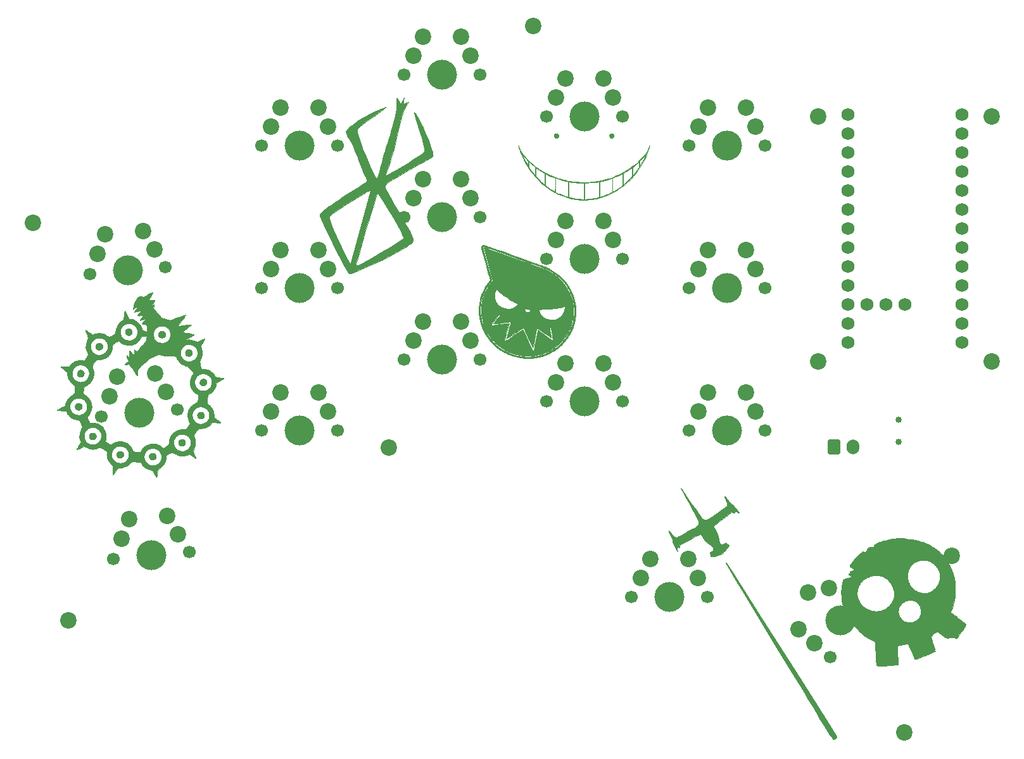
<source format=gbr>
%TF.GenerationSoftware,KiCad,Pcbnew,(6.0.4)*%
%TF.CreationDate,2022-05-05T21:52:17+02:00*%
%TF.ProjectId,Diom-34SP_PCB-rounded,44696f6d-2d33-4345-9350-5f5043422d72,rev?*%
%TF.SameCoordinates,Original*%
%TF.FileFunction,Soldermask,Top*%
%TF.FilePolarity,Negative*%
%FSLAX46Y46*%
G04 Gerber Fmt 4.6, Leading zero omitted, Abs format (unit mm)*
G04 Created by KiCad (PCBNEW (6.0.4)) date 2022-05-05 21:52:17*
%MOMM*%
%LPD*%
G01*
G04 APERTURE LIST*
G04 Aperture macros list*
%AMRoundRect*
0 Rectangle with rounded corners*
0 $1 Rounding radius*
0 $2 $3 $4 $5 $6 $7 $8 $9 X,Y pos of 4 corners*
0 Add a 4 corners polygon primitive as box body*
4,1,4,$2,$3,$4,$5,$6,$7,$8,$9,$2,$3,0*
0 Add four circle primitives for the rounded corners*
1,1,$1+$1,$2,$3*
1,1,$1+$1,$4,$5*
1,1,$1+$1,$6,$7*
1,1,$1+$1,$8,$9*
0 Add four rect primitives between the rounded corners*
20,1,$1+$1,$2,$3,$4,$5,0*
20,1,$1+$1,$4,$5,$6,$7,0*
20,1,$1+$1,$6,$7,$8,$9,0*
20,1,$1+$1,$8,$9,$2,$3,0*%
G04 Aperture macros list end*
%ADD10C,0.030000*%
%ADD11C,0.013000*%
%ADD12C,0.021000*%
%ADD13C,0.012000*%
%ADD14C,0.050000*%
%ADD15C,4.000000*%
%ADD16C,1.700000*%
%ADD17C,2.200000*%
%ADD18RoundRect,0.250000X-0.600000X-0.750000X0.600000X-0.750000X0.600000X0.750000X-0.600000X0.750000X0*%
%ADD19O,1.700000X2.000000*%
%ADD20C,1.752600*%
%ADD21C,0.850000*%
G04 APERTURE END LIST*
D10*
G36*
X77089000Y-80772000D02*
G01*
X77121389Y-80776060D01*
X77153157Y-80782457D01*
X77184202Y-80791099D01*
X77214421Y-80801898D01*
X77243712Y-80814762D01*
X77271973Y-80829601D01*
X77299101Y-80846325D01*
X77324994Y-80864843D01*
X77349550Y-80885066D01*
X77372666Y-80906902D01*
X77394239Y-80930262D01*
X77414168Y-80955054D01*
X77432350Y-80981190D01*
X77448683Y-81008579D01*
X77463064Y-81037129D01*
X77475390Y-81066751D01*
X77485561Y-81097355D01*
X77493472Y-81128850D01*
X77499022Y-81161147D01*
X77502109Y-81194153D01*
X77502629Y-81227780D01*
X77500481Y-81261937D01*
X77495562Y-81296534D01*
X77487771Y-81331479D01*
X77477003Y-81366684D01*
X77466123Y-81395001D01*
X77453630Y-81422215D01*
X77439608Y-81448299D01*
X77424142Y-81473227D01*
X77407314Y-81496974D01*
X77389210Y-81519511D01*
X77369912Y-81540814D01*
X77349505Y-81560857D01*
X77328073Y-81579612D01*
X77305699Y-81597055D01*
X77282467Y-81613157D01*
X77258462Y-81627895D01*
X77233766Y-81641240D01*
X77208464Y-81653167D01*
X77182640Y-81663650D01*
X77156378Y-81672663D01*
X77129760Y-81680179D01*
X77102873Y-81686172D01*
X77075798Y-81690615D01*
X77048621Y-81693484D01*
X77021424Y-81694751D01*
X76994293Y-81694390D01*
X76967309Y-81692375D01*
X76940559Y-81688680D01*
X76914125Y-81683279D01*
X76888091Y-81676144D01*
X76862541Y-81667252D01*
X76837559Y-81656574D01*
X76813229Y-81644084D01*
X76789635Y-81629757D01*
X76766860Y-81613567D01*
X76744989Y-81595487D01*
X76744990Y-81595487D01*
X76723649Y-81575099D01*
X76704034Y-81553520D01*
X76686132Y-81530843D01*
X76669930Y-81507162D01*
X76655415Y-81482571D01*
X76642573Y-81457163D01*
X76631393Y-81431032D01*
X76621860Y-81404272D01*
X76613962Y-81376975D01*
X76607686Y-81349237D01*
X76603018Y-81321149D01*
X76599946Y-81292807D01*
X76598456Y-81264304D01*
X76598536Y-81235732D01*
X76600173Y-81207186D01*
X76603352Y-81178760D01*
X76608063Y-81150547D01*
X76614290Y-81122641D01*
X76622022Y-81095135D01*
X76631245Y-81068123D01*
X76641947Y-81041698D01*
X76654113Y-81015955D01*
X76667732Y-80990986D01*
X76682790Y-80966886D01*
X76699273Y-80943748D01*
X76717170Y-80921666D01*
X76736467Y-80900733D01*
X76757151Y-80881043D01*
X76779208Y-80862689D01*
X76802627Y-80845765D01*
X76827393Y-80830366D01*
X76853494Y-80816583D01*
X76887362Y-80801760D01*
X76921326Y-80789905D01*
X76955283Y-80780929D01*
X76989132Y-80774740D01*
X77022769Y-80771249D01*
X77056092Y-80770366D01*
X77089000Y-80772000D01*
G37*
X77089000Y-80772000D02*
X77121389Y-80776060D01*
X77153157Y-80782457D01*
X77184202Y-80791099D01*
X77214421Y-80801898D01*
X77243712Y-80814762D01*
X77271973Y-80829601D01*
X77299101Y-80846325D01*
X77324994Y-80864843D01*
X77349550Y-80885066D01*
X77372666Y-80906902D01*
X77394239Y-80930262D01*
X77414168Y-80955054D01*
X77432350Y-80981190D01*
X77448683Y-81008579D01*
X77463064Y-81037129D01*
X77475390Y-81066751D01*
X77485561Y-81097355D01*
X77493472Y-81128850D01*
X77499022Y-81161147D01*
X77502109Y-81194153D01*
X77502629Y-81227780D01*
X77500481Y-81261937D01*
X77495562Y-81296534D01*
X77487771Y-81331479D01*
X77477003Y-81366684D01*
X77466123Y-81395001D01*
X77453630Y-81422215D01*
X77439608Y-81448299D01*
X77424142Y-81473227D01*
X77407314Y-81496974D01*
X77389210Y-81519511D01*
X77369912Y-81540814D01*
X77349505Y-81560857D01*
X77328073Y-81579612D01*
X77305699Y-81597055D01*
X77282467Y-81613157D01*
X77258462Y-81627895D01*
X77233766Y-81641240D01*
X77208464Y-81653167D01*
X77182640Y-81663650D01*
X77156378Y-81672663D01*
X77129760Y-81680179D01*
X77102873Y-81686172D01*
X77075798Y-81690615D01*
X77048621Y-81693484D01*
X77021424Y-81694751D01*
X76994293Y-81694390D01*
X76967309Y-81692375D01*
X76940559Y-81688680D01*
X76914125Y-81683279D01*
X76888091Y-81676144D01*
X76862541Y-81667252D01*
X76837559Y-81656574D01*
X76813229Y-81644084D01*
X76789635Y-81629757D01*
X76766860Y-81613567D01*
X76744989Y-81595487D01*
X76744990Y-81595487D01*
X76723649Y-81575099D01*
X76704034Y-81553520D01*
X76686132Y-81530843D01*
X76669930Y-81507162D01*
X76655415Y-81482571D01*
X76642573Y-81457163D01*
X76631393Y-81431032D01*
X76621860Y-81404272D01*
X76613962Y-81376975D01*
X76607686Y-81349237D01*
X76603018Y-81321149D01*
X76599946Y-81292807D01*
X76598456Y-81264304D01*
X76598536Y-81235732D01*
X76600173Y-81207186D01*
X76603352Y-81178760D01*
X76608063Y-81150547D01*
X76614290Y-81122641D01*
X76622022Y-81095135D01*
X76631245Y-81068123D01*
X76641947Y-81041698D01*
X76654113Y-81015955D01*
X76667732Y-80990986D01*
X76682790Y-80966886D01*
X76699273Y-80943748D01*
X76717170Y-80921666D01*
X76736467Y-80900733D01*
X76757151Y-80881043D01*
X76779208Y-80862689D01*
X76802627Y-80845765D01*
X76827393Y-80830366D01*
X76853494Y-80816583D01*
X76887362Y-80801760D01*
X76921326Y-80789905D01*
X76955283Y-80780929D01*
X76989132Y-80774740D01*
X77022769Y-80771249D01*
X77056092Y-80770366D01*
X77089000Y-80772000D01*
D11*
G36*
X179094388Y-112787029D02*
G01*
X179040709Y-112620344D01*
X178991753Y-112450144D01*
X178947494Y-112276334D01*
X178907905Y-112098819D01*
X178872962Y-111917504D01*
X178842638Y-111732295D01*
X178816909Y-111543096D01*
X178795747Y-111349811D01*
X178779127Y-111152347D01*
X178767024Y-110950609D01*
X178759228Y-110684413D01*
X180859886Y-110684413D01*
X180866007Y-110787692D01*
X180878447Y-110891588D01*
X180897223Y-110996633D01*
X180922349Y-111103364D01*
X180953841Y-111212315D01*
X180991714Y-111324021D01*
X181035983Y-111439016D01*
X181086665Y-111557835D01*
X181139040Y-111669975D01*
X181193770Y-111776489D01*
X181251067Y-111877589D01*
X181311145Y-111973488D01*
X181374215Y-112064400D01*
X181440492Y-112150535D01*
X181510188Y-112232108D01*
X181583516Y-112309331D01*
X181660689Y-112382416D01*
X181741919Y-112451576D01*
X181827421Y-112517023D01*
X181917405Y-112578971D01*
X182012086Y-112637632D01*
X182111677Y-112693218D01*
X182216390Y-112745942D01*
X182326438Y-112796017D01*
X182471477Y-112857938D01*
X182591752Y-112906549D01*
X182644996Y-112926492D01*
X182694922Y-112943861D01*
X182742487Y-112958910D01*
X182788648Y-112971888D01*
X182834363Y-112983049D01*
X182880589Y-112992643D01*
X182928283Y-113000921D01*
X182978403Y-113008136D01*
X183031907Y-113014539D01*
X183089752Y-113020382D01*
X183222294Y-113031392D01*
X183327850Y-113037139D01*
X183433208Y-113038374D01*
X183538191Y-113035144D01*
X183642625Y-113027495D01*
X183746334Y-113015477D01*
X183849144Y-112999135D01*
X183950880Y-112978517D01*
X184051366Y-112953670D01*
X184150428Y-112924642D01*
X184247889Y-112891480D01*
X184343576Y-112854231D01*
X184437313Y-112812942D01*
X184528925Y-112767660D01*
X184618237Y-112718434D01*
X184705073Y-112665310D01*
X184789260Y-112608335D01*
X184789261Y-112608337D01*
X184854458Y-112558815D01*
X184921835Y-112501695D01*
X184990719Y-112437857D01*
X185060436Y-112368180D01*
X185130313Y-112293544D01*
X185199677Y-112214828D01*
X185267853Y-112132912D01*
X185334168Y-112048676D01*
X185397949Y-111962999D01*
X185458522Y-111876762D01*
X185515214Y-111790843D01*
X185567351Y-111706122D01*
X185614259Y-111623480D01*
X185655265Y-111543795D01*
X185689696Y-111467948D01*
X185716878Y-111396817D01*
X185746132Y-111304688D01*
X185770923Y-111212984D01*
X185791241Y-111121541D01*
X185807081Y-111030195D01*
X185818433Y-110938783D01*
X185825290Y-110847140D01*
X185827645Y-110755103D01*
X185825490Y-110662507D01*
X185818816Y-110569189D01*
X185807616Y-110474985D01*
X185791882Y-110379730D01*
X185771607Y-110283261D01*
X185746782Y-110185414D01*
X185717401Y-110086024D01*
X185683454Y-109984929D01*
X185644935Y-109881963D01*
X185601210Y-109775033D01*
X185555782Y-109672884D01*
X185508410Y-109575211D01*
X185458851Y-109481708D01*
X185406862Y-109392072D01*
X185352201Y-109305996D01*
X185294625Y-109223175D01*
X185233892Y-109143306D01*
X185169760Y-109066082D01*
X185101985Y-108991199D01*
X185030327Y-108918351D01*
X184954541Y-108847234D01*
X184874386Y-108777543D01*
X184789619Y-108708973D01*
X184699998Y-108641217D01*
X184605280Y-108573973D01*
X184482731Y-108497188D01*
X184352812Y-108430333D01*
X184216280Y-108373418D01*
X184073891Y-108326454D01*
X184035713Y-108316875D01*
X187597274Y-108316875D01*
X187599578Y-108432925D01*
X187604630Y-108537443D01*
X187607691Y-108582852D01*
X187611416Y-108624934D01*
X187616035Y-108664615D01*
X187621777Y-108702824D01*
X187628872Y-108740490D01*
X187637551Y-108778541D01*
X187648042Y-108817905D01*
X187660576Y-108859510D01*
X187675384Y-108904285D01*
X187692693Y-108953158D01*
X187735740Y-109066911D01*
X187791556Y-109208196D01*
X187844162Y-109338485D01*
X187889191Y-109445546D01*
X187928821Y-109533472D01*
X187947292Y-109571539D01*
X187965230Y-109606357D01*
X187982908Y-109638438D01*
X188000598Y-109668295D01*
X188018573Y-109696438D01*
X188037104Y-109723379D01*
X188056463Y-109749631D01*
X188076924Y-109775705D01*
X188122239Y-109829365D01*
X188165185Y-109876739D01*
X188209896Y-109922825D01*
X188256399Y-109967641D01*
X188304723Y-110011205D01*
X188354893Y-110053537D01*
X188406939Y-110094654D01*
X188460887Y-110134575D01*
X188516764Y-110173318D01*
X188574600Y-110210902D01*
X188634421Y-110247346D01*
X188696254Y-110282667D01*
X188760127Y-110316885D01*
X188826068Y-110350018D01*
X188894103Y-110382084D01*
X188964262Y-110413102D01*
X189036571Y-110443090D01*
X189105076Y-110469453D01*
X189173782Y-110493593D01*
X189242676Y-110515508D01*
X189311747Y-110535196D01*
X189380980Y-110552656D01*
X189450365Y-110567886D01*
X189519888Y-110580883D01*
X189589537Y-110591647D01*
X189659299Y-110600176D01*
X189729162Y-110606468D01*
X189799114Y-110610520D01*
X189869142Y-110612333D01*
X189939234Y-110611902D01*
X190009377Y-110609228D01*
X190079558Y-110604309D01*
X190149766Y-110597142D01*
X190200610Y-110589884D01*
X190253460Y-110579956D01*
X190307951Y-110567508D01*
X190363716Y-110552692D01*
X190420388Y-110535659D01*
X190477602Y-110516562D01*
X190534992Y-110495552D01*
X190592191Y-110472781D01*
X190648832Y-110448400D01*
X190704551Y-110422561D01*
X190758980Y-110395416D01*
X190811754Y-110367116D01*
X190862505Y-110337813D01*
X190910869Y-110307659D01*
X190956479Y-110276806D01*
X190998968Y-110245404D01*
X190998971Y-110245408D01*
X191036471Y-110215379D01*
X191075643Y-110182198D01*
X191116077Y-110146306D01*
X191157360Y-110108144D01*
X191199082Y-110068155D01*
X191240830Y-110026780D01*
X191322759Y-109941636D01*
X191399854Y-109856244D01*
X191435559Y-109814559D01*
X191468820Y-109774137D01*
X191499226Y-109735419D01*
X191526365Y-109698847D01*
X191549825Y-109664861D01*
X191569195Y-109633904D01*
X191594786Y-109588655D01*
X191621115Y-109539024D01*
X191674953Y-109429214D01*
X191728637Y-109309671D01*
X191780098Y-109185590D01*
X191827266Y-109062165D01*
X191868070Y-108944593D01*
X191900440Y-108838069D01*
X191912815Y-108790574D01*
X191922306Y-108747789D01*
X191940874Y-108632657D01*
X191951468Y-108515785D01*
X191954208Y-108397549D01*
X191949216Y-108278329D01*
X191936615Y-108158502D01*
X191916525Y-108038448D01*
X191889069Y-107918544D01*
X191854369Y-107799169D01*
X191812545Y-107680701D01*
X191763720Y-107563518D01*
X191708016Y-107448000D01*
X191645553Y-107334523D01*
X191576455Y-107223467D01*
X191500842Y-107115210D01*
X191418837Y-107010130D01*
X191330561Y-106908606D01*
X191287408Y-106864021D01*
X191238341Y-106817698D01*
X191184131Y-106770144D01*
X191125547Y-106721866D01*
X191063360Y-106673370D01*
X190998340Y-106625165D01*
X190931256Y-106577756D01*
X190862878Y-106531652D01*
X190793977Y-106487359D01*
X190725323Y-106445383D01*
X190657685Y-106406233D01*
X190591834Y-106370415D01*
X190528539Y-106338436D01*
X190468571Y-106310804D01*
X190412700Y-106288025D01*
X190361695Y-106270606D01*
X190265206Y-106243843D01*
X190168378Y-106221643D01*
X190071229Y-106204004D01*
X189973778Y-106190924D01*
X189876044Y-106182401D01*
X189778046Y-106178435D01*
X189679801Y-106179025D01*
X189581330Y-106184168D01*
X189482651Y-106193863D01*
X189383783Y-106208109D01*
X189284745Y-106226904D01*
X189185554Y-106250247D01*
X189086231Y-106278137D01*
X188986794Y-106310572D01*
X188887262Y-106347551D01*
X188787653Y-106389072D01*
X188680341Y-106436773D01*
X188635391Y-106457529D01*
X188595215Y-106476969D01*
X188559039Y-106495650D01*
X188526089Y-106514132D01*
X188495592Y-106532974D01*
X188466774Y-106552734D01*
X188438862Y-106573972D01*
X188411081Y-106597248D01*
X188382660Y-106623118D01*
X188352823Y-106652144D01*
X188320798Y-106684883D01*
X188285811Y-106721895D01*
X188203857Y-106810974D01*
X188124646Y-106901350D01*
X188051144Y-106992701D01*
X187983311Y-107085133D01*
X187921109Y-107178750D01*
X187864498Y-107273658D01*
X187813438Y-107369962D01*
X187767892Y-107467768D01*
X187727818Y-107567179D01*
X187693180Y-107668302D01*
X187663936Y-107771242D01*
X187640048Y-107876104D01*
X187621478Y-107982993D01*
X187608184Y-108092015D01*
X187600130Y-108203274D01*
X187597274Y-108316875D01*
X184035713Y-108316875D01*
X183926401Y-108289450D01*
X183774565Y-108262415D01*
X183619140Y-108245361D01*
X183460882Y-108238295D01*
X183300547Y-108241229D01*
X183138891Y-108254171D01*
X182976669Y-108277133D01*
X182814638Y-108310123D01*
X182653554Y-108353152D01*
X182494173Y-108406228D01*
X182337250Y-108469363D01*
X182183543Y-108542566D01*
X182075056Y-108600612D01*
X181973101Y-108659727D01*
X181877332Y-108720296D01*
X181787399Y-108782708D01*
X181702953Y-108847348D01*
X181623647Y-108914605D01*
X181549131Y-108984864D01*
X181479058Y-109058513D01*
X181413078Y-109135938D01*
X181350844Y-109217527D01*
X181292007Y-109303667D01*
X181236219Y-109394745D01*
X181183130Y-109491146D01*
X181132393Y-109593259D01*
X181083659Y-109701471D01*
X181036580Y-109816168D01*
X180992697Y-109933774D01*
X180955011Y-110047717D01*
X180923538Y-110158533D01*
X180898291Y-110266756D01*
X180879287Y-110372920D01*
X180866541Y-110477562D01*
X180860069Y-110581214D01*
X180859886Y-110684413D01*
X178759228Y-110684413D01*
X178758555Y-110661438D01*
X178760949Y-110376114D01*
X178773865Y-110097814D01*
X178796964Y-109829713D01*
X178829905Y-109574988D01*
X178849960Y-109453634D01*
X178872348Y-109336814D01*
X178897026Y-109224926D01*
X178923952Y-109118367D01*
X178953083Y-109017534D01*
X178984377Y-108922823D01*
X178992033Y-108901768D01*
X178999474Y-108882637D01*
X179006802Y-108865321D01*
X179014117Y-108849705D01*
X179021523Y-108835680D01*
X179029120Y-108823132D01*
X179037013Y-108811951D01*
X179045301Y-108802024D01*
X179054088Y-108793240D01*
X179063476Y-108785486D01*
X179073566Y-108778651D01*
X179084460Y-108772623D01*
X179096261Y-108767290D01*
X179109071Y-108762541D01*
X179122991Y-108758263D01*
X179138124Y-108754345D01*
X179150574Y-108751193D01*
X179162079Y-108747918D01*
X179172640Y-108744520D01*
X179182259Y-108740999D01*
X179190936Y-108737353D01*
X179198674Y-108733583D01*
X179205473Y-108729686D01*
X179211334Y-108725663D01*
X179216260Y-108721513D01*
X179220251Y-108717235D01*
X179221897Y-108715048D01*
X179223309Y-108712829D01*
X179224488Y-108710577D01*
X179225435Y-108708293D01*
X179226149Y-108705976D01*
X179226630Y-108703627D01*
X179226879Y-108701245D01*
X179226896Y-108698830D01*
X179226681Y-108696382D01*
X179226234Y-108693901D01*
X179225556Y-108691388D01*
X179224645Y-108688841D01*
X179223851Y-108686764D01*
X179223153Y-108684751D01*
X179222551Y-108682803D01*
X179222043Y-108680922D01*
X179221629Y-108679110D01*
X179221307Y-108677368D01*
X179221076Y-108675698D01*
X179220936Y-108674101D01*
X179220885Y-108672581D01*
X179220922Y-108671137D01*
X179221045Y-108669772D01*
X179221255Y-108668488D01*
X179221550Y-108667286D01*
X179221928Y-108666167D01*
X179222389Y-108665135D01*
X179222931Y-108664189D01*
X179223554Y-108663333D01*
X179224257Y-108662568D01*
X179225038Y-108661894D01*
X179225895Y-108661315D01*
X179226830Y-108660832D01*
X179227839Y-108660447D01*
X179228922Y-108660160D01*
X179230078Y-108659975D01*
X179231306Y-108659892D01*
X179232604Y-108659913D01*
X179233973Y-108660041D01*
X179235409Y-108660276D01*
X179236914Y-108660620D01*
X179238484Y-108661076D01*
X179240120Y-108661644D01*
X179241821Y-108662327D01*
X179245313Y-108663982D01*
X179248858Y-108665965D01*
X179252430Y-108668250D01*
X179256004Y-108670812D01*
X179259557Y-108673622D01*
X179263062Y-108676656D01*
X179266495Y-108679887D01*
X179269833Y-108683290D01*
X179273049Y-108686836D01*
X179276119Y-108690502D01*
X179279018Y-108694259D01*
X179281722Y-108698083D01*
X179284206Y-108701946D01*
X179286444Y-108705823D01*
X179288414Y-108709687D01*
X179290088Y-108713512D01*
X179292320Y-108718131D01*
X179295104Y-108722281D01*
X179298401Y-108725974D01*
X179302173Y-108729217D01*
X179306380Y-108732022D01*
X179310984Y-108734396D01*
X179315945Y-108736350D01*
X179321226Y-108737893D01*
X179326787Y-108739034D01*
X179332589Y-108739783D01*
X179338594Y-108740150D01*
X179344762Y-108740144D01*
X179351056Y-108739774D01*
X179357436Y-108739050D01*
X179363863Y-108737981D01*
X179370298Y-108736578D01*
X179376703Y-108734848D01*
X179383039Y-108732802D01*
X179389268Y-108730450D01*
X179395349Y-108727800D01*
X179401244Y-108724862D01*
X179406916Y-108721647D01*
X179412324Y-108718162D01*
X179417430Y-108714418D01*
X179422195Y-108710423D01*
X179426580Y-108706189D01*
X179430547Y-108701723D01*
X179434056Y-108697036D01*
X179437069Y-108692137D01*
X179439547Y-108687035D01*
X179441452Y-108681741D01*
X179442743Y-108676262D01*
X179444156Y-108670942D01*
X179446475Y-108665766D01*
X179449641Y-108660747D01*
X179453595Y-108655897D01*
X179458280Y-108651227D01*
X179463637Y-108646748D01*
X179469608Y-108642472D01*
X179476135Y-108638411D01*
X179483159Y-108634576D01*
X179490622Y-108630979D01*
X179506632Y-108624545D01*
X179523699Y-108619202D01*
X179541355Y-108615042D01*
X179559134Y-108612158D01*
X179576571Y-108610642D01*
X179585015Y-108610427D01*
X179593198Y-108610589D01*
X179601062Y-108611139D01*
X179608549Y-108612089D01*
X179615600Y-108613451D01*
X179622158Y-108615237D01*
X179628163Y-108617457D01*
X179633558Y-108620124D01*
X179638284Y-108623249D01*
X179642282Y-108626843D01*
X179645496Y-108630919D01*
X179647865Y-108635488D01*
X179648494Y-108637181D01*
X179649012Y-108638835D01*
X179649420Y-108640447D01*
X179649721Y-108642017D01*
X179649915Y-108643542D01*
X179650006Y-108645021D01*
X179649993Y-108646452D01*
X179649880Y-108647833D01*
X179649668Y-108649164D01*
X179649358Y-108650441D01*
X179648952Y-108651663D01*
X179648453Y-108652830D01*
X179647860Y-108653938D01*
X179647178Y-108654987D01*
X179646406Y-108655974D01*
X179645547Y-108656898D01*
X179644602Y-108657758D01*
X179643574Y-108658551D01*
X179642463Y-108659276D01*
X179641272Y-108659931D01*
X179640002Y-108660515D01*
X179638655Y-108661026D01*
X179637233Y-108661462D01*
X179635737Y-108661821D01*
X179634169Y-108662102D01*
X179632531Y-108662304D01*
X179630825Y-108662423D01*
X179629051Y-108662460D01*
X179627213Y-108662411D01*
X179625311Y-108662277D01*
X179623347Y-108662053D01*
X179621323Y-108661740D01*
X179619307Y-108661448D01*
X179617367Y-108661285D01*
X179615505Y-108661250D01*
X179613721Y-108661340D01*
X179612017Y-108661551D01*
X179610395Y-108661882D01*
X179608855Y-108662329D01*
X179607399Y-108662890D01*
X179606028Y-108663563D01*
X179604744Y-108664344D01*
X179603548Y-108665231D01*
X179602440Y-108666221D01*
X179601423Y-108667312D01*
X179600498Y-108668500D01*
X179599666Y-108669784D01*
X179598928Y-108671160D01*
X179598286Y-108672626D01*
X179597741Y-108674179D01*
X179597294Y-108675817D01*
X179596946Y-108677536D01*
X179596699Y-108679334D01*
X179596555Y-108681209D01*
X179596514Y-108683157D01*
X179596577Y-108685177D01*
X179596747Y-108687264D01*
X179597024Y-108689418D01*
X179597410Y-108691634D01*
X179597905Y-108693911D01*
X179598512Y-108696245D01*
X179599232Y-108698635D01*
X179600065Y-108701076D01*
X179601013Y-108703567D01*
X179602158Y-108706272D01*
X179603366Y-108708831D01*
X179604637Y-108711244D01*
X179605968Y-108713511D01*
X179607358Y-108715630D01*
X179608804Y-108717602D01*
X179610305Y-108719427D01*
X179611858Y-108721103D01*
X179613463Y-108722630D01*
X179615116Y-108724008D01*
X179616816Y-108725237D01*
X179618561Y-108726317D01*
X179620350Y-108727246D01*
X179622179Y-108728024D01*
X179624048Y-108728652D01*
X179625954Y-108729128D01*
X179627896Y-108729452D01*
X179629871Y-108729624D01*
X179631878Y-108729643D01*
X179633914Y-108729510D01*
X179635978Y-108729223D01*
X179638068Y-108728782D01*
X179640182Y-108728187D01*
X179642318Y-108727437D01*
X179644474Y-108726532D01*
X179646648Y-108725472D01*
X179648838Y-108724257D01*
X179651043Y-108722884D01*
X179653260Y-108721356D01*
X179655487Y-108719670D01*
X179657723Y-108717827D01*
X179659966Y-108715826D01*
X179662158Y-108713943D01*
X179664661Y-108712063D01*
X179670559Y-108708322D01*
X179677571Y-108704627D01*
X179685609Y-108701000D01*
X179694588Y-108697465D01*
X179704419Y-108694044D01*
X179715015Y-108690760D01*
X179726289Y-108687637D01*
X179738153Y-108684698D01*
X179750520Y-108681965D01*
X179763303Y-108679461D01*
X179776414Y-108677211D01*
X179789767Y-108675235D01*
X179803273Y-108673559D01*
X179816846Y-108672204D01*
X179830397Y-108671193D01*
X179851472Y-108669780D01*
X179870252Y-108668235D01*
X179886896Y-108666458D01*
X179901565Y-108664349D01*
X179914418Y-108661810D01*
X179925615Y-108658741D01*
X179930641Y-108656976D01*
X179935314Y-108655042D01*
X179939652Y-108652926D01*
X179943676Y-108650614D01*
X179947406Y-108648096D01*
X179950861Y-108645358D01*
X179954061Y-108642389D01*
X179957027Y-108639175D01*
X179959778Y-108635704D01*
X179962335Y-108631964D01*
X179964716Y-108627942D01*
X179966943Y-108623627D01*
X179971013Y-108614063D01*
X179974702Y-108603175D01*
X179978172Y-108590862D01*
X179981581Y-108577025D01*
X179983958Y-108568130D01*
X179986901Y-108559232D01*
X179990367Y-108550387D01*
X179994313Y-108541653D01*
X179998698Y-108533086D01*
X180003480Y-108524742D01*
X180008615Y-108516680D01*
X180014063Y-108508956D01*
X180019780Y-108501626D01*
X180025726Y-108494747D01*
X180031857Y-108488377D01*
X180038131Y-108482571D01*
X180044507Y-108477388D01*
X180050941Y-108472884D01*
X180057393Y-108469115D01*
X180063819Y-108466139D01*
X180070548Y-108463106D01*
X180076659Y-108459661D01*
X180082162Y-108455829D01*
X180087064Y-108451640D01*
X180091373Y-108447121D01*
X180095099Y-108442299D01*
X180098249Y-108437201D01*
X180100831Y-108431856D01*
X180102854Y-108426290D01*
X180104326Y-108420532D01*
X180105255Y-108414608D01*
X180105650Y-108408547D01*
X180105519Y-108402376D01*
X180104870Y-108396122D01*
X180103711Y-108389813D01*
X180102052Y-108383476D01*
X180099899Y-108377139D01*
X180097261Y-108370830D01*
X180094148Y-108364576D01*
X180090566Y-108358404D01*
X180086524Y-108352343D01*
X180082030Y-108346419D01*
X180077093Y-108340660D01*
X180071722Y-108335094D01*
X180065923Y-108329748D01*
X180059706Y-108324650D01*
X180053079Y-108319827D01*
X180046050Y-108315307D01*
X180038627Y-108311118D01*
X180030819Y-108307286D01*
X180022634Y-108303839D01*
X180014081Y-108300805D01*
X180007488Y-108298478D01*
X180000901Y-108295766D01*
X179994359Y-108292701D01*
X179987906Y-108289316D01*
X179981582Y-108285646D01*
X179975430Y-108281723D01*
X179969491Y-108277581D01*
X179963808Y-108273253D01*
X179958421Y-108268771D01*
X179953374Y-108264170D01*
X179948706Y-108259483D01*
X179944462Y-108254743D01*
X179940681Y-108249982D01*
X179937407Y-108245236D01*
X179934680Y-108240536D01*
X179932543Y-108235916D01*
X179931522Y-108233607D01*
X179930292Y-108231251D01*
X179928860Y-108228855D01*
X179927231Y-108226422D01*
X179925414Y-108223956D01*
X179923414Y-108221464D01*
X179918893Y-108216415D01*
X179913721Y-108211314D01*
X179907952Y-108206198D01*
X179901638Y-108201104D01*
X179894833Y-108196070D01*
X179887589Y-108191135D01*
X179879960Y-108186334D01*
X179871998Y-108181707D01*
X179863757Y-108177290D01*
X179855290Y-108173122D01*
X179846650Y-108169240D01*
X179837890Y-108165682D01*
X179829063Y-108162485D01*
X179816445Y-108158008D01*
X179804627Y-108153427D01*
X179793610Y-108148753D01*
X179783394Y-108143997D01*
X179773979Y-108139170D01*
X179765365Y-108134283D01*
X179757554Y-108129346D01*
X179750544Y-108124371D01*
X179744338Y-108119368D01*
X179738935Y-108114348D01*
X179734335Y-108109322D01*
X179730539Y-108104302D01*
X179727548Y-108099297D01*
X179725361Y-108094318D01*
X179723979Y-108089378D01*
X179723403Y-108084485D01*
X179723632Y-108079652D01*
X179724668Y-108074889D01*
X179726511Y-108070207D01*
X179729160Y-108065617D01*
X179732617Y-108061130D01*
X179736882Y-108056756D01*
X179741955Y-108052507D01*
X179747836Y-108048393D01*
X179754526Y-108044426D01*
X179762026Y-108040615D01*
X179770335Y-108036973D01*
X179779455Y-108033509D01*
X179789385Y-108030235D01*
X179800126Y-108027162D01*
X179811678Y-108024300D01*
X179824042Y-108021660D01*
X179825691Y-108021324D01*
X180041819Y-108021324D01*
X180042157Y-108028342D01*
X180042907Y-108035355D01*
X180044053Y-108042319D01*
X180045581Y-108049195D01*
X180047474Y-108055938D01*
X180049717Y-108062509D01*
X180052294Y-108068865D01*
X180055190Y-108074964D01*
X180058389Y-108080765D01*
X180061876Y-108086226D01*
X180065635Y-108091306D01*
X180069650Y-108095961D01*
X180073907Y-108100152D01*
X180078389Y-108103836D01*
X180083080Y-108106971D01*
X180087966Y-108109515D01*
X180093031Y-108111427D01*
X180098259Y-108112666D01*
X180103634Y-108113188D01*
X180109141Y-108112954D01*
X180114765Y-108111920D01*
X180120490Y-108110045D01*
X180122828Y-108109009D01*
X180125122Y-108107792D01*
X180127370Y-108106401D01*
X180129568Y-108104842D01*
X180131715Y-108103120D01*
X180133808Y-108101242D01*
X180135844Y-108099214D01*
X180137821Y-108097041D01*
X180139735Y-108094729D01*
X180141586Y-108092286D01*
X180143369Y-108089715D01*
X180145083Y-108087024D01*
X180146724Y-108084218D01*
X180148290Y-108081304D01*
X180149780Y-108078287D01*
X180151189Y-108075173D01*
X180152515Y-108071968D01*
X180153757Y-108068678D01*
X180154910Y-108065309D01*
X180155974Y-108061868D01*
X180156944Y-108058359D01*
X180157820Y-108054790D01*
X180158597Y-108051165D01*
X180159273Y-108047491D01*
X180159846Y-108043774D01*
X180160314Y-108040020D01*
X180160673Y-108036234D01*
X180160921Y-108032423D01*
X180161056Y-108028593D01*
X180161074Y-108024750D01*
X180160974Y-108020899D01*
X180160753Y-108017046D01*
X180159207Y-108001048D01*
X180157043Y-107986694D01*
X180155731Y-107980135D01*
X180154266Y-107973988D01*
X180152649Y-107968253D01*
X180150881Y-107962931D01*
X180148962Y-107958023D01*
X180146892Y-107953527D01*
X180144673Y-107949446D01*
X180142304Y-107945780D01*
X180139787Y-107942527D01*
X180137122Y-107939690D01*
X180134310Y-107937268D01*
X180131351Y-107935262D01*
X180128246Y-107933672D01*
X180124995Y-107932498D01*
X180121600Y-107931741D01*
X180118060Y-107931401D01*
X180114376Y-107931479D01*
X180110549Y-107931974D01*
X180106579Y-107932887D01*
X180102468Y-107934219D01*
X180098215Y-107935970D01*
X180093821Y-107938140D01*
X180089287Y-107940730D01*
X180084613Y-107943739D01*
X180079801Y-107947169D01*
X180074850Y-107951019D01*
X180069761Y-107955290D01*
X180064535Y-107959983D01*
X180059895Y-107964767D01*
X180055823Y-107969963D01*
X180052303Y-107975528D01*
X180049320Y-107981421D01*
X180046858Y-107987599D01*
X180044901Y-107994023D01*
X180043435Y-108000648D01*
X180042442Y-108007435D01*
X180041909Y-108014341D01*
X180041819Y-108021324D01*
X179825691Y-108021324D01*
X179842786Y-108017833D01*
X179859372Y-108014116D01*
X179873911Y-108010382D01*
X179886515Y-108006501D01*
X179892126Y-108004465D01*
X179897294Y-108002343D01*
X179902034Y-108000120D01*
X179906359Y-107997780D01*
X179910283Y-107995305D01*
X179913820Y-107992681D01*
X179916984Y-107989891D01*
X179919788Y-107986919D01*
X179922247Y-107983748D01*
X179924375Y-107980363D01*
X179926184Y-107976747D01*
X179927690Y-107972884D01*
X179928905Y-107968759D01*
X179929845Y-107964354D01*
X179930521Y-107959654D01*
X179930950Y-107954642D01*
X179931115Y-107943620D01*
X179930453Y-107931159D01*
X179929073Y-107917128D01*
X179927086Y-107901400D01*
X179923646Y-107873025D01*
X179921474Y-107847276D01*
X179920693Y-107823976D01*
X179920863Y-107813190D01*
X179921427Y-107802950D01*
X179922400Y-107793234D01*
X179923798Y-107784020D01*
X179925637Y-107775286D01*
X179927931Y-107767009D01*
X179930697Y-107759169D01*
X179933949Y-107751743D01*
X179937703Y-107744708D01*
X179941975Y-107738043D01*
X179946779Y-107731725D01*
X179952132Y-107725733D01*
X179958049Y-107720045D01*
X179964544Y-107714638D01*
X179971635Y-107709490D01*
X179979335Y-107704580D01*
X179987661Y-107699884D01*
X179996627Y-107695382D01*
X180006250Y-107691051D01*
X180016545Y-107686869D01*
X180039211Y-107678864D01*
X180064749Y-107671190D01*
X180093282Y-107663671D01*
X180124727Y-107654995D01*
X180158229Y-107644253D01*
X180192759Y-107631870D01*
X180227283Y-107618270D01*
X180260771Y-107603878D01*
X180292193Y-107589117D01*
X180320515Y-107574413D01*
X180333192Y-107567214D01*
X180344708Y-107560189D01*
X180357114Y-107552051D01*
X180368549Y-107544011D01*
X180379007Y-107536051D01*
X180388482Y-107528156D01*
X180396967Y-107520311D01*
X180404457Y-107512499D01*
X180410945Y-107504705D01*
X180416424Y-107496914D01*
X180420890Y-107489109D01*
X180424334Y-107481276D01*
X180426751Y-107473397D01*
X180428136Y-107465458D01*
X180428481Y-107457443D01*
X180427780Y-107449336D01*
X180426027Y-107441121D01*
X180423217Y-107432783D01*
X180419342Y-107424306D01*
X180414396Y-107415674D01*
X180408373Y-107406872D01*
X180401268Y-107397884D01*
X180393073Y-107388694D01*
X180383782Y-107379287D01*
X180373390Y-107369647D01*
X180361889Y-107359757D01*
X180349274Y-107349603D01*
X180335539Y-107339169D01*
X180320677Y-107328439D01*
X180304682Y-107317397D01*
X180287547Y-107306027D01*
X180269267Y-107294315D01*
X180229246Y-107269798D01*
X180195889Y-107249506D01*
X180164474Y-107229604D01*
X180134967Y-107210062D01*
X180107332Y-107190847D01*
X180081536Y-107171928D01*
X180057544Y-107153273D01*
X180035322Y-107134851D01*
X180014835Y-107116628D01*
X179996049Y-107098575D01*
X179978930Y-107080659D01*
X179963443Y-107062848D01*
X179949554Y-107045110D01*
X179937229Y-107027415D01*
X179926432Y-107009729D01*
X179917131Y-106992021D01*
X179909290Y-106974260D01*
X179906546Y-106954590D01*
X179910964Y-106928100D01*
X179922165Y-106895227D01*
X179939775Y-106856406D01*
X179992715Y-106762662D01*
X180066773Y-106650355D01*
X180158941Y-106522970D01*
X180266209Y-106383992D01*
X180385568Y-106236907D01*
X180514008Y-106085200D01*
X180648520Y-105932356D01*
X180786094Y-105781861D01*
X180923723Y-105637200D01*
X181058395Y-105501860D01*
X181187102Y-105379324D01*
X181306834Y-105273079D01*
X181414582Y-105186610D01*
X181507337Y-105123403D01*
X181526349Y-105112214D01*
X181543745Y-105102438D01*
X181559724Y-105094057D01*
X181574489Y-105087052D01*
X181588239Y-105081408D01*
X181601177Y-105077105D01*
X181607403Y-105075452D01*
X181613502Y-105074128D01*
X181619499Y-105073131D01*
X181625417Y-105072458D01*
X181631284Y-105072108D01*
X181637123Y-105072078D01*
X181642960Y-105072366D01*
X181648820Y-105072970D01*
X181654728Y-105073888D01*
X181660709Y-105075118D01*
X181672992Y-105078503D01*
X181685869Y-105083108D01*
X181699542Y-105088916D01*
X181714212Y-105095909D01*
X181730079Y-105104070D01*
X181743071Y-105110573D01*
X181756213Y-105116440D01*
X181769476Y-105121679D01*
X181782831Y-105126294D01*
X181809705Y-105133683D01*
X181836603Y-105138655D01*
X181863295Y-105141263D01*
X181889550Y-105141556D01*
X181915139Y-105139584D01*
X181939831Y-105135398D01*
X181963396Y-105129048D01*
X181974683Y-105125077D01*
X181985602Y-105120584D01*
X181996124Y-105115575D01*
X182006221Y-105110057D01*
X182015862Y-105104035D01*
X182025020Y-105097516D01*
X182033666Y-105090507D01*
X182041771Y-105083013D01*
X182049306Y-105075041D01*
X182056243Y-105066598D01*
X182062552Y-105057689D01*
X182068204Y-105048320D01*
X182073172Y-105038499D01*
X182077426Y-105028231D01*
X182080860Y-105019488D01*
X182084642Y-105010812D01*
X182088735Y-105002255D01*
X182093100Y-104993871D01*
X182097699Y-104985711D01*
X182102492Y-104977828D01*
X182107442Y-104970274D01*
X182112509Y-104963103D01*
X182117655Y-104956366D01*
X182122842Y-104950117D01*
X182128030Y-104944407D01*
X182133183Y-104939289D01*
X182138259Y-104934816D01*
X182143223Y-104931040D01*
X182148034Y-104928013D01*
X182152654Y-104925789D01*
X182154872Y-104924760D01*
X182157014Y-104923485D01*
X182159078Y-104921970D01*
X182161063Y-104920224D01*
X182162966Y-104918254D01*
X182164787Y-104916068D01*
X182166523Y-104913672D01*
X182168174Y-104911076D01*
X182169737Y-104908285D01*
X182171211Y-104905308D01*
X182172594Y-104902153D01*
X182173885Y-104898826D01*
X182175081Y-104895336D01*
X182176182Y-104891690D01*
X182177186Y-104887895D01*
X182178091Y-104883960D01*
X182179598Y-104875696D01*
X182180691Y-104866959D01*
X182181355Y-104857809D01*
X182181580Y-104848307D01*
X182181351Y-104838512D01*
X182180655Y-104828486D01*
X182179481Y-104818289D01*
X182177814Y-104807981D01*
X182175295Y-104792838D01*
X182173625Y-104778791D01*
X182172883Y-104765698D01*
X182172885Y-104759464D01*
X182173149Y-104753416D01*
X182173684Y-104747534D01*
X182174501Y-104741802D01*
X182175609Y-104736201D01*
X182177018Y-104730714D01*
X182178739Y-104725323D01*
X182180781Y-104720010D01*
X182183154Y-104714757D01*
X182185868Y-104709547D01*
X182188933Y-104704361D01*
X182192358Y-104699181D01*
X182196155Y-104693991D01*
X182200331Y-104688772D01*
X182204899Y-104683506D01*
X182209866Y-104678176D01*
X182221043Y-104667250D01*
X182233939Y-104655852D01*
X182248635Y-104643840D01*
X182265210Y-104631071D01*
X182283744Y-104617402D01*
X182319914Y-104591916D01*
X182354805Y-104569019D01*
X182388974Y-104548583D01*
X182422978Y-104530482D01*
X182457373Y-104514588D01*
X182492716Y-104500774D01*
X182529564Y-104488913D01*
X182568475Y-104478878D01*
X182610004Y-104470541D01*
X182654708Y-104463776D01*
X182703146Y-104458454D01*
X182755873Y-104454450D01*
X182813446Y-104451635D01*
X182876423Y-104449883D01*
X182945359Y-104449067D01*
X183020813Y-104449059D01*
X183025441Y-104449007D01*
X183029857Y-104448801D01*
X183034066Y-104448434D01*
X183038069Y-104447898D01*
X183041872Y-104447188D01*
X183045476Y-104446298D01*
X183048887Y-104445221D01*
X183052107Y-104443951D01*
X183055139Y-104442482D01*
X183057988Y-104440806D01*
X183060656Y-104438918D01*
X183063148Y-104436812D01*
X183065467Y-104434481D01*
X183067615Y-104431919D01*
X183069598Y-104429119D01*
X183071418Y-104426075D01*
X183073078Y-104422781D01*
X183074583Y-104419230D01*
X183075935Y-104415417D01*
X183077139Y-104411334D01*
X183078197Y-104406975D01*
X183079114Y-104402335D01*
X183079892Y-104397406D01*
X183080536Y-104392183D01*
X183081048Y-104386659D01*
X183081432Y-104380827D01*
X183081693Y-104374682D01*
X183081832Y-104368217D01*
X183081762Y-104354301D01*
X183081251Y-104339029D01*
X183080973Y-104327577D01*
X183081154Y-104316028D01*
X183081775Y-104304459D01*
X183082816Y-104292948D01*
X183084255Y-104281573D01*
X183086073Y-104270411D01*
X183088250Y-104259540D01*
X183090765Y-104249037D01*
X183093599Y-104238980D01*
X183096731Y-104229447D01*
X183100140Y-104220515D01*
X183103807Y-104212262D01*
X183107712Y-104204766D01*
X183111834Y-104198105D01*
X183116153Y-104192355D01*
X183120649Y-104187595D01*
X183145052Y-104168286D01*
X183180976Y-104144504D01*
X183227126Y-104116865D01*
X183282211Y-104085987D01*
X183414014Y-104016978D01*
X183566043Y-103942409D01*
X183727956Y-103867215D01*
X183889411Y-103796329D01*
X184040067Y-103734683D01*
X184108114Y-103708867D01*
X184169583Y-103687212D01*
X184352825Y-103635414D01*
X184614629Y-103574035D01*
X184929248Y-103507869D01*
X185270935Y-103441711D01*
X185613943Y-103380355D01*
X185932524Y-103328598D01*
X186200932Y-103291234D01*
X186393420Y-103273058D01*
X186519545Y-103270268D01*
X186662665Y-103272924D01*
X186992867Y-103293522D01*
X187369984Y-103332744D01*
X187779972Y-103388483D01*
X188208787Y-103458630D01*
X188642386Y-103541078D01*
X189066726Y-103633719D01*
X189467762Y-103734446D01*
X189649258Y-103788262D01*
X189833489Y-103852051D01*
X190019619Y-103925283D01*
X190206813Y-104007424D01*
X190394236Y-104097943D01*
X190581053Y-104196309D01*
X190766429Y-104301990D01*
X190949528Y-104414453D01*
X191129515Y-104533168D01*
X191305556Y-104657603D01*
X191476814Y-104787225D01*
X191642456Y-104921504D01*
X191801645Y-105059906D01*
X191953547Y-105201902D01*
X192097327Y-105346958D01*
X192232148Y-105494543D01*
X192469069Y-105770518D01*
X192572599Y-105896067D01*
X192667539Y-106015560D01*
X192754912Y-106130671D01*
X192835740Y-106243078D01*
X192911047Y-106354455D01*
X192981855Y-106466480D01*
X193049186Y-106580827D01*
X193114064Y-106699173D01*
X193177511Y-106823194D01*
X193240550Y-106954566D01*
X193304204Y-107094965D01*
X193369495Y-107246067D01*
X193509081Y-107587083D01*
X193599724Y-107815870D01*
X193672141Y-108002871D01*
X193729065Y-108156490D01*
X193773228Y-108285132D01*
X193807363Y-108397201D01*
X193834203Y-108501103D01*
X193856482Y-108605242D01*
X193876931Y-108718023D01*
X193899817Y-108862206D01*
X193920172Y-109010480D01*
X193937717Y-109159689D01*
X193952172Y-109306677D01*
X193963259Y-109448291D01*
X193970698Y-109581373D01*
X193974211Y-109702769D01*
X193973517Y-109809324D01*
X193972089Y-109898129D01*
X193971469Y-110029069D01*
X193971678Y-110184509D01*
X193972737Y-110346812D01*
X193972641Y-110503834D01*
X193969312Y-110656758D01*
X193962726Y-110805891D01*
X193952858Y-110951544D01*
X193939684Y-111094026D01*
X193923179Y-111233647D01*
X193903319Y-111370715D01*
X193880079Y-111505541D01*
X193843729Y-111678905D01*
X193794488Y-111883436D01*
X193736582Y-112104478D01*
X193674239Y-112327377D01*
X193611686Y-112537476D01*
X193553150Y-112720122D01*
X193502859Y-112860658D01*
X193482126Y-112910555D01*
X193465040Y-112944429D01*
X193442031Y-112983617D01*
X193422496Y-113018822D01*
X193406591Y-113050512D01*
X193400047Y-113065186D01*
X193394467Y-113079156D01*
X193389872Y-113092481D01*
X193386279Y-113105221D01*
X193383709Y-113117433D01*
X193382181Y-113129176D01*
X193381713Y-113140509D01*
X193382324Y-113151489D01*
X193384035Y-113162176D01*
X193386864Y-113172629D01*
X193390831Y-113182905D01*
X193395954Y-113193063D01*
X193402253Y-113203162D01*
X193409747Y-113213260D01*
X193418455Y-113223416D01*
X193428396Y-113233689D01*
X193439590Y-113244136D01*
X193452056Y-113254816D01*
X193465812Y-113265789D01*
X193480879Y-113277112D01*
X193515019Y-113301043D01*
X193554631Y-113327078D01*
X193599866Y-113355686D01*
X193714665Y-113433501D01*
X193882834Y-113555441D01*
X194089892Y-113710354D01*
X194321355Y-113887087D01*
X194562742Y-114074487D01*
X194799569Y-114261402D01*
X195017355Y-114436680D01*
X195201618Y-114589169D01*
X195417442Y-114771428D01*
X195333683Y-114973249D01*
X195315137Y-115016104D01*
X195294508Y-115060554D01*
X195272485Y-115105308D01*
X195249759Y-115149072D01*
X195227017Y-115190554D01*
X195204951Y-115228461D01*
X195184249Y-115261501D01*
X195165601Y-115288381D01*
X195148303Y-115312137D01*
X195131474Y-115336222D01*
X195115531Y-115359971D01*
X195100891Y-115382719D01*
X195087973Y-115403803D01*
X195077195Y-115422556D01*
X195068973Y-115438316D01*
X195065952Y-115444865D01*
X195063727Y-115450417D01*
X195054182Y-115468256D01*
X195033651Y-115500424D01*
X194964499Y-115601109D01*
X194866011Y-115739198D01*
X194747925Y-115901419D01*
X194491916Y-116245166D01*
X194373470Y-116400146D01*
X194274382Y-116526168D01*
X194228476Y-116582704D01*
X194209272Y-116605709D01*
X194192245Y-116625422D01*
X194177158Y-116642007D01*
X194163768Y-116655626D01*
X194151836Y-116666443D01*
X194141122Y-116674621D01*
X194136147Y-116677771D01*
X194131386Y-116680322D01*
X194126810Y-116682294D01*
X194122387Y-116683709D01*
X194118090Y-116684586D01*
X194113886Y-116684946D01*
X194109747Y-116684809D01*
X194105642Y-116684195D01*
X194101541Y-116683125D01*
X194097415Y-116681620D01*
X194088964Y-116677383D01*
X194080051Y-116671648D01*
X194070434Y-116664576D01*
X194046107Y-116646359D01*
X194022409Y-116629384D01*
X193999390Y-116613676D01*
X193977099Y-116599256D01*
X193955587Y-116586147D01*
X193934903Y-116574372D01*
X193915097Y-116563954D01*
X193896219Y-116554915D01*
X193878318Y-116547277D01*
X193861445Y-116541063D01*
X193845650Y-116536296D01*
X193830982Y-116532999D01*
X193817491Y-116531194D01*
X193805227Y-116530903D01*
X193794240Y-116532149D01*
X193784579Y-116534955D01*
X193778300Y-116536888D01*
X193770066Y-116538481D01*
X193760013Y-116539739D01*
X193748273Y-116540665D01*
X193734979Y-116541263D01*
X193720265Y-116541538D01*
X193704264Y-116541492D01*
X193687110Y-116541131D01*
X193649875Y-116539476D01*
X193609629Y-116536605D01*
X193567437Y-116532549D01*
X193524367Y-116527338D01*
X193490895Y-116523033D01*
X193460347Y-116519559D01*
X193432302Y-116516986D01*
X193406342Y-116515385D01*
X193382048Y-116514826D01*
X193358999Y-116515378D01*
X193336778Y-116517112D01*
X193314965Y-116520097D01*
X193293141Y-116524405D01*
X193270887Y-116530104D01*
X193247784Y-116537265D01*
X193223412Y-116545959D01*
X193197352Y-116556254D01*
X193169186Y-116568221D01*
X193104856Y-116597452D01*
X193063365Y-116616509D01*
X193026105Y-116633013D01*
X192993790Y-116646695D01*
X192967129Y-116657284D01*
X192946837Y-116664512D01*
X192939301Y-116666780D01*
X192933625Y-116668107D01*
X192929896Y-116668459D01*
X192928790Y-116668258D01*
X192928204Y-116667801D01*
X192928150Y-116667083D01*
X192928638Y-116666100D01*
X192931287Y-116663323D01*
X192933485Y-116661308D01*
X192935437Y-116659346D01*
X192937142Y-116657435D01*
X192938600Y-116655575D01*
X192939812Y-116653768D01*
X192940777Y-116652011D01*
X192941494Y-116650305D01*
X192941964Y-116648651D01*
X192942187Y-116647047D01*
X192942161Y-116645493D01*
X192941887Y-116643990D01*
X192941365Y-116642538D01*
X192940594Y-116641135D01*
X192939575Y-116639782D01*
X192938306Y-116638479D01*
X192936788Y-116637226D01*
X192935020Y-116636021D01*
X192933003Y-116634866D01*
X192930735Y-116633760D01*
X192928218Y-116632703D01*
X192925450Y-116631695D01*
X192922431Y-116630735D01*
X192919162Y-116629823D01*
X192915641Y-116628960D01*
X192911869Y-116628144D01*
X192907846Y-116627376D01*
X192903571Y-116626656D01*
X192899043Y-116625984D01*
X192894264Y-116625359D01*
X192889232Y-116624781D01*
X192883947Y-116624249D01*
X192878409Y-116623765D01*
X192856106Y-116616559D01*
X192819412Y-116598083D01*
X192769974Y-116569499D01*
X192709440Y-116531967D01*
X192561679Y-116434702D01*
X192389312Y-116315574D01*
X192205525Y-116183868D01*
X192023501Y-116048870D01*
X191856425Y-115919866D01*
X191717483Y-115806141D01*
X191706486Y-115797122D01*
X191695153Y-115788555D01*
X191683566Y-115780474D01*
X191671806Y-115772912D01*
X191659956Y-115765905D01*
X191648097Y-115759485D01*
X191636310Y-115753688D01*
X191624678Y-115748546D01*
X191613282Y-115744095D01*
X191602204Y-115740368D01*
X191591526Y-115737400D01*
X191581329Y-115735223D01*
X191571695Y-115733873D01*
X191562707Y-115733383D01*
X191554444Y-115733788D01*
X191550611Y-115734336D01*
X191546990Y-115735121D01*
X191538279Y-115738450D01*
X191526145Y-115744759D01*
X191510807Y-115753884D01*
X191492485Y-115765662D01*
X191471397Y-115779930D01*
X191447763Y-115796522D01*
X191393733Y-115836030D01*
X191332147Y-115882875D01*
X191264759Y-115935749D01*
X191193321Y-115993342D01*
X191119587Y-116054345D01*
X191018820Y-116139625D01*
X190937819Y-116210322D01*
X190904096Y-116240888D01*
X190874555Y-116268632D01*
X190848941Y-116293829D01*
X190827002Y-116316753D01*
X190808484Y-116337680D01*
X190793133Y-116356882D01*
X190780697Y-116374636D01*
X190770921Y-116391215D01*
X190763553Y-116406895D01*
X190758340Y-116421949D01*
X190755027Y-116436653D01*
X190753361Y-116451281D01*
X190753240Y-116470157D01*
X190755191Y-116493862D01*
X190759499Y-116523421D01*
X190766453Y-116559860D01*
X190776338Y-116604205D01*
X190789442Y-116657483D01*
X190806052Y-116720719D01*
X190826455Y-116794939D01*
X190879787Y-116980433D01*
X190951734Y-117222174D01*
X191044592Y-117528368D01*
X191160656Y-117907223D01*
X191215827Y-118090718D01*
X191259633Y-118244060D01*
X191287651Y-118351207D01*
X191294358Y-118382444D01*
X191295643Y-118391602D01*
X191295459Y-118396118D01*
X191215575Y-118436104D01*
X191008000Y-118527052D01*
X190350579Y-118803475D01*
X189604802Y-119108664D01*
X189052276Y-119325897D01*
X189052322Y-119325901D01*
X188949202Y-119363605D01*
X188865410Y-119392734D01*
X188798204Y-119413883D01*
X188769964Y-119421650D01*
X188744843Y-119427644D01*
X188722498Y-119431940D01*
X188702586Y-119434613D01*
X188684764Y-119435735D01*
X188668691Y-119435382D01*
X188654023Y-119433628D01*
X188640417Y-119430547D01*
X188627532Y-119426213D01*
X188615024Y-119420701D01*
X188608516Y-119417248D01*
X188602045Y-119413204D01*
X188595551Y-119408442D01*
X188588974Y-119402835D01*
X188582255Y-119396260D01*
X188575335Y-119388588D01*
X188568155Y-119379694D01*
X188560654Y-119369453D01*
X188552774Y-119357738D01*
X188544456Y-119344423D01*
X188535640Y-119329382D01*
X188526266Y-119312490D01*
X188516276Y-119293620D01*
X188505610Y-119272645D01*
X188494209Y-119249442D01*
X188482013Y-119223882D01*
X188454999Y-119165191D01*
X188424095Y-119095565D01*
X188388825Y-119013996D01*
X188348715Y-118919476D01*
X188303290Y-118810996D01*
X188252075Y-118687549D01*
X188130376Y-118391722D01*
X187954641Y-117969333D01*
X187818126Y-117654527D01*
X187765750Y-117540088D01*
X187724587Y-117455690D01*
X187695108Y-117402382D01*
X187684896Y-117387714D01*
X187677782Y-117381211D01*
X187670528Y-117379732D01*
X187658524Y-117379365D01*
X187642043Y-117380067D01*
X187621359Y-117381795D01*
X187568475Y-117388149D01*
X187502056Y-117398080D01*
X187424290Y-117411236D01*
X187337362Y-117427268D01*
X187243458Y-117445827D01*
X187144766Y-117466561D01*
X186945754Y-117508534D01*
X186763591Y-117545019D01*
X186618435Y-117572103D01*
X186566033Y-117580896D01*
X186530443Y-117585869D01*
X186487795Y-117590851D01*
X186449993Y-117596062D01*
X186416730Y-117601826D01*
X186387701Y-117608468D01*
X186374679Y-117612219D01*
X186362601Y-117616311D01*
X186351429Y-117620784D01*
X186341124Y-117625679D01*
X186331650Y-117631037D01*
X186322966Y-117636898D01*
X186315036Y-117643302D01*
X186307821Y-117650291D01*
X186301282Y-117657904D01*
X186295383Y-117666182D01*
X186290083Y-117675166D01*
X186285347Y-117684895D01*
X186281134Y-117695412D01*
X186277408Y-117706755D01*
X186274129Y-117718967D01*
X186271260Y-117732086D01*
X186266598Y-117761212D01*
X186263117Y-117794457D01*
X186260512Y-117832145D01*
X186258476Y-117874600D01*
X186256394Y-118002996D01*
X186257830Y-118181317D01*
X186268970Y-118620021D01*
X186287324Y-119055289D01*
X186297779Y-119229315D01*
X186308322Y-119351698D01*
X186311787Y-119386257D01*
X186314200Y-119419605D01*
X186315567Y-119450932D01*
X186315895Y-119479429D01*
X186315189Y-119504287D01*
X186313456Y-119524698D01*
X186312206Y-119532983D01*
X186310702Y-119539853D01*
X186308943Y-119545206D01*
X186306932Y-119548942D01*
X186305904Y-119550472D01*
X186304960Y-119552164D01*
X186304098Y-119554014D01*
X186303318Y-119556013D01*
X186302002Y-119560438D01*
X186301009Y-119565388D01*
X186300336Y-119570812D01*
X186299980Y-119576661D01*
X186299938Y-119582884D01*
X186300206Y-119589430D01*
X186300781Y-119596249D01*
X186301661Y-119603290D01*
X186302841Y-119610503D01*
X186304319Y-119617837D01*
X186306092Y-119625243D01*
X186308156Y-119632669D01*
X186310508Y-119640065D01*
X186313145Y-119647380D01*
X186315942Y-119655587D01*
X186318760Y-119665597D01*
X186321582Y-119677273D01*
X186324389Y-119690475D01*
X186329880Y-119720906D01*
X186335082Y-119755782D01*
X186339845Y-119793994D01*
X186344017Y-119834435D01*
X186347446Y-119875996D01*
X186349981Y-119917570D01*
X186351078Y-119943924D01*
X186351661Y-119968434D01*
X186351715Y-119991164D01*
X186351226Y-120012179D01*
X186350180Y-120031544D01*
X186348562Y-120049322D01*
X186346358Y-120065578D01*
X186343555Y-120080376D01*
X186340137Y-120093781D01*
X186336091Y-120105857D01*
X186331403Y-120116669D01*
X186326058Y-120126280D01*
X186320043Y-120134756D01*
X186313342Y-120142160D01*
X186305943Y-120148557D01*
X186297830Y-120154012D01*
X186288952Y-120157958D01*
X186275304Y-120162212D01*
X186257169Y-120166734D01*
X186234832Y-120171486D01*
X186178692Y-120181515D01*
X186109159Y-120191980D01*
X186028513Y-120202563D01*
X185939029Y-120212943D01*
X185842985Y-120222802D01*
X185742657Y-120231820D01*
X184962710Y-120296924D01*
X184712999Y-120318364D01*
X184515375Y-120336305D01*
X184415301Y-120341781D01*
X184280505Y-120343486D01*
X184124725Y-120341900D01*
X183961698Y-120337501D01*
X183805162Y-120330768D01*
X183668855Y-120322179D01*
X183566515Y-120312213D01*
X183532376Y-120306863D01*
X183511880Y-120301349D01*
X183506304Y-120298155D01*
X183500850Y-120293370D01*
X183495516Y-120286987D01*
X183490304Y-120279000D01*
X183485210Y-120269403D01*
X183480235Y-120258189D01*
X183475379Y-120245354D01*
X183470639Y-120230890D01*
X183461508Y-120197053D01*
X183452835Y-120156630D01*
X183444614Y-120109571D01*
X183436839Y-120055827D01*
X183429503Y-119995351D01*
X183422600Y-119928092D01*
X183416124Y-119854002D01*
X183410067Y-119773032D01*
X183404423Y-119685134D01*
X183399187Y-119590258D01*
X183394350Y-119488356D01*
X183389908Y-119379378D01*
X183356387Y-118648382D01*
X183314621Y-117945857D01*
X183273387Y-117403460D01*
X183255713Y-117233453D01*
X183241464Y-117152850D01*
X183236468Y-117141640D01*
X183230474Y-117130472D01*
X183223496Y-117119359D01*
X183215549Y-117108313D01*
X183206647Y-117097346D01*
X183196803Y-117086470D01*
X183186031Y-117075698D01*
X183174346Y-117065042D01*
X183161761Y-117054514D01*
X183148290Y-117044126D01*
X183133948Y-117033890D01*
X183118748Y-117023819D01*
X183102705Y-117013925D01*
X183085832Y-117004220D01*
X183068143Y-116994717D01*
X183049653Y-116985427D01*
X182788650Y-116857195D01*
X182568724Y-116745564D01*
X182381800Y-116645704D01*
X182219807Y-116552787D01*
X182074671Y-116461983D01*
X181938319Y-116368464D01*
X181802679Y-116267400D01*
X181659677Y-116153963D01*
X181511375Y-116030133D01*
X181360711Y-115897655D01*
X181208603Y-115757570D01*
X181055967Y-115610921D01*
X180903721Y-115458751D01*
X180752782Y-115302103D01*
X180604068Y-115142018D01*
X180458495Y-114979540D01*
X180316981Y-114815711D01*
X180180443Y-114651573D01*
X180049798Y-114488170D01*
X179925963Y-114326542D01*
X179809856Y-114167734D01*
X179702394Y-114012788D01*
X179604495Y-113862745D01*
X179517074Y-113718649D01*
X179434520Y-113571058D01*
X179356843Y-113420522D01*
X179284017Y-113266946D01*
X179216016Y-113110235D01*
X179191850Y-113049080D01*
X186373504Y-113049080D01*
X186376106Y-113132081D01*
X186384438Y-113216037D01*
X186398337Y-113300587D01*
X186417641Y-113385366D01*
X186442188Y-113470013D01*
X186471816Y-113554166D01*
X186506364Y-113637461D01*
X186545670Y-113719536D01*
X186589571Y-113800029D01*
X186637906Y-113878578D01*
X186690513Y-113954819D01*
X186747230Y-114028391D01*
X186807895Y-114098930D01*
X186872346Y-114166075D01*
X186940422Y-114229463D01*
X186985267Y-114266497D01*
X187032681Y-114301110D01*
X187082501Y-114333304D01*
X187134566Y-114363079D01*
X187188712Y-114390437D01*
X187244777Y-114415377D01*
X187302598Y-114437902D01*
X187362014Y-114458012D01*
X187484976Y-114490990D01*
X187612364Y-114514319D01*
X187742877Y-114528007D01*
X187875215Y-114532062D01*
X188008078Y-114526490D01*
X188140166Y-114511299D01*
X188270179Y-114486496D01*
X188396816Y-114452089D01*
X188518777Y-114408085D01*
X188577598Y-114382487D01*
X188634763Y-114354493D01*
X188690108Y-114324102D01*
X188743473Y-114291318D01*
X188794692Y-114256140D01*
X188843606Y-114218569D01*
X188843606Y-114218577D01*
X188901466Y-114169252D01*
X188956475Y-114117673D01*
X189008567Y-114063960D01*
X189057677Y-114008231D01*
X189103738Y-113950607D01*
X189146685Y-113891207D01*
X189186452Y-113830151D01*
X189222973Y-113767557D01*
X189256182Y-113703546D01*
X189286014Y-113638236D01*
X189312403Y-113571748D01*
X189335283Y-113504201D01*
X189354587Y-113435714D01*
X189370251Y-113366407D01*
X189382209Y-113296400D01*
X189390394Y-113225811D01*
X189397184Y-113100246D01*
X189395312Y-112976569D01*
X189385000Y-112855208D01*
X189366474Y-112736593D01*
X189339957Y-112621152D01*
X189305674Y-112509315D01*
X189263848Y-112401510D01*
X189214704Y-112298168D01*
X189158465Y-112199716D01*
X189095356Y-112106585D01*
X189025601Y-112019202D01*
X188949424Y-111937998D01*
X188867049Y-111863401D01*
X188778699Y-111795841D01*
X188684600Y-111735745D01*
X188584976Y-111683545D01*
X188534964Y-111660630D01*
X188486819Y-111639836D01*
X188440316Y-111621120D01*
X188395235Y-111604440D01*
X188351352Y-111589751D01*
X188308447Y-111577010D01*
X188266298Y-111566175D01*
X188224681Y-111557202D01*
X188183376Y-111550048D01*
X188142159Y-111544670D01*
X188100810Y-111541025D01*
X188059105Y-111539068D01*
X188016824Y-111538759D01*
X187973744Y-111540052D01*
X187929642Y-111542905D01*
X187884298Y-111547275D01*
X187727924Y-111570410D01*
X187577875Y-111604144D01*
X187505354Y-111624861D01*
X187434573Y-111648079D01*
X187365583Y-111673748D01*
X187298437Y-111701820D01*
X187233187Y-111732243D01*
X187169887Y-111764970D01*
X187108589Y-111799950D01*
X187049345Y-111837134D01*
X186992208Y-111876472D01*
X186937230Y-111917915D01*
X186884464Y-111961414D01*
X186833963Y-112006918D01*
X186785779Y-112054379D01*
X186739964Y-112103746D01*
X186696572Y-112154971D01*
X186655654Y-112208004D01*
X186617263Y-112262796D01*
X186581452Y-112319296D01*
X186548274Y-112377455D01*
X186517780Y-112437225D01*
X186490024Y-112498555D01*
X186465058Y-112561395D01*
X186442934Y-112625698D01*
X186423705Y-112691411D01*
X186407424Y-112758488D01*
X186394143Y-112826877D01*
X186383915Y-112896530D01*
X186376792Y-112967396D01*
X186373504Y-113049080D01*
X179191850Y-113049080D01*
X179152815Y-112950295D01*
X179094388Y-112787029D01*
G37*
X179094388Y-112787029D02*
X179040709Y-112620344D01*
X178991753Y-112450144D01*
X178947494Y-112276334D01*
X178907905Y-112098819D01*
X178872962Y-111917504D01*
X178842638Y-111732295D01*
X178816909Y-111543096D01*
X178795747Y-111349811D01*
X178779127Y-111152347D01*
X178767024Y-110950609D01*
X178759228Y-110684413D01*
X180859886Y-110684413D01*
X180866007Y-110787692D01*
X180878447Y-110891588D01*
X180897223Y-110996633D01*
X180922349Y-111103364D01*
X180953841Y-111212315D01*
X180991714Y-111324021D01*
X181035983Y-111439016D01*
X181086665Y-111557835D01*
X181139040Y-111669975D01*
X181193770Y-111776489D01*
X181251067Y-111877589D01*
X181311145Y-111973488D01*
X181374215Y-112064400D01*
X181440492Y-112150535D01*
X181510188Y-112232108D01*
X181583516Y-112309331D01*
X181660689Y-112382416D01*
X181741919Y-112451576D01*
X181827421Y-112517023D01*
X181917405Y-112578971D01*
X182012086Y-112637632D01*
X182111677Y-112693218D01*
X182216390Y-112745942D01*
X182326438Y-112796017D01*
X182471477Y-112857938D01*
X182591752Y-112906549D01*
X182644996Y-112926492D01*
X182694922Y-112943861D01*
X182742487Y-112958910D01*
X182788648Y-112971888D01*
X182834363Y-112983049D01*
X182880589Y-112992643D01*
X182928283Y-113000921D01*
X182978403Y-113008136D01*
X183031907Y-113014539D01*
X183089752Y-113020382D01*
X183222294Y-113031392D01*
X183327850Y-113037139D01*
X183433208Y-113038374D01*
X183538191Y-113035144D01*
X183642625Y-113027495D01*
X183746334Y-113015477D01*
X183849144Y-112999135D01*
X183950880Y-112978517D01*
X184051366Y-112953670D01*
X184150428Y-112924642D01*
X184247889Y-112891480D01*
X184343576Y-112854231D01*
X184437313Y-112812942D01*
X184528925Y-112767660D01*
X184618237Y-112718434D01*
X184705073Y-112665310D01*
X184789260Y-112608335D01*
X184789261Y-112608337D01*
X184854458Y-112558815D01*
X184921835Y-112501695D01*
X184990719Y-112437857D01*
X185060436Y-112368180D01*
X185130313Y-112293544D01*
X185199677Y-112214828D01*
X185267853Y-112132912D01*
X185334168Y-112048676D01*
X185397949Y-111962999D01*
X185458522Y-111876762D01*
X185515214Y-111790843D01*
X185567351Y-111706122D01*
X185614259Y-111623480D01*
X185655265Y-111543795D01*
X185689696Y-111467948D01*
X185716878Y-111396817D01*
X185746132Y-111304688D01*
X185770923Y-111212984D01*
X185791241Y-111121541D01*
X185807081Y-111030195D01*
X185818433Y-110938783D01*
X185825290Y-110847140D01*
X185827645Y-110755103D01*
X185825490Y-110662507D01*
X185818816Y-110569189D01*
X185807616Y-110474985D01*
X185791882Y-110379730D01*
X185771607Y-110283261D01*
X185746782Y-110185414D01*
X185717401Y-110086024D01*
X185683454Y-109984929D01*
X185644935Y-109881963D01*
X185601210Y-109775033D01*
X185555782Y-109672884D01*
X185508410Y-109575211D01*
X185458851Y-109481708D01*
X185406862Y-109392072D01*
X185352201Y-109305996D01*
X185294625Y-109223175D01*
X185233892Y-109143306D01*
X185169760Y-109066082D01*
X185101985Y-108991199D01*
X185030327Y-108918351D01*
X184954541Y-108847234D01*
X184874386Y-108777543D01*
X184789619Y-108708973D01*
X184699998Y-108641217D01*
X184605280Y-108573973D01*
X184482731Y-108497188D01*
X184352812Y-108430333D01*
X184216280Y-108373418D01*
X184073891Y-108326454D01*
X184035713Y-108316875D01*
X187597274Y-108316875D01*
X187599578Y-108432925D01*
X187604630Y-108537443D01*
X187607691Y-108582852D01*
X187611416Y-108624934D01*
X187616035Y-108664615D01*
X187621777Y-108702824D01*
X187628872Y-108740490D01*
X187637551Y-108778541D01*
X187648042Y-108817905D01*
X187660576Y-108859510D01*
X187675384Y-108904285D01*
X187692693Y-108953158D01*
X187735740Y-109066911D01*
X187791556Y-109208196D01*
X187844162Y-109338485D01*
X187889191Y-109445546D01*
X187928821Y-109533472D01*
X187947292Y-109571539D01*
X187965230Y-109606357D01*
X187982908Y-109638438D01*
X188000598Y-109668295D01*
X188018573Y-109696438D01*
X188037104Y-109723379D01*
X188056463Y-109749631D01*
X188076924Y-109775705D01*
X188122239Y-109829365D01*
X188165185Y-109876739D01*
X188209896Y-109922825D01*
X188256399Y-109967641D01*
X188304723Y-110011205D01*
X188354893Y-110053537D01*
X188406939Y-110094654D01*
X188460887Y-110134575D01*
X188516764Y-110173318D01*
X188574600Y-110210902D01*
X188634421Y-110247346D01*
X188696254Y-110282667D01*
X188760127Y-110316885D01*
X188826068Y-110350018D01*
X188894103Y-110382084D01*
X188964262Y-110413102D01*
X189036571Y-110443090D01*
X189105076Y-110469453D01*
X189173782Y-110493593D01*
X189242676Y-110515508D01*
X189311747Y-110535196D01*
X189380980Y-110552656D01*
X189450365Y-110567886D01*
X189519888Y-110580883D01*
X189589537Y-110591647D01*
X189659299Y-110600176D01*
X189729162Y-110606468D01*
X189799114Y-110610520D01*
X189869142Y-110612333D01*
X189939234Y-110611902D01*
X190009377Y-110609228D01*
X190079558Y-110604309D01*
X190149766Y-110597142D01*
X190200610Y-110589884D01*
X190253460Y-110579956D01*
X190307951Y-110567508D01*
X190363716Y-110552692D01*
X190420388Y-110535659D01*
X190477602Y-110516562D01*
X190534992Y-110495552D01*
X190592191Y-110472781D01*
X190648832Y-110448400D01*
X190704551Y-110422561D01*
X190758980Y-110395416D01*
X190811754Y-110367116D01*
X190862505Y-110337813D01*
X190910869Y-110307659D01*
X190956479Y-110276806D01*
X190998968Y-110245404D01*
X190998971Y-110245408D01*
X191036471Y-110215379D01*
X191075643Y-110182198D01*
X191116077Y-110146306D01*
X191157360Y-110108144D01*
X191199082Y-110068155D01*
X191240830Y-110026780D01*
X191322759Y-109941636D01*
X191399854Y-109856244D01*
X191435559Y-109814559D01*
X191468820Y-109774137D01*
X191499226Y-109735419D01*
X191526365Y-109698847D01*
X191549825Y-109664861D01*
X191569195Y-109633904D01*
X191594786Y-109588655D01*
X191621115Y-109539024D01*
X191674953Y-109429214D01*
X191728637Y-109309671D01*
X191780098Y-109185590D01*
X191827266Y-109062165D01*
X191868070Y-108944593D01*
X191900440Y-108838069D01*
X191912815Y-108790574D01*
X191922306Y-108747789D01*
X191940874Y-108632657D01*
X191951468Y-108515785D01*
X191954208Y-108397549D01*
X191949216Y-108278329D01*
X191936615Y-108158502D01*
X191916525Y-108038448D01*
X191889069Y-107918544D01*
X191854369Y-107799169D01*
X191812545Y-107680701D01*
X191763720Y-107563518D01*
X191708016Y-107448000D01*
X191645553Y-107334523D01*
X191576455Y-107223467D01*
X191500842Y-107115210D01*
X191418837Y-107010130D01*
X191330561Y-106908606D01*
X191287408Y-106864021D01*
X191238341Y-106817698D01*
X191184131Y-106770144D01*
X191125547Y-106721866D01*
X191063360Y-106673370D01*
X190998340Y-106625165D01*
X190931256Y-106577756D01*
X190862878Y-106531652D01*
X190793977Y-106487359D01*
X190725323Y-106445383D01*
X190657685Y-106406233D01*
X190591834Y-106370415D01*
X190528539Y-106338436D01*
X190468571Y-106310804D01*
X190412700Y-106288025D01*
X190361695Y-106270606D01*
X190265206Y-106243843D01*
X190168378Y-106221643D01*
X190071229Y-106204004D01*
X189973778Y-106190924D01*
X189876044Y-106182401D01*
X189778046Y-106178435D01*
X189679801Y-106179025D01*
X189581330Y-106184168D01*
X189482651Y-106193863D01*
X189383783Y-106208109D01*
X189284745Y-106226904D01*
X189185554Y-106250247D01*
X189086231Y-106278137D01*
X188986794Y-106310572D01*
X188887262Y-106347551D01*
X188787653Y-106389072D01*
X188680341Y-106436773D01*
X188635391Y-106457529D01*
X188595215Y-106476969D01*
X188559039Y-106495650D01*
X188526089Y-106514132D01*
X188495592Y-106532974D01*
X188466774Y-106552734D01*
X188438862Y-106573972D01*
X188411081Y-106597248D01*
X188382660Y-106623118D01*
X188352823Y-106652144D01*
X188320798Y-106684883D01*
X188285811Y-106721895D01*
X188203857Y-106810974D01*
X188124646Y-106901350D01*
X188051144Y-106992701D01*
X187983311Y-107085133D01*
X187921109Y-107178750D01*
X187864498Y-107273658D01*
X187813438Y-107369962D01*
X187767892Y-107467768D01*
X187727818Y-107567179D01*
X187693180Y-107668302D01*
X187663936Y-107771242D01*
X187640048Y-107876104D01*
X187621478Y-107982993D01*
X187608184Y-108092015D01*
X187600130Y-108203274D01*
X187597274Y-108316875D01*
X184035713Y-108316875D01*
X183926401Y-108289450D01*
X183774565Y-108262415D01*
X183619140Y-108245361D01*
X183460882Y-108238295D01*
X183300547Y-108241229D01*
X183138891Y-108254171D01*
X182976669Y-108277133D01*
X182814638Y-108310123D01*
X182653554Y-108353152D01*
X182494173Y-108406228D01*
X182337250Y-108469363D01*
X182183543Y-108542566D01*
X182075056Y-108600612D01*
X181973101Y-108659727D01*
X181877332Y-108720296D01*
X181787399Y-108782708D01*
X181702953Y-108847348D01*
X181623647Y-108914605D01*
X181549131Y-108984864D01*
X181479058Y-109058513D01*
X181413078Y-109135938D01*
X181350844Y-109217527D01*
X181292007Y-109303667D01*
X181236219Y-109394745D01*
X181183130Y-109491146D01*
X181132393Y-109593259D01*
X181083659Y-109701471D01*
X181036580Y-109816168D01*
X180992697Y-109933774D01*
X180955011Y-110047717D01*
X180923538Y-110158533D01*
X180898291Y-110266756D01*
X180879287Y-110372920D01*
X180866541Y-110477562D01*
X180860069Y-110581214D01*
X180859886Y-110684413D01*
X178759228Y-110684413D01*
X178758555Y-110661438D01*
X178760949Y-110376114D01*
X178773865Y-110097814D01*
X178796964Y-109829713D01*
X178829905Y-109574988D01*
X178849960Y-109453634D01*
X178872348Y-109336814D01*
X178897026Y-109224926D01*
X178923952Y-109118367D01*
X178953083Y-109017534D01*
X178984377Y-108922823D01*
X178992033Y-108901768D01*
X178999474Y-108882637D01*
X179006802Y-108865321D01*
X179014117Y-108849705D01*
X179021523Y-108835680D01*
X179029120Y-108823132D01*
X179037013Y-108811951D01*
X179045301Y-108802024D01*
X179054088Y-108793240D01*
X179063476Y-108785486D01*
X179073566Y-108778651D01*
X179084460Y-108772623D01*
X179096261Y-108767290D01*
X179109071Y-108762541D01*
X179122991Y-108758263D01*
X179138124Y-108754345D01*
X179150574Y-108751193D01*
X179162079Y-108747918D01*
X179172640Y-108744520D01*
X179182259Y-108740999D01*
X179190936Y-108737353D01*
X179198674Y-108733583D01*
X179205473Y-108729686D01*
X179211334Y-108725663D01*
X179216260Y-108721513D01*
X179220251Y-108717235D01*
X179221897Y-108715048D01*
X179223309Y-108712829D01*
X179224488Y-108710577D01*
X179225435Y-108708293D01*
X179226149Y-108705976D01*
X179226630Y-108703627D01*
X179226879Y-108701245D01*
X179226896Y-108698830D01*
X179226681Y-108696382D01*
X179226234Y-108693901D01*
X179225556Y-108691388D01*
X179224645Y-108688841D01*
X179223851Y-108686764D01*
X179223153Y-108684751D01*
X179222551Y-108682803D01*
X179222043Y-108680922D01*
X179221629Y-108679110D01*
X179221307Y-108677368D01*
X179221076Y-108675698D01*
X179220936Y-108674101D01*
X179220885Y-108672581D01*
X179220922Y-108671137D01*
X179221045Y-108669772D01*
X179221255Y-108668488D01*
X179221550Y-108667286D01*
X179221928Y-108666167D01*
X179222389Y-108665135D01*
X179222931Y-108664189D01*
X179223554Y-108663333D01*
X179224257Y-108662568D01*
X179225038Y-108661894D01*
X179225895Y-108661315D01*
X179226830Y-108660832D01*
X179227839Y-108660447D01*
X179228922Y-108660160D01*
X179230078Y-108659975D01*
X179231306Y-108659892D01*
X179232604Y-108659913D01*
X179233973Y-108660041D01*
X179235409Y-108660276D01*
X179236914Y-108660620D01*
X179238484Y-108661076D01*
X179240120Y-108661644D01*
X179241821Y-108662327D01*
X179245313Y-108663982D01*
X179248858Y-108665965D01*
X179252430Y-108668250D01*
X179256004Y-108670812D01*
X179259557Y-108673622D01*
X179263062Y-108676656D01*
X179266495Y-108679887D01*
X179269833Y-108683290D01*
X179273049Y-108686836D01*
X179276119Y-108690502D01*
X179279018Y-108694259D01*
X179281722Y-108698083D01*
X179284206Y-108701946D01*
X179286444Y-108705823D01*
X179288414Y-108709687D01*
X179290088Y-108713512D01*
X179292320Y-108718131D01*
X179295104Y-108722281D01*
X179298401Y-108725974D01*
X179302173Y-108729217D01*
X179306380Y-108732022D01*
X179310984Y-108734396D01*
X179315945Y-108736350D01*
X179321226Y-108737893D01*
X179326787Y-108739034D01*
X179332589Y-108739783D01*
X179338594Y-108740150D01*
X179344762Y-108740144D01*
X179351056Y-108739774D01*
X179357436Y-108739050D01*
X179363863Y-108737981D01*
X179370298Y-108736578D01*
X179376703Y-108734848D01*
X179383039Y-108732802D01*
X179389268Y-108730450D01*
X179395349Y-108727800D01*
X179401244Y-108724862D01*
X179406916Y-108721647D01*
X179412324Y-108718162D01*
X179417430Y-108714418D01*
X179422195Y-108710423D01*
X179426580Y-108706189D01*
X179430547Y-108701723D01*
X179434056Y-108697036D01*
X179437069Y-108692137D01*
X179439547Y-108687035D01*
X179441452Y-108681741D01*
X179442743Y-108676262D01*
X179444156Y-108670942D01*
X179446475Y-108665766D01*
X179449641Y-108660747D01*
X179453595Y-108655897D01*
X179458280Y-108651227D01*
X179463637Y-108646748D01*
X179469608Y-108642472D01*
X179476135Y-108638411D01*
X179483159Y-108634576D01*
X179490622Y-108630979D01*
X179506632Y-108624545D01*
X179523699Y-108619202D01*
X179541355Y-108615042D01*
X179559134Y-108612158D01*
X179576571Y-108610642D01*
X179585015Y-108610427D01*
X179593198Y-108610589D01*
X179601062Y-108611139D01*
X179608549Y-108612089D01*
X179615600Y-108613451D01*
X179622158Y-108615237D01*
X179628163Y-108617457D01*
X179633558Y-108620124D01*
X179638284Y-108623249D01*
X179642282Y-108626843D01*
X179645496Y-108630919D01*
X179647865Y-108635488D01*
X179648494Y-108637181D01*
X179649012Y-108638835D01*
X179649420Y-108640447D01*
X179649721Y-108642017D01*
X179649915Y-108643542D01*
X179650006Y-108645021D01*
X179649993Y-108646452D01*
X179649880Y-108647833D01*
X179649668Y-108649164D01*
X179649358Y-108650441D01*
X179648952Y-108651663D01*
X179648453Y-108652830D01*
X179647860Y-108653938D01*
X179647178Y-108654987D01*
X179646406Y-108655974D01*
X179645547Y-108656898D01*
X179644602Y-108657758D01*
X179643574Y-108658551D01*
X179642463Y-108659276D01*
X179641272Y-108659931D01*
X179640002Y-108660515D01*
X179638655Y-108661026D01*
X179637233Y-108661462D01*
X179635737Y-108661821D01*
X179634169Y-108662102D01*
X179632531Y-108662304D01*
X179630825Y-108662423D01*
X179629051Y-108662460D01*
X179627213Y-108662411D01*
X179625311Y-108662277D01*
X179623347Y-108662053D01*
X179621323Y-108661740D01*
X179619307Y-108661448D01*
X179617367Y-108661285D01*
X179615505Y-108661250D01*
X179613721Y-108661340D01*
X179612017Y-108661551D01*
X179610395Y-108661882D01*
X179608855Y-108662329D01*
X179607399Y-108662890D01*
X179606028Y-108663563D01*
X179604744Y-108664344D01*
X179603548Y-108665231D01*
X179602440Y-108666221D01*
X179601423Y-108667312D01*
X179600498Y-108668500D01*
X179599666Y-108669784D01*
X179598928Y-108671160D01*
X179598286Y-108672626D01*
X179597741Y-108674179D01*
X179597294Y-108675817D01*
X179596946Y-108677536D01*
X179596699Y-108679334D01*
X179596555Y-108681209D01*
X179596514Y-108683157D01*
X179596577Y-108685177D01*
X179596747Y-108687264D01*
X179597024Y-108689418D01*
X179597410Y-108691634D01*
X179597905Y-108693911D01*
X179598512Y-108696245D01*
X179599232Y-108698635D01*
X179600065Y-108701076D01*
X179601013Y-108703567D01*
X179602158Y-108706272D01*
X179603366Y-108708831D01*
X179604637Y-108711244D01*
X179605968Y-108713511D01*
X179607358Y-108715630D01*
X179608804Y-108717602D01*
X179610305Y-108719427D01*
X179611858Y-108721103D01*
X179613463Y-108722630D01*
X179615116Y-108724008D01*
X179616816Y-108725237D01*
X179618561Y-108726317D01*
X179620350Y-108727246D01*
X179622179Y-108728024D01*
X179624048Y-108728652D01*
X179625954Y-108729128D01*
X179627896Y-108729452D01*
X179629871Y-108729624D01*
X179631878Y-108729643D01*
X179633914Y-108729510D01*
X179635978Y-108729223D01*
X179638068Y-108728782D01*
X179640182Y-108728187D01*
X179642318Y-108727437D01*
X179644474Y-108726532D01*
X179646648Y-108725472D01*
X179648838Y-108724257D01*
X179651043Y-108722884D01*
X179653260Y-108721356D01*
X179655487Y-108719670D01*
X179657723Y-108717827D01*
X179659966Y-108715826D01*
X179662158Y-108713943D01*
X179664661Y-108712063D01*
X179670559Y-108708322D01*
X179677571Y-108704627D01*
X179685609Y-108701000D01*
X179694588Y-108697465D01*
X179704419Y-108694044D01*
X179715015Y-108690760D01*
X179726289Y-108687637D01*
X179738153Y-108684698D01*
X179750520Y-108681965D01*
X179763303Y-108679461D01*
X179776414Y-108677211D01*
X179789767Y-108675235D01*
X179803273Y-108673559D01*
X179816846Y-108672204D01*
X179830397Y-108671193D01*
X179851472Y-108669780D01*
X179870252Y-108668235D01*
X179886896Y-108666458D01*
X179901565Y-108664349D01*
X179914418Y-108661810D01*
X179925615Y-108658741D01*
X179930641Y-108656976D01*
X179935314Y-108655042D01*
X179939652Y-108652926D01*
X179943676Y-108650614D01*
X179947406Y-108648096D01*
X179950861Y-108645358D01*
X179954061Y-108642389D01*
X179957027Y-108639175D01*
X179959778Y-108635704D01*
X179962335Y-108631964D01*
X179964716Y-108627942D01*
X179966943Y-108623627D01*
X179971013Y-108614063D01*
X179974702Y-108603175D01*
X179978172Y-108590862D01*
X179981581Y-108577025D01*
X179983958Y-108568130D01*
X179986901Y-108559232D01*
X179990367Y-108550387D01*
X179994313Y-108541653D01*
X179998698Y-108533086D01*
X180003480Y-108524742D01*
X180008615Y-108516680D01*
X180014063Y-108508956D01*
X180019780Y-108501626D01*
X180025726Y-108494747D01*
X180031857Y-108488377D01*
X180038131Y-108482571D01*
X180044507Y-108477388D01*
X180050941Y-108472884D01*
X180057393Y-108469115D01*
X180063819Y-108466139D01*
X180070548Y-108463106D01*
X180076659Y-108459661D01*
X180082162Y-108455829D01*
X180087064Y-108451640D01*
X180091373Y-108447121D01*
X180095099Y-108442299D01*
X180098249Y-108437201D01*
X180100831Y-108431856D01*
X180102854Y-108426290D01*
X180104326Y-108420532D01*
X180105255Y-108414608D01*
X180105650Y-108408547D01*
X180105519Y-108402376D01*
X180104870Y-108396122D01*
X180103711Y-108389813D01*
X180102052Y-108383476D01*
X180099899Y-108377139D01*
X180097261Y-108370830D01*
X180094148Y-108364576D01*
X180090566Y-108358404D01*
X180086524Y-108352343D01*
X180082030Y-108346419D01*
X180077093Y-108340660D01*
X180071722Y-108335094D01*
X180065923Y-108329748D01*
X180059706Y-108324650D01*
X180053079Y-108319827D01*
X180046050Y-108315307D01*
X180038627Y-108311118D01*
X180030819Y-108307286D01*
X180022634Y-108303839D01*
X180014081Y-108300805D01*
X180007488Y-108298478D01*
X180000901Y-108295766D01*
X179994359Y-108292701D01*
X179987906Y-108289316D01*
X179981582Y-108285646D01*
X179975430Y-108281723D01*
X179969491Y-108277581D01*
X179963808Y-108273253D01*
X179958421Y-108268771D01*
X179953374Y-108264170D01*
X179948706Y-108259483D01*
X179944462Y-108254743D01*
X179940681Y-108249982D01*
X179937407Y-108245236D01*
X179934680Y-108240536D01*
X179932543Y-108235916D01*
X179931522Y-108233607D01*
X179930292Y-108231251D01*
X179928860Y-108228855D01*
X179927231Y-108226422D01*
X179925414Y-108223956D01*
X179923414Y-108221464D01*
X179918893Y-108216415D01*
X179913721Y-108211314D01*
X179907952Y-108206198D01*
X179901638Y-108201104D01*
X179894833Y-108196070D01*
X179887589Y-108191135D01*
X179879960Y-108186334D01*
X179871998Y-108181707D01*
X179863757Y-108177290D01*
X179855290Y-108173122D01*
X179846650Y-108169240D01*
X179837890Y-108165682D01*
X179829063Y-108162485D01*
X179816445Y-108158008D01*
X179804627Y-108153427D01*
X179793610Y-108148753D01*
X179783394Y-108143997D01*
X179773979Y-108139170D01*
X179765365Y-108134283D01*
X179757554Y-108129346D01*
X179750544Y-108124371D01*
X179744338Y-108119368D01*
X179738935Y-108114348D01*
X179734335Y-108109322D01*
X179730539Y-108104302D01*
X179727548Y-108099297D01*
X179725361Y-108094318D01*
X179723979Y-108089378D01*
X179723403Y-108084485D01*
X179723632Y-108079652D01*
X179724668Y-108074889D01*
X179726511Y-108070207D01*
X179729160Y-108065617D01*
X179732617Y-108061130D01*
X179736882Y-108056756D01*
X179741955Y-108052507D01*
X179747836Y-108048393D01*
X179754526Y-108044426D01*
X179762026Y-108040615D01*
X179770335Y-108036973D01*
X179779455Y-108033509D01*
X179789385Y-108030235D01*
X179800126Y-108027162D01*
X179811678Y-108024300D01*
X179824042Y-108021660D01*
X179825691Y-108021324D01*
X180041819Y-108021324D01*
X180042157Y-108028342D01*
X180042907Y-108035355D01*
X180044053Y-108042319D01*
X180045581Y-108049195D01*
X180047474Y-108055938D01*
X180049717Y-108062509D01*
X180052294Y-108068865D01*
X180055190Y-108074964D01*
X180058389Y-108080765D01*
X180061876Y-108086226D01*
X180065635Y-108091306D01*
X180069650Y-108095961D01*
X180073907Y-108100152D01*
X180078389Y-108103836D01*
X180083080Y-108106971D01*
X180087966Y-108109515D01*
X180093031Y-108111427D01*
X180098259Y-108112666D01*
X180103634Y-108113188D01*
X180109141Y-108112954D01*
X180114765Y-108111920D01*
X180120490Y-108110045D01*
X180122828Y-108109009D01*
X180125122Y-108107792D01*
X180127370Y-108106401D01*
X180129568Y-108104842D01*
X180131715Y-108103120D01*
X180133808Y-108101242D01*
X180135844Y-108099214D01*
X180137821Y-108097041D01*
X180139735Y-108094729D01*
X180141586Y-108092286D01*
X180143369Y-108089715D01*
X180145083Y-108087024D01*
X180146724Y-108084218D01*
X180148290Y-108081304D01*
X180149780Y-108078287D01*
X180151189Y-108075173D01*
X180152515Y-108071968D01*
X180153757Y-108068678D01*
X180154910Y-108065309D01*
X180155974Y-108061868D01*
X180156944Y-108058359D01*
X180157820Y-108054790D01*
X180158597Y-108051165D01*
X180159273Y-108047491D01*
X180159846Y-108043774D01*
X180160314Y-108040020D01*
X180160673Y-108036234D01*
X180160921Y-108032423D01*
X180161056Y-108028593D01*
X180161074Y-108024750D01*
X180160974Y-108020899D01*
X180160753Y-108017046D01*
X180159207Y-108001048D01*
X180157043Y-107986694D01*
X180155731Y-107980135D01*
X180154266Y-107973988D01*
X180152649Y-107968253D01*
X180150881Y-107962931D01*
X180148962Y-107958023D01*
X180146892Y-107953527D01*
X180144673Y-107949446D01*
X180142304Y-107945780D01*
X180139787Y-107942527D01*
X180137122Y-107939690D01*
X180134310Y-107937268D01*
X180131351Y-107935262D01*
X180128246Y-107933672D01*
X180124995Y-107932498D01*
X180121600Y-107931741D01*
X180118060Y-107931401D01*
X180114376Y-107931479D01*
X180110549Y-107931974D01*
X180106579Y-107932887D01*
X180102468Y-107934219D01*
X180098215Y-107935970D01*
X180093821Y-107938140D01*
X180089287Y-107940730D01*
X180084613Y-107943739D01*
X180079801Y-107947169D01*
X180074850Y-107951019D01*
X180069761Y-107955290D01*
X180064535Y-107959983D01*
X180059895Y-107964767D01*
X180055823Y-107969963D01*
X180052303Y-107975528D01*
X180049320Y-107981421D01*
X180046858Y-107987599D01*
X180044901Y-107994023D01*
X180043435Y-108000648D01*
X180042442Y-108007435D01*
X180041909Y-108014341D01*
X180041819Y-108021324D01*
X179825691Y-108021324D01*
X179842786Y-108017833D01*
X179859372Y-108014116D01*
X179873911Y-108010382D01*
X179886515Y-108006501D01*
X179892126Y-108004465D01*
X179897294Y-108002343D01*
X179902034Y-108000120D01*
X179906359Y-107997780D01*
X179910283Y-107995305D01*
X179913820Y-107992681D01*
X179916984Y-107989891D01*
X179919788Y-107986919D01*
X179922247Y-107983748D01*
X179924375Y-107980363D01*
X179926184Y-107976747D01*
X179927690Y-107972884D01*
X179928905Y-107968759D01*
X179929845Y-107964354D01*
X179930521Y-107959654D01*
X179930950Y-107954642D01*
X179931115Y-107943620D01*
X179930453Y-107931159D01*
X179929073Y-107917128D01*
X179927086Y-107901400D01*
X179923646Y-107873025D01*
X179921474Y-107847276D01*
X179920693Y-107823976D01*
X179920863Y-107813190D01*
X179921427Y-107802950D01*
X179922400Y-107793234D01*
X179923798Y-107784020D01*
X179925637Y-107775286D01*
X179927931Y-107767009D01*
X179930697Y-107759169D01*
X179933949Y-107751743D01*
X179937703Y-107744708D01*
X179941975Y-107738043D01*
X179946779Y-107731725D01*
X179952132Y-107725733D01*
X179958049Y-107720045D01*
X179964544Y-107714638D01*
X179971635Y-107709490D01*
X179979335Y-107704580D01*
X179987661Y-107699884D01*
X179996627Y-107695382D01*
X180006250Y-107691051D01*
X180016545Y-107686869D01*
X180039211Y-107678864D01*
X180064749Y-107671190D01*
X180093282Y-107663671D01*
X180124727Y-107654995D01*
X180158229Y-107644253D01*
X180192759Y-107631870D01*
X180227283Y-107618270D01*
X180260771Y-107603878D01*
X180292193Y-107589117D01*
X180320515Y-107574413D01*
X180333192Y-107567214D01*
X180344708Y-107560189D01*
X180357114Y-107552051D01*
X180368549Y-107544011D01*
X180379007Y-107536051D01*
X180388482Y-107528156D01*
X180396967Y-107520311D01*
X180404457Y-107512499D01*
X180410945Y-107504705D01*
X180416424Y-107496914D01*
X180420890Y-107489109D01*
X180424334Y-107481276D01*
X180426751Y-107473397D01*
X180428136Y-107465458D01*
X180428481Y-107457443D01*
X180427780Y-107449336D01*
X180426027Y-107441121D01*
X180423217Y-107432783D01*
X180419342Y-107424306D01*
X180414396Y-107415674D01*
X180408373Y-107406872D01*
X180401268Y-107397884D01*
X180393073Y-107388694D01*
X180383782Y-107379287D01*
X180373390Y-107369647D01*
X180361889Y-107359757D01*
X180349274Y-107349603D01*
X180335539Y-107339169D01*
X180320677Y-107328439D01*
X180304682Y-107317397D01*
X180287547Y-107306027D01*
X180269267Y-107294315D01*
X180229246Y-107269798D01*
X180195889Y-107249506D01*
X180164474Y-107229604D01*
X180134967Y-107210062D01*
X180107332Y-107190847D01*
X180081536Y-107171928D01*
X180057544Y-107153273D01*
X180035322Y-107134851D01*
X180014835Y-107116628D01*
X179996049Y-107098575D01*
X179978930Y-107080659D01*
X179963443Y-107062848D01*
X179949554Y-107045110D01*
X179937229Y-107027415D01*
X179926432Y-107009729D01*
X179917131Y-106992021D01*
X179909290Y-106974260D01*
X179906546Y-106954590D01*
X179910964Y-106928100D01*
X179922165Y-106895227D01*
X179939775Y-106856406D01*
X179992715Y-106762662D01*
X180066773Y-106650355D01*
X180158941Y-106522970D01*
X180266209Y-106383992D01*
X180385568Y-106236907D01*
X180514008Y-106085200D01*
X180648520Y-105932356D01*
X180786094Y-105781861D01*
X180923723Y-105637200D01*
X181058395Y-105501860D01*
X181187102Y-105379324D01*
X181306834Y-105273079D01*
X181414582Y-105186610D01*
X181507337Y-105123403D01*
X181526349Y-105112214D01*
X181543745Y-105102438D01*
X181559724Y-105094057D01*
X181574489Y-105087052D01*
X181588239Y-105081408D01*
X181601177Y-105077105D01*
X181607403Y-105075452D01*
X181613502Y-105074128D01*
X181619499Y-105073131D01*
X181625417Y-105072458D01*
X181631284Y-105072108D01*
X181637123Y-105072078D01*
X181642960Y-105072366D01*
X181648820Y-105072970D01*
X181654728Y-105073888D01*
X181660709Y-105075118D01*
X181672992Y-105078503D01*
X181685869Y-105083108D01*
X181699542Y-105088916D01*
X181714212Y-105095909D01*
X181730079Y-105104070D01*
X181743071Y-105110573D01*
X181756213Y-105116440D01*
X181769476Y-105121679D01*
X181782831Y-105126294D01*
X181809705Y-105133683D01*
X181836603Y-105138655D01*
X181863295Y-105141263D01*
X181889550Y-105141556D01*
X181915139Y-105139584D01*
X181939831Y-105135398D01*
X181963396Y-105129048D01*
X181974683Y-105125077D01*
X181985602Y-105120584D01*
X181996124Y-105115575D01*
X182006221Y-105110057D01*
X182015862Y-105104035D01*
X182025020Y-105097516D01*
X182033666Y-105090507D01*
X182041771Y-105083013D01*
X182049306Y-105075041D01*
X182056243Y-105066598D01*
X182062552Y-105057689D01*
X182068204Y-105048320D01*
X182073172Y-105038499D01*
X182077426Y-105028231D01*
X182080860Y-105019488D01*
X182084642Y-105010812D01*
X182088735Y-105002255D01*
X182093100Y-104993871D01*
X182097699Y-104985711D01*
X182102492Y-104977828D01*
X182107442Y-104970274D01*
X182112509Y-104963103D01*
X182117655Y-104956366D01*
X182122842Y-104950117D01*
X182128030Y-104944407D01*
X182133183Y-104939289D01*
X182138259Y-104934816D01*
X182143223Y-104931040D01*
X182148034Y-104928013D01*
X182152654Y-104925789D01*
X182154872Y-104924760D01*
X182157014Y-104923485D01*
X182159078Y-104921970D01*
X182161063Y-104920224D01*
X182162966Y-104918254D01*
X182164787Y-104916068D01*
X182166523Y-104913672D01*
X182168174Y-104911076D01*
X182169737Y-104908285D01*
X182171211Y-104905308D01*
X182172594Y-104902153D01*
X182173885Y-104898826D01*
X182175081Y-104895336D01*
X182176182Y-104891690D01*
X182177186Y-104887895D01*
X182178091Y-104883960D01*
X182179598Y-104875696D01*
X182180691Y-104866959D01*
X182181355Y-104857809D01*
X182181580Y-104848307D01*
X182181351Y-104838512D01*
X182180655Y-104828486D01*
X182179481Y-104818289D01*
X182177814Y-104807981D01*
X182175295Y-104792838D01*
X182173625Y-104778791D01*
X182172883Y-104765698D01*
X182172885Y-104759464D01*
X182173149Y-104753416D01*
X182173684Y-104747534D01*
X182174501Y-104741802D01*
X182175609Y-104736201D01*
X182177018Y-104730714D01*
X182178739Y-104725323D01*
X182180781Y-104720010D01*
X182183154Y-104714757D01*
X182185868Y-104709547D01*
X182188933Y-104704361D01*
X182192358Y-104699181D01*
X182196155Y-104693991D01*
X182200331Y-104688772D01*
X182204899Y-104683506D01*
X182209866Y-104678176D01*
X182221043Y-104667250D01*
X182233939Y-104655852D01*
X182248635Y-104643840D01*
X182265210Y-104631071D01*
X182283744Y-104617402D01*
X182319914Y-104591916D01*
X182354805Y-104569019D01*
X182388974Y-104548583D01*
X182422978Y-104530482D01*
X182457373Y-104514588D01*
X182492716Y-104500774D01*
X182529564Y-104488913D01*
X182568475Y-104478878D01*
X182610004Y-104470541D01*
X182654708Y-104463776D01*
X182703146Y-104458454D01*
X182755873Y-104454450D01*
X182813446Y-104451635D01*
X182876423Y-104449883D01*
X182945359Y-104449067D01*
X183020813Y-104449059D01*
X183025441Y-104449007D01*
X183029857Y-104448801D01*
X183034066Y-104448434D01*
X183038069Y-104447898D01*
X183041872Y-104447188D01*
X183045476Y-104446298D01*
X183048887Y-104445221D01*
X183052107Y-104443951D01*
X183055139Y-104442482D01*
X183057988Y-104440806D01*
X183060656Y-104438918D01*
X183063148Y-104436812D01*
X183065467Y-104434481D01*
X183067615Y-104431919D01*
X183069598Y-104429119D01*
X183071418Y-104426075D01*
X183073078Y-104422781D01*
X183074583Y-104419230D01*
X183075935Y-104415417D01*
X183077139Y-104411334D01*
X183078197Y-104406975D01*
X183079114Y-104402335D01*
X183079892Y-104397406D01*
X183080536Y-104392183D01*
X183081048Y-104386659D01*
X183081432Y-104380827D01*
X183081693Y-104374682D01*
X183081832Y-104368217D01*
X183081762Y-104354301D01*
X183081251Y-104339029D01*
X183080973Y-104327577D01*
X183081154Y-104316028D01*
X183081775Y-104304459D01*
X183082816Y-104292948D01*
X183084255Y-104281573D01*
X183086073Y-104270411D01*
X183088250Y-104259540D01*
X183090765Y-104249037D01*
X183093599Y-104238980D01*
X183096731Y-104229447D01*
X183100140Y-104220515D01*
X183103807Y-104212262D01*
X183107712Y-104204766D01*
X183111834Y-104198105D01*
X183116153Y-104192355D01*
X183120649Y-104187595D01*
X183145052Y-104168286D01*
X183180976Y-104144504D01*
X183227126Y-104116865D01*
X183282211Y-104085987D01*
X183414014Y-104016978D01*
X183566043Y-103942409D01*
X183727956Y-103867215D01*
X183889411Y-103796329D01*
X184040067Y-103734683D01*
X184108114Y-103708867D01*
X184169583Y-103687212D01*
X184352825Y-103635414D01*
X184614629Y-103574035D01*
X184929248Y-103507869D01*
X185270935Y-103441711D01*
X185613943Y-103380355D01*
X185932524Y-103328598D01*
X186200932Y-103291234D01*
X186393420Y-103273058D01*
X186519545Y-103270268D01*
X186662665Y-103272924D01*
X186992867Y-103293522D01*
X187369984Y-103332744D01*
X187779972Y-103388483D01*
X188208787Y-103458630D01*
X188642386Y-103541078D01*
X189066726Y-103633719D01*
X189467762Y-103734446D01*
X189649258Y-103788262D01*
X189833489Y-103852051D01*
X190019619Y-103925283D01*
X190206813Y-104007424D01*
X190394236Y-104097943D01*
X190581053Y-104196309D01*
X190766429Y-104301990D01*
X190949528Y-104414453D01*
X191129515Y-104533168D01*
X191305556Y-104657603D01*
X191476814Y-104787225D01*
X191642456Y-104921504D01*
X191801645Y-105059906D01*
X191953547Y-105201902D01*
X192097327Y-105346958D01*
X192232148Y-105494543D01*
X192469069Y-105770518D01*
X192572599Y-105896067D01*
X192667539Y-106015560D01*
X192754912Y-106130671D01*
X192835740Y-106243078D01*
X192911047Y-106354455D01*
X192981855Y-106466480D01*
X193049186Y-106580827D01*
X193114064Y-106699173D01*
X193177511Y-106823194D01*
X193240550Y-106954566D01*
X193304204Y-107094965D01*
X193369495Y-107246067D01*
X193509081Y-107587083D01*
X193599724Y-107815870D01*
X193672141Y-108002871D01*
X193729065Y-108156490D01*
X193773228Y-108285132D01*
X193807363Y-108397201D01*
X193834203Y-108501103D01*
X193856482Y-108605242D01*
X193876931Y-108718023D01*
X193899817Y-108862206D01*
X193920172Y-109010480D01*
X193937717Y-109159689D01*
X193952172Y-109306677D01*
X193963259Y-109448291D01*
X193970698Y-109581373D01*
X193974211Y-109702769D01*
X193973517Y-109809324D01*
X193972089Y-109898129D01*
X193971469Y-110029069D01*
X193971678Y-110184509D01*
X193972737Y-110346812D01*
X193972641Y-110503834D01*
X193969312Y-110656758D01*
X193962726Y-110805891D01*
X193952858Y-110951544D01*
X193939684Y-111094026D01*
X193923179Y-111233647D01*
X193903319Y-111370715D01*
X193880079Y-111505541D01*
X193843729Y-111678905D01*
X193794488Y-111883436D01*
X193736582Y-112104478D01*
X193674239Y-112327377D01*
X193611686Y-112537476D01*
X193553150Y-112720122D01*
X193502859Y-112860658D01*
X193482126Y-112910555D01*
X193465040Y-112944429D01*
X193442031Y-112983617D01*
X193422496Y-113018822D01*
X193406591Y-113050512D01*
X193400047Y-113065186D01*
X193394467Y-113079156D01*
X193389872Y-113092481D01*
X193386279Y-113105221D01*
X193383709Y-113117433D01*
X193382181Y-113129176D01*
X193381713Y-113140509D01*
X193382324Y-113151489D01*
X193384035Y-113162176D01*
X193386864Y-113172629D01*
X193390831Y-113182905D01*
X193395954Y-113193063D01*
X193402253Y-113203162D01*
X193409747Y-113213260D01*
X193418455Y-113223416D01*
X193428396Y-113233689D01*
X193439590Y-113244136D01*
X193452056Y-113254816D01*
X193465812Y-113265789D01*
X193480879Y-113277112D01*
X193515019Y-113301043D01*
X193554631Y-113327078D01*
X193599866Y-113355686D01*
X193714665Y-113433501D01*
X193882834Y-113555441D01*
X194089892Y-113710354D01*
X194321355Y-113887087D01*
X194562742Y-114074487D01*
X194799569Y-114261402D01*
X195017355Y-114436680D01*
X195201618Y-114589169D01*
X195417442Y-114771428D01*
X195333683Y-114973249D01*
X195315137Y-115016104D01*
X195294508Y-115060554D01*
X195272485Y-115105308D01*
X195249759Y-115149072D01*
X195227017Y-115190554D01*
X195204951Y-115228461D01*
X195184249Y-115261501D01*
X195165601Y-115288381D01*
X195148303Y-115312137D01*
X195131474Y-115336222D01*
X195115531Y-115359971D01*
X195100891Y-115382719D01*
X195087973Y-115403803D01*
X195077195Y-115422556D01*
X195068973Y-115438316D01*
X195065952Y-115444865D01*
X195063727Y-115450417D01*
X195054182Y-115468256D01*
X195033651Y-115500424D01*
X194964499Y-115601109D01*
X194866011Y-115739198D01*
X194747925Y-115901419D01*
X194491916Y-116245166D01*
X194373470Y-116400146D01*
X194274382Y-116526168D01*
X194228476Y-116582704D01*
X194209272Y-116605709D01*
X194192245Y-116625422D01*
X194177158Y-116642007D01*
X194163768Y-116655626D01*
X194151836Y-116666443D01*
X194141122Y-116674621D01*
X194136147Y-116677771D01*
X194131386Y-116680322D01*
X194126810Y-116682294D01*
X194122387Y-116683709D01*
X194118090Y-116684586D01*
X194113886Y-116684946D01*
X194109747Y-116684809D01*
X194105642Y-116684195D01*
X194101541Y-116683125D01*
X194097415Y-116681620D01*
X194088964Y-116677383D01*
X194080051Y-116671648D01*
X194070434Y-116664576D01*
X194046107Y-116646359D01*
X194022409Y-116629384D01*
X193999390Y-116613676D01*
X193977099Y-116599256D01*
X193955587Y-116586147D01*
X193934903Y-116574372D01*
X193915097Y-116563954D01*
X193896219Y-116554915D01*
X193878318Y-116547277D01*
X193861445Y-116541063D01*
X193845650Y-116536296D01*
X193830982Y-116532999D01*
X193817491Y-116531194D01*
X193805227Y-116530903D01*
X193794240Y-116532149D01*
X193784579Y-116534955D01*
X193778300Y-116536888D01*
X193770066Y-116538481D01*
X193760013Y-116539739D01*
X193748273Y-116540665D01*
X193734979Y-116541263D01*
X193720265Y-116541538D01*
X193704264Y-116541492D01*
X193687110Y-116541131D01*
X193649875Y-116539476D01*
X193609629Y-116536605D01*
X193567437Y-116532549D01*
X193524367Y-116527338D01*
X193490895Y-116523033D01*
X193460347Y-116519559D01*
X193432302Y-116516986D01*
X193406342Y-116515385D01*
X193382048Y-116514826D01*
X193358999Y-116515378D01*
X193336778Y-116517112D01*
X193314965Y-116520097D01*
X193293141Y-116524405D01*
X193270887Y-116530104D01*
X193247784Y-116537265D01*
X193223412Y-116545959D01*
X193197352Y-116556254D01*
X193169186Y-116568221D01*
X193104856Y-116597452D01*
X193063365Y-116616509D01*
X193026105Y-116633013D01*
X192993790Y-116646695D01*
X192967129Y-116657284D01*
X192946837Y-116664512D01*
X192939301Y-116666780D01*
X192933625Y-116668107D01*
X192929896Y-116668459D01*
X192928790Y-116668258D01*
X192928204Y-116667801D01*
X192928150Y-116667083D01*
X192928638Y-116666100D01*
X192931287Y-116663323D01*
X192933485Y-116661308D01*
X192935437Y-116659346D01*
X192937142Y-116657435D01*
X192938600Y-116655575D01*
X192939812Y-116653768D01*
X192940777Y-116652011D01*
X192941494Y-116650305D01*
X192941964Y-116648651D01*
X192942187Y-116647047D01*
X192942161Y-116645493D01*
X192941887Y-116643990D01*
X192941365Y-116642538D01*
X192940594Y-116641135D01*
X192939575Y-116639782D01*
X192938306Y-116638479D01*
X192936788Y-116637226D01*
X192935020Y-116636021D01*
X192933003Y-116634866D01*
X192930735Y-116633760D01*
X192928218Y-116632703D01*
X192925450Y-116631695D01*
X192922431Y-116630735D01*
X192919162Y-116629823D01*
X192915641Y-116628960D01*
X192911869Y-116628144D01*
X192907846Y-116627376D01*
X192903571Y-116626656D01*
X192899043Y-116625984D01*
X192894264Y-116625359D01*
X192889232Y-116624781D01*
X192883947Y-116624249D01*
X192878409Y-116623765D01*
X192856106Y-116616559D01*
X192819412Y-116598083D01*
X192769974Y-116569499D01*
X192709440Y-116531967D01*
X192561679Y-116434702D01*
X192389312Y-116315574D01*
X192205525Y-116183868D01*
X192023501Y-116048870D01*
X191856425Y-115919866D01*
X191717483Y-115806141D01*
X191706486Y-115797122D01*
X191695153Y-115788555D01*
X191683566Y-115780474D01*
X191671806Y-115772912D01*
X191659956Y-115765905D01*
X191648097Y-115759485D01*
X191636310Y-115753688D01*
X191624678Y-115748546D01*
X191613282Y-115744095D01*
X191602204Y-115740368D01*
X191591526Y-115737400D01*
X191581329Y-115735223D01*
X191571695Y-115733873D01*
X191562707Y-115733383D01*
X191554444Y-115733788D01*
X191550611Y-115734336D01*
X191546990Y-115735121D01*
X191538279Y-115738450D01*
X191526145Y-115744759D01*
X191510807Y-115753884D01*
X191492485Y-115765662D01*
X191471397Y-115779930D01*
X191447763Y-115796522D01*
X191393733Y-115836030D01*
X191332147Y-115882875D01*
X191264759Y-115935749D01*
X191193321Y-115993342D01*
X191119587Y-116054345D01*
X191018820Y-116139625D01*
X190937819Y-116210322D01*
X190904096Y-116240888D01*
X190874555Y-116268632D01*
X190848941Y-116293829D01*
X190827002Y-116316753D01*
X190808484Y-116337680D01*
X190793133Y-116356882D01*
X190780697Y-116374636D01*
X190770921Y-116391215D01*
X190763553Y-116406895D01*
X190758340Y-116421949D01*
X190755027Y-116436653D01*
X190753361Y-116451281D01*
X190753240Y-116470157D01*
X190755191Y-116493862D01*
X190759499Y-116523421D01*
X190766453Y-116559860D01*
X190776338Y-116604205D01*
X190789442Y-116657483D01*
X190806052Y-116720719D01*
X190826455Y-116794939D01*
X190879787Y-116980433D01*
X190951734Y-117222174D01*
X191044592Y-117528368D01*
X191160656Y-117907223D01*
X191215827Y-118090718D01*
X191259633Y-118244060D01*
X191287651Y-118351207D01*
X191294358Y-118382444D01*
X191295643Y-118391602D01*
X191295459Y-118396118D01*
X191215575Y-118436104D01*
X191008000Y-118527052D01*
X190350579Y-118803475D01*
X189604802Y-119108664D01*
X189052276Y-119325897D01*
X189052322Y-119325901D01*
X188949202Y-119363605D01*
X188865410Y-119392734D01*
X188798204Y-119413883D01*
X188769964Y-119421650D01*
X188744843Y-119427644D01*
X188722498Y-119431940D01*
X188702586Y-119434613D01*
X188684764Y-119435735D01*
X188668691Y-119435382D01*
X188654023Y-119433628D01*
X188640417Y-119430547D01*
X188627532Y-119426213D01*
X188615024Y-119420701D01*
X188608516Y-119417248D01*
X188602045Y-119413204D01*
X188595551Y-119408442D01*
X188588974Y-119402835D01*
X188582255Y-119396260D01*
X188575335Y-119388588D01*
X188568155Y-119379694D01*
X188560654Y-119369453D01*
X188552774Y-119357738D01*
X188544456Y-119344423D01*
X188535640Y-119329382D01*
X188526266Y-119312490D01*
X188516276Y-119293620D01*
X188505610Y-119272645D01*
X188494209Y-119249442D01*
X188482013Y-119223882D01*
X188454999Y-119165191D01*
X188424095Y-119095565D01*
X188388825Y-119013996D01*
X188348715Y-118919476D01*
X188303290Y-118810996D01*
X188252075Y-118687549D01*
X188130376Y-118391722D01*
X187954641Y-117969333D01*
X187818126Y-117654527D01*
X187765750Y-117540088D01*
X187724587Y-117455690D01*
X187695108Y-117402382D01*
X187684896Y-117387714D01*
X187677782Y-117381211D01*
X187670528Y-117379732D01*
X187658524Y-117379365D01*
X187642043Y-117380067D01*
X187621359Y-117381795D01*
X187568475Y-117388149D01*
X187502056Y-117398080D01*
X187424290Y-117411236D01*
X187337362Y-117427268D01*
X187243458Y-117445827D01*
X187144766Y-117466561D01*
X186945754Y-117508534D01*
X186763591Y-117545019D01*
X186618435Y-117572103D01*
X186566033Y-117580896D01*
X186530443Y-117585869D01*
X186487795Y-117590851D01*
X186449993Y-117596062D01*
X186416730Y-117601826D01*
X186387701Y-117608468D01*
X186374679Y-117612219D01*
X186362601Y-117616311D01*
X186351429Y-117620784D01*
X186341124Y-117625679D01*
X186331650Y-117631037D01*
X186322966Y-117636898D01*
X186315036Y-117643302D01*
X186307821Y-117650291D01*
X186301282Y-117657904D01*
X186295383Y-117666182D01*
X186290083Y-117675166D01*
X186285347Y-117684895D01*
X186281134Y-117695412D01*
X186277408Y-117706755D01*
X186274129Y-117718967D01*
X186271260Y-117732086D01*
X186266598Y-117761212D01*
X186263117Y-117794457D01*
X186260512Y-117832145D01*
X186258476Y-117874600D01*
X186256394Y-118002996D01*
X186257830Y-118181317D01*
X186268970Y-118620021D01*
X186287324Y-119055289D01*
X186297779Y-119229315D01*
X186308322Y-119351698D01*
X186311787Y-119386257D01*
X186314200Y-119419605D01*
X186315567Y-119450932D01*
X186315895Y-119479429D01*
X186315189Y-119504287D01*
X186313456Y-119524698D01*
X186312206Y-119532983D01*
X186310702Y-119539853D01*
X186308943Y-119545206D01*
X186306932Y-119548942D01*
X186305904Y-119550472D01*
X186304960Y-119552164D01*
X186304098Y-119554014D01*
X186303318Y-119556013D01*
X186302002Y-119560438D01*
X186301009Y-119565388D01*
X186300336Y-119570812D01*
X186299980Y-119576661D01*
X186299938Y-119582884D01*
X186300206Y-119589430D01*
X186300781Y-119596249D01*
X186301661Y-119603290D01*
X186302841Y-119610503D01*
X186304319Y-119617837D01*
X186306092Y-119625243D01*
X186308156Y-119632669D01*
X186310508Y-119640065D01*
X186313145Y-119647380D01*
X186315942Y-119655587D01*
X186318760Y-119665597D01*
X186321582Y-119677273D01*
X186324389Y-119690475D01*
X186329880Y-119720906D01*
X186335082Y-119755782D01*
X186339845Y-119793994D01*
X186344017Y-119834435D01*
X186347446Y-119875996D01*
X186349981Y-119917570D01*
X186351078Y-119943924D01*
X186351661Y-119968434D01*
X186351715Y-119991164D01*
X186351226Y-120012179D01*
X186350180Y-120031544D01*
X186348562Y-120049322D01*
X186346358Y-120065578D01*
X186343555Y-120080376D01*
X186340137Y-120093781D01*
X186336091Y-120105857D01*
X186331403Y-120116669D01*
X186326058Y-120126280D01*
X186320043Y-120134756D01*
X186313342Y-120142160D01*
X186305943Y-120148557D01*
X186297830Y-120154012D01*
X186288952Y-120157958D01*
X186275304Y-120162212D01*
X186257169Y-120166734D01*
X186234832Y-120171486D01*
X186178692Y-120181515D01*
X186109159Y-120191980D01*
X186028513Y-120202563D01*
X185939029Y-120212943D01*
X185842985Y-120222802D01*
X185742657Y-120231820D01*
X184962710Y-120296924D01*
X184712999Y-120318364D01*
X184515375Y-120336305D01*
X184415301Y-120341781D01*
X184280505Y-120343486D01*
X184124725Y-120341900D01*
X183961698Y-120337501D01*
X183805162Y-120330768D01*
X183668855Y-120322179D01*
X183566515Y-120312213D01*
X183532376Y-120306863D01*
X183511880Y-120301349D01*
X183506304Y-120298155D01*
X183500850Y-120293370D01*
X183495516Y-120286987D01*
X183490304Y-120279000D01*
X183485210Y-120269403D01*
X183480235Y-120258189D01*
X183475379Y-120245354D01*
X183470639Y-120230890D01*
X183461508Y-120197053D01*
X183452835Y-120156630D01*
X183444614Y-120109571D01*
X183436839Y-120055827D01*
X183429503Y-119995351D01*
X183422600Y-119928092D01*
X183416124Y-119854002D01*
X183410067Y-119773032D01*
X183404423Y-119685134D01*
X183399187Y-119590258D01*
X183394350Y-119488356D01*
X183389908Y-119379378D01*
X183356387Y-118648382D01*
X183314621Y-117945857D01*
X183273387Y-117403460D01*
X183255713Y-117233453D01*
X183241464Y-117152850D01*
X183236468Y-117141640D01*
X183230474Y-117130472D01*
X183223496Y-117119359D01*
X183215549Y-117108313D01*
X183206647Y-117097346D01*
X183196803Y-117086470D01*
X183186031Y-117075698D01*
X183174346Y-117065042D01*
X183161761Y-117054514D01*
X183148290Y-117044126D01*
X183133948Y-117033890D01*
X183118748Y-117023819D01*
X183102705Y-117013925D01*
X183085832Y-117004220D01*
X183068143Y-116994717D01*
X183049653Y-116985427D01*
X182788650Y-116857195D01*
X182568724Y-116745564D01*
X182381800Y-116645704D01*
X182219807Y-116552787D01*
X182074671Y-116461983D01*
X181938319Y-116368464D01*
X181802679Y-116267400D01*
X181659677Y-116153963D01*
X181511375Y-116030133D01*
X181360711Y-115897655D01*
X181208603Y-115757570D01*
X181055967Y-115610921D01*
X180903721Y-115458751D01*
X180752782Y-115302103D01*
X180604068Y-115142018D01*
X180458495Y-114979540D01*
X180316981Y-114815711D01*
X180180443Y-114651573D01*
X180049798Y-114488170D01*
X179925963Y-114326542D01*
X179809856Y-114167734D01*
X179702394Y-114012788D01*
X179604495Y-113862745D01*
X179517074Y-113718649D01*
X179434520Y-113571058D01*
X179356843Y-113420522D01*
X179284017Y-113266946D01*
X179216016Y-113110235D01*
X179191850Y-113049080D01*
X186373504Y-113049080D01*
X186376106Y-113132081D01*
X186384438Y-113216037D01*
X186398337Y-113300587D01*
X186417641Y-113385366D01*
X186442188Y-113470013D01*
X186471816Y-113554166D01*
X186506364Y-113637461D01*
X186545670Y-113719536D01*
X186589571Y-113800029D01*
X186637906Y-113878578D01*
X186690513Y-113954819D01*
X186747230Y-114028391D01*
X186807895Y-114098930D01*
X186872346Y-114166075D01*
X186940422Y-114229463D01*
X186985267Y-114266497D01*
X187032681Y-114301110D01*
X187082501Y-114333304D01*
X187134566Y-114363079D01*
X187188712Y-114390437D01*
X187244777Y-114415377D01*
X187302598Y-114437902D01*
X187362014Y-114458012D01*
X187484976Y-114490990D01*
X187612364Y-114514319D01*
X187742877Y-114528007D01*
X187875215Y-114532062D01*
X188008078Y-114526490D01*
X188140166Y-114511299D01*
X188270179Y-114486496D01*
X188396816Y-114452089D01*
X188518777Y-114408085D01*
X188577598Y-114382487D01*
X188634763Y-114354493D01*
X188690108Y-114324102D01*
X188743473Y-114291318D01*
X188794692Y-114256140D01*
X188843606Y-114218569D01*
X188843606Y-114218577D01*
X188901466Y-114169252D01*
X188956475Y-114117673D01*
X189008567Y-114063960D01*
X189057677Y-114008231D01*
X189103738Y-113950607D01*
X189146685Y-113891207D01*
X189186452Y-113830151D01*
X189222973Y-113767557D01*
X189256182Y-113703546D01*
X189286014Y-113638236D01*
X189312403Y-113571748D01*
X189335283Y-113504201D01*
X189354587Y-113435714D01*
X189370251Y-113366407D01*
X189382209Y-113296400D01*
X189390394Y-113225811D01*
X189397184Y-113100246D01*
X189395312Y-112976569D01*
X189385000Y-112855208D01*
X189366474Y-112736593D01*
X189339957Y-112621152D01*
X189305674Y-112509315D01*
X189263848Y-112401510D01*
X189214704Y-112298168D01*
X189158465Y-112199716D01*
X189095356Y-112106585D01*
X189025601Y-112019202D01*
X188949424Y-111937998D01*
X188867049Y-111863401D01*
X188778699Y-111795841D01*
X188684600Y-111735745D01*
X188584976Y-111683545D01*
X188534964Y-111660630D01*
X188486819Y-111639836D01*
X188440316Y-111621120D01*
X188395235Y-111604440D01*
X188351352Y-111589751D01*
X188308447Y-111577010D01*
X188266298Y-111566175D01*
X188224681Y-111557202D01*
X188183376Y-111550048D01*
X188142159Y-111544670D01*
X188100810Y-111541025D01*
X188059105Y-111539068D01*
X188016824Y-111538759D01*
X187973744Y-111540052D01*
X187929642Y-111542905D01*
X187884298Y-111547275D01*
X187727924Y-111570410D01*
X187577875Y-111604144D01*
X187505354Y-111624861D01*
X187434573Y-111648079D01*
X187365583Y-111673748D01*
X187298437Y-111701820D01*
X187233187Y-111732243D01*
X187169887Y-111764970D01*
X187108589Y-111799950D01*
X187049345Y-111837134D01*
X186992208Y-111876472D01*
X186937230Y-111917915D01*
X186884464Y-111961414D01*
X186833963Y-112006918D01*
X186785779Y-112054379D01*
X186739964Y-112103746D01*
X186696572Y-112154971D01*
X186655654Y-112208004D01*
X186617263Y-112262796D01*
X186581452Y-112319296D01*
X186548274Y-112377455D01*
X186517780Y-112437225D01*
X186490024Y-112498555D01*
X186465058Y-112561395D01*
X186442934Y-112625698D01*
X186423705Y-112691411D01*
X186407424Y-112758488D01*
X186394143Y-112826877D01*
X186383915Y-112896530D01*
X186376792Y-112967396D01*
X186373504Y-113049080D01*
X179191850Y-113049080D01*
X179152815Y-112950295D01*
X179094388Y-112787029D01*
D10*
G36*
X93511571Y-81956478D02*
G01*
X93537876Y-81959159D01*
X93562924Y-81963549D01*
X93586965Y-81969723D01*
X93610246Y-81977754D01*
X93633015Y-81987718D01*
X93655521Y-81999688D01*
X93678010Y-82013739D01*
X93700732Y-82029946D01*
X93723934Y-82048384D01*
X93747864Y-82069125D01*
X93772770Y-82092246D01*
X93792496Y-82112399D01*
X93810477Y-82133448D01*
X93826730Y-82155321D01*
X93841271Y-82177945D01*
X93854114Y-82201246D01*
X93865275Y-82225153D01*
X93874771Y-82249591D01*
X93882616Y-82274489D01*
X93888827Y-82299774D01*
X93893418Y-82325371D01*
X93896406Y-82351210D01*
X93897807Y-82377216D01*
X93897635Y-82403318D01*
X93895907Y-82429441D01*
X93892639Y-82455514D01*
X93887845Y-82481463D01*
X93881541Y-82507216D01*
X93873744Y-82532700D01*
X93864468Y-82557842D01*
X93853729Y-82582568D01*
X93841544Y-82606807D01*
X93827927Y-82630486D01*
X93812895Y-82653530D01*
X93796462Y-82675869D01*
X93778645Y-82697428D01*
X93759459Y-82718136D01*
X93738920Y-82737918D01*
X93717044Y-82756703D01*
X93693845Y-82774417D01*
X93669340Y-82790988D01*
X93643545Y-82806342D01*
X93616475Y-82820407D01*
X93576707Y-82838382D01*
X93538260Y-82853161D01*
X93501032Y-82864723D01*
X93464919Y-82873047D01*
X93447249Y-82875989D01*
X93429819Y-82878113D01*
X93412617Y-82879418D01*
X93395629Y-82879900D01*
X93378844Y-82879558D01*
X93362247Y-82878388D01*
X93345827Y-82876388D01*
X93329570Y-82873555D01*
X93313464Y-82869887D01*
X93297495Y-82865382D01*
X93281652Y-82860036D01*
X93265920Y-82853848D01*
X93250288Y-82846813D01*
X93234742Y-82838931D01*
X93219269Y-82830198D01*
X93203858Y-82820612D01*
X93173165Y-82798870D01*
X93142562Y-82773685D01*
X93111945Y-82745035D01*
X93081212Y-82712900D01*
X93081215Y-82712906D01*
X93060910Y-82688780D01*
X93042858Y-82663617D01*
X93027019Y-82637525D01*
X93013353Y-82610614D01*
X93001820Y-82582992D01*
X92992382Y-82554768D01*
X92984998Y-82526051D01*
X92979629Y-82496949D01*
X92976236Y-82467572D01*
X92974779Y-82438029D01*
X92975218Y-82408427D01*
X92977515Y-82378876D01*
X92981628Y-82349485D01*
X92987520Y-82320362D01*
X92995150Y-82291616D01*
X93004479Y-82263357D01*
X93015467Y-82235692D01*
X93028075Y-82208732D01*
X93042263Y-82182583D01*
X93057992Y-82157356D01*
X93075222Y-82133159D01*
X93093914Y-82110102D01*
X93114028Y-82088291D01*
X93135524Y-82067838D01*
X93158363Y-82048849D01*
X93182506Y-82031435D01*
X93207914Y-82015704D01*
X93234545Y-82001765D01*
X93262361Y-81989726D01*
X93291323Y-81979697D01*
X93321391Y-81971785D01*
X93352525Y-81966101D01*
X93388830Y-81961354D01*
X93422640Y-81957944D01*
X93454201Y-81955945D01*
X93483762Y-81955431D01*
X93511571Y-81956478D01*
G37*
X93511571Y-81956478D02*
X93537876Y-81959159D01*
X93562924Y-81963549D01*
X93586965Y-81969723D01*
X93610246Y-81977754D01*
X93633015Y-81987718D01*
X93655521Y-81999688D01*
X93678010Y-82013739D01*
X93700732Y-82029946D01*
X93723934Y-82048384D01*
X93747864Y-82069125D01*
X93772770Y-82092246D01*
X93792496Y-82112399D01*
X93810477Y-82133448D01*
X93826730Y-82155321D01*
X93841271Y-82177945D01*
X93854114Y-82201246D01*
X93865275Y-82225153D01*
X93874771Y-82249591D01*
X93882616Y-82274489D01*
X93888827Y-82299774D01*
X93893418Y-82325371D01*
X93896406Y-82351210D01*
X93897807Y-82377216D01*
X93897635Y-82403318D01*
X93895907Y-82429441D01*
X93892639Y-82455514D01*
X93887845Y-82481463D01*
X93881541Y-82507216D01*
X93873744Y-82532700D01*
X93864468Y-82557842D01*
X93853729Y-82582568D01*
X93841544Y-82606807D01*
X93827927Y-82630486D01*
X93812895Y-82653530D01*
X93796462Y-82675869D01*
X93778645Y-82697428D01*
X93759459Y-82718136D01*
X93738920Y-82737918D01*
X93717044Y-82756703D01*
X93693845Y-82774417D01*
X93669340Y-82790988D01*
X93643545Y-82806342D01*
X93616475Y-82820407D01*
X93576707Y-82838382D01*
X93538260Y-82853161D01*
X93501032Y-82864723D01*
X93464919Y-82873047D01*
X93447249Y-82875989D01*
X93429819Y-82878113D01*
X93412617Y-82879418D01*
X93395629Y-82879900D01*
X93378844Y-82879558D01*
X93362247Y-82878388D01*
X93345827Y-82876388D01*
X93329570Y-82873555D01*
X93313464Y-82869887D01*
X93297495Y-82865382D01*
X93281652Y-82860036D01*
X93265920Y-82853848D01*
X93250288Y-82846813D01*
X93234742Y-82838931D01*
X93219269Y-82830198D01*
X93203858Y-82820612D01*
X93173165Y-82798870D01*
X93142562Y-82773685D01*
X93111945Y-82745035D01*
X93081212Y-82712900D01*
X93081215Y-82712906D01*
X93060910Y-82688780D01*
X93042858Y-82663617D01*
X93027019Y-82637525D01*
X93013353Y-82610614D01*
X93001820Y-82582992D01*
X92992382Y-82554768D01*
X92984998Y-82526051D01*
X92979629Y-82496949D01*
X92976236Y-82467572D01*
X92974779Y-82438029D01*
X92975218Y-82408427D01*
X92977515Y-82378876D01*
X92981628Y-82349485D01*
X92987520Y-82320362D01*
X92995150Y-82291616D01*
X93004479Y-82263357D01*
X93015467Y-82235692D01*
X93028075Y-82208732D01*
X93042263Y-82182583D01*
X93057992Y-82157356D01*
X93075222Y-82133159D01*
X93093914Y-82110102D01*
X93114028Y-82088291D01*
X93135524Y-82067838D01*
X93158363Y-82048849D01*
X93182506Y-82031435D01*
X93207914Y-82015704D01*
X93234545Y-82001765D01*
X93262361Y-81989726D01*
X93291323Y-81979697D01*
X93321391Y-81971785D01*
X93352525Y-81966101D01*
X93388830Y-81961354D01*
X93422640Y-81957944D01*
X93454201Y-81955945D01*
X93483762Y-81955431D01*
X93511571Y-81956478D01*
G36*
X93164664Y-86371628D02*
G01*
X93185664Y-86373132D01*
X93206290Y-86375796D01*
X93226536Y-86379618D01*
X93246394Y-86384595D01*
X93265859Y-86390725D01*
X93284922Y-86398006D01*
X93303579Y-86406436D01*
X93321822Y-86416012D01*
X93339644Y-86426731D01*
X93357039Y-86438592D01*
X93374000Y-86451592D01*
X93390520Y-86465730D01*
X93406594Y-86481001D01*
X93422213Y-86497405D01*
X93437373Y-86514939D01*
X93452065Y-86533601D01*
X93466283Y-86553387D01*
X93480020Y-86574297D01*
X93493271Y-86596328D01*
X93506028Y-86619476D01*
X93518284Y-86643741D01*
X93531981Y-86673931D01*
X93543797Y-86703898D01*
X93553756Y-86733596D01*
X93561884Y-86762983D01*
X93568206Y-86792013D01*
X93572749Y-86820645D01*
X93575537Y-86848832D01*
X93576596Y-86876532D01*
X93575951Y-86903700D01*
X93573628Y-86930293D01*
X93569653Y-86956267D01*
X93564050Y-86981577D01*
X93556845Y-87006179D01*
X93548063Y-87030031D01*
X93537731Y-87053088D01*
X93525873Y-87075305D01*
X93512514Y-87096639D01*
X93497681Y-87117047D01*
X93481399Y-87136483D01*
X93463693Y-87154905D01*
X93444589Y-87172268D01*
X93424112Y-87188528D01*
X93402287Y-87203641D01*
X93379140Y-87217564D01*
X93354696Y-87230253D01*
X93328982Y-87241662D01*
X93302022Y-87251750D01*
X93273841Y-87260471D01*
X93244465Y-87267782D01*
X93213921Y-87273639D01*
X93182232Y-87277997D01*
X93149424Y-87280814D01*
X93075690Y-87285655D01*
X93046451Y-87287463D01*
X93021395Y-87288551D01*
X92999845Y-87288686D01*
X92981123Y-87287634D01*
X92964552Y-87285160D01*
X92956862Y-87283318D01*
X92949455Y-87281033D01*
X92942248Y-87278275D01*
X92935155Y-87275017D01*
X92928092Y-87271228D01*
X92920974Y-87266879D01*
X92906235Y-87256386D01*
X92890261Y-87243303D01*
X92872375Y-87227398D01*
X92851900Y-87208436D01*
X92800471Y-87160407D01*
X92800462Y-87160434D01*
X92788357Y-87148722D01*
X92776720Y-87136403D01*
X92765558Y-87123506D01*
X92754879Y-87110060D01*
X92734992Y-87081637D01*
X92717113Y-87051369D01*
X92701296Y-87019487D01*
X92687594Y-86986226D01*
X92676060Y-86951817D01*
X92666748Y-86916495D01*
X92659711Y-86880492D01*
X92655003Y-86844042D01*
X92652676Y-86807376D01*
X92652785Y-86770730D01*
X92655382Y-86734335D01*
X92660522Y-86698424D01*
X92668258Y-86663231D01*
X92673115Y-86645976D01*
X92678642Y-86628989D01*
X92680710Y-86623664D01*
X92683261Y-86618161D01*
X92686281Y-86612491D01*
X92689755Y-86606667D01*
X92698005Y-86594608D01*
X92707892Y-86582085D01*
X92719297Y-86569199D01*
X92732101Y-86556050D01*
X92746184Y-86542740D01*
X92761429Y-86529369D01*
X92777715Y-86516038D01*
X92794924Y-86502848D01*
X92812937Y-86489899D01*
X92831634Y-86477293D01*
X92850897Y-86465131D01*
X92870606Y-86453513D01*
X92890642Y-86442539D01*
X92910887Y-86432312D01*
X92935561Y-86420902D01*
X92959934Y-86410678D01*
X92984000Y-86401637D01*
X93007752Y-86393777D01*
X93031184Y-86387095D01*
X93054288Y-86381590D01*
X93077057Y-86377259D01*
X93099487Y-86374100D01*
X93121569Y-86372109D01*
X93143297Y-86371286D01*
X93164664Y-86371628D01*
G37*
X93164664Y-86371628D02*
X93185664Y-86373132D01*
X93206290Y-86375796D01*
X93226536Y-86379618D01*
X93246394Y-86384595D01*
X93265859Y-86390725D01*
X93284922Y-86398006D01*
X93303579Y-86406436D01*
X93321822Y-86416012D01*
X93339644Y-86426731D01*
X93357039Y-86438592D01*
X93374000Y-86451592D01*
X93390520Y-86465730D01*
X93406594Y-86481001D01*
X93422213Y-86497405D01*
X93437373Y-86514939D01*
X93452065Y-86533601D01*
X93466283Y-86553387D01*
X93480020Y-86574297D01*
X93493271Y-86596328D01*
X93506028Y-86619476D01*
X93518284Y-86643741D01*
X93531981Y-86673931D01*
X93543797Y-86703898D01*
X93553756Y-86733596D01*
X93561884Y-86762983D01*
X93568206Y-86792013D01*
X93572749Y-86820645D01*
X93575537Y-86848832D01*
X93576596Y-86876532D01*
X93575951Y-86903700D01*
X93573628Y-86930293D01*
X93569653Y-86956267D01*
X93564050Y-86981577D01*
X93556845Y-87006179D01*
X93548063Y-87030031D01*
X93537731Y-87053088D01*
X93525873Y-87075305D01*
X93512514Y-87096639D01*
X93497681Y-87117047D01*
X93481399Y-87136483D01*
X93463693Y-87154905D01*
X93444589Y-87172268D01*
X93424112Y-87188528D01*
X93402287Y-87203641D01*
X93379140Y-87217564D01*
X93354696Y-87230253D01*
X93328982Y-87241662D01*
X93302022Y-87251750D01*
X93273841Y-87260471D01*
X93244465Y-87267782D01*
X93213921Y-87273639D01*
X93182232Y-87277997D01*
X93149424Y-87280814D01*
X93075690Y-87285655D01*
X93046451Y-87287463D01*
X93021395Y-87288551D01*
X92999845Y-87288686D01*
X92981123Y-87287634D01*
X92964552Y-87285160D01*
X92956862Y-87283318D01*
X92949455Y-87281033D01*
X92942248Y-87278275D01*
X92935155Y-87275017D01*
X92928092Y-87271228D01*
X92920974Y-87266879D01*
X92906235Y-87256386D01*
X92890261Y-87243303D01*
X92872375Y-87227398D01*
X92851900Y-87208436D01*
X92800471Y-87160407D01*
X92800462Y-87160434D01*
X92788357Y-87148722D01*
X92776720Y-87136403D01*
X92765558Y-87123506D01*
X92754879Y-87110060D01*
X92734992Y-87081637D01*
X92717113Y-87051369D01*
X92701296Y-87019487D01*
X92687594Y-86986226D01*
X92676060Y-86951817D01*
X92666748Y-86916495D01*
X92659711Y-86880492D01*
X92655003Y-86844042D01*
X92652676Y-86807376D01*
X92652785Y-86770730D01*
X92655382Y-86734335D01*
X92660522Y-86698424D01*
X92668258Y-86663231D01*
X92673115Y-86645976D01*
X92678642Y-86628989D01*
X92680710Y-86623664D01*
X92683261Y-86618161D01*
X92686281Y-86612491D01*
X92689755Y-86606667D01*
X92698005Y-86594608D01*
X92707892Y-86582085D01*
X92719297Y-86569199D01*
X92732101Y-86556050D01*
X92746184Y-86542740D01*
X92761429Y-86529369D01*
X92777715Y-86516038D01*
X92794924Y-86502848D01*
X92812937Y-86489899D01*
X92831634Y-86477293D01*
X92850897Y-86465131D01*
X92870606Y-86453513D01*
X92890642Y-86442539D01*
X92910887Y-86432312D01*
X92935561Y-86420902D01*
X92959934Y-86410678D01*
X92984000Y-86401637D01*
X93007752Y-86393777D01*
X93031184Y-86387095D01*
X93054288Y-86381590D01*
X93077057Y-86377259D01*
X93099487Y-86374100D01*
X93121569Y-86372109D01*
X93143297Y-86371286D01*
X93164664Y-86371628D01*
D12*
G36*
X152297400Y-52155281D02*
G01*
X152601287Y-51773221D01*
X152621714Y-51745139D01*
X152642798Y-51714511D01*
X152686488Y-51646454D01*
X152731458Y-51570718D01*
X152776815Y-51488971D01*
X152821661Y-51402879D01*
X152865100Y-51314109D01*
X152906237Y-51224330D01*
X152944175Y-51135208D01*
X152977080Y-51055722D01*
X153008378Y-50982169D01*
X153037342Y-50916116D01*
X153063243Y-50859130D01*
X153085353Y-50812779D01*
X153102945Y-50778628D01*
X153115291Y-50758245D01*
X153119269Y-50753706D01*
X153120669Y-50752936D01*
X153121662Y-50753197D01*
X153122260Y-50754525D01*
X153122490Y-50756922D01*
X153121878Y-50764808D01*
X153119889Y-50776633D01*
X153116587Y-50792174D01*
X153106297Y-50833515D01*
X153091517Y-50887048D01*
X153072754Y-50950993D01*
X153050518Y-51023567D01*
X153025316Y-51102990D01*
X152997658Y-51187480D01*
X152815136Y-51694843D01*
X152609160Y-52189884D01*
X152380563Y-52671638D01*
X152130178Y-53139138D01*
X151858839Y-53591422D01*
X151567379Y-54027523D01*
X151256633Y-54446476D01*
X150927433Y-54847317D01*
X150580613Y-55229081D01*
X150217007Y-55590803D01*
X149837448Y-55931517D01*
X149442770Y-56250259D01*
X149033807Y-56546064D01*
X148611391Y-56817967D01*
X148176356Y-57065002D01*
X147729536Y-57286206D01*
X147506292Y-57383749D01*
X147274219Y-57475443D01*
X147034626Y-57561045D01*
X146788823Y-57640312D01*
X146538121Y-57713002D01*
X146283830Y-57778871D01*
X146027260Y-57837676D01*
X145769721Y-57889175D01*
X145512524Y-57933125D01*
X145256978Y-57969282D01*
X145004394Y-57997404D01*
X144756081Y-58017248D01*
X144513351Y-58028570D01*
X144277513Y-58031128D01*
X144049877Y-58024679D01*
X143831754Y-58008981D01*
X143831754Y-58008983D01*
X143535649Y-57977248D01*
X143249047Y-57939586D01*
X143138476Y-57922138D01*
X144387380Y-57922138D01*
X144618890Y-57921859D01*
X144672200Y-57921046D01*
X144735087Y-57918816D01*
X144805233Y-57915325D01*
X144880323Y-57910726D01*
X144958039Y-57905174D01*
X145036065Y-57898825D01*
X145112082Y-57891833D01*
X145183775Y-57884353D01*
X145183775Y-57884329D01*
X145313170Y-57868501D01*
X145451447Y-57849076D01*
X145594697Y-57826745D01*
X145739011Y-57802201D01*
X145880480Y-57776137D01*
X146015194Y-57749244D01*
X146139245Y-57722214D01*
X146248724Y-57695741D01*
X146387630Y-57659991D01*
X146387630Y-56634944D01*
X146425237Y-56634944D01*
X146427001Y-57138176D01*
X146429897Y-57311386D01*
X146434539Y-57440074D01*
X146441231Y-57530049D01*
X146450275Y-57587123D01*
X146455775Y-57605138D01*
X146461976Y-57617106D01*
X146468917Y-57623754D01*
X146476635Y-57625809D01*
X146483725Y-57625206D01*
X146494140Y-57623438D01*
X146524132Y-57616643D01*
X146564977Y-57605901D01*
X146615041Y-57591687D01*
X146672692Y-57574479D01*
X146736297Y-57554752D01*
X146804221Y-57532984D01*
X146874833Y-57509649D01*
X146874835Y-57509645D01*
X147026825Y-57456112D01*
X147195012Y-57392594D01*
X147370372Y-57322919D01*
X147543883Y-57250909D01*
X147706524Y-57180393D01*
X147849271Y-57115193D01*
X147963103Y-57059136D01*
X148038997Y-57016048D01*
X148128586Y-56957346D01*
X148128586Y-56409681D01*
X148172279Y-56409681D01*
X148173560Y-56566516D01*
X148176350Y-56694680D01*
X148180652Y-56794243D01*
X148186468Y-56865274D01*
X148193799Y-56907841D01*
X148198034Y-56918473D01*
X148202649Y-56922015D01*
X148208039Y-56921122D01*
X148216193Y-56918500D01*
X148226946Y-56914239D01*
X148240131Y-56908426D01*
X148273129Y-56892500D01*
X148313856Y-56871428D01*
X148360980Y-56845915D01*
X148413168Y-56816670D01*
X148469090Y-56784397D01*
X148527412Y-56749803D01*
X148527416Y-56749803D01*
X148631453Y-56686464D01*
X148730989Y-56624130D01*
X148828284Y-56561273D01*
X148925597Y-56496359D01*
X149025188Y-56427859D01*
X149129316Y-56354241D01*
X149240242Y-56273974D01*
X149360224Y-56185528D01*
X149536172Y-56054834D01*
X149536172Y-55284569D01*
X149535750Y-55202764D01*
X149610303Y-55202764D01*
X149612793Y-55522101D01*
X149615835Y-55651589D01*
X149620013Y-55759679D01*
X149625282Y-55845416D01*
X149631593Y-55907841D01*
X149638901Y-55945998D01*
X149642915Y-55955677D01*
X149647160Y-55958930D01*
X149649777Y-55958215D01*
X149653801Y-55956095D01*
X149665920Y-55947779D01*
X149683212Y-55934260D01*
X149705373Y-55915818D01*
X149763088Y-55865290D01*
X149836630Y-55798436D01*
X149923567Y-55717495D01*
X150021464Y-55624709D01*
X150127890Y-55522319D01*
X150240410Y-55412565D01*
X150240361Y-55412565D01*
X150796755Y-54866201D01*
X150796196Y-54284358D01*
X150796028Y-54110102D01*
X150832541Y-54110102D01*
X150833055Y-54295551D01*
X150837229Y-54473153D01*
X150844800Y-54622564D01*
X150849778Y-54680340D01*
X150855507Y-54723440D01*
X150861954Y-54749319D01*
X150865436Y-54755007D01*
X150869086Y-54755435D01*
X150874025Y-54751564D01*
X150881230Y-54744710D01*
X150890561Y-54735039D01*
X150901878Y-54722719D01*
X150929912Y-54690800D01*
X150964213Y-54650292D01*
X151003664Y-54602533D01*
X151047145Y-54548861D01*
X151093540Y-54490616D01*
X151141729Y-54429135D01*
X151246995Y-54291275D01*
X151359018Y-54140466D01*
X151464406Y-53994956D01*
X151549772Y-53872995D01*
X151721630Y-53620621D01*
X151721630Y-52910234D01*
X151508639Y-53112304D01*
X151461587Y-53156100D01*
X151409443Y-53203149D01*
X151353939Y-53251979D01*
X151296805Y-53301119D01*
X151239773Y-53349095D01*
X151184573Y-53394436D01*
X151132937Y-53435668D01*
X151086595Y-53471319D01*
X151065184Y-53487732D01*
X151044151Y-53504517D01*
X151023613Y-53521554D01*
X151003689Y-53538718D01*
X150984498Y-53555888D01*
X150966157Y-53572942D01*
X150948785Y-53589757D01*
X150932500Y-53606210D01*
X150917422Y-53622179D01*
X150903668Y-53637541D01*
X150891357Y-53652175D01*
X150880607Y-53665958D01*
X150871537Y-53678766D01*
X150864265Y-53690479D01*
X150858910Y-53700973D01*
X150855589Y-53710126D01*
X150848995Y-53745666D01*
X150843545Y-53797046D01*
X150835950Y-53937153D01*
X150832541Y-54110102D01*
X150796028Y-54110102D01*
X150795636Y-53702517D01*
X150453002Y-53934777D01*
X150300233Y-54035988D01*
X150137568Y-54139870D01*
X149984453Y-54234216D01*
X149917554Y-54273997D01*
X149860334Y-54306816D01*
X149610303Y-54446598D01*
X149610303Y-55202764D01*
X149535750Y-55202764D01*
X149534628Y-54985490D01*
X149530423Y-54740571D01*
X149524197Y-54575085D01*
X149520528Y-54530027D01*
X149518589Y-54518302D01*
X149516593Y-54514306D01*
X149513404Y-54514916D01*
X149507957Y-54516707D01*
X149490808Y-54523586D01*
X149466171Y-54534463D01*
X149435071Y-54548854D01*
X149398535Y-54566278D01*
X149357588Y-54586251D01*
X149313255Y-54608291D01*
X149266563Y-54631916D01*
X149211575Y-54659092D01*
X149143469Y-54691308D01*
X148978672Y-54766077D01*
X148793713Y-54846656D01*
X148610129Y-54923480D01*
X148184150Y-55097433D01*
X148174238Y-56009723D01*
X148172279Y-56409681D01*
X148128586Y-56409681D01*
X148128586Y-55110964D01*
X147915598Y-55184674D01*
X147797396Y-55223990D01*
X147664429Y-55265418D01*
X147520626Y-55307878D01*
X147369915Y-55350290D01*
X147216225Y-55391574D01*
X147063485Y-55430650D01*
X146915622Y-55466436D01*
X146776566Y-55497854D01*
X146716484Y-55511582D01*
X146659358Y-55526007D01*
X146606517Y-55540699D01*
X146559287Y-55555226D01*
X146518995Y-55569156D01*
X146486968Y-55582057D01*
X146474469Y-55587988D01*
X146464534Y-55593500D01*
X146457329Y-55598539D01*
X146453019Y-55603051D01*
X146450244Y-55612371D01*
X146447541Y-55631516D01*
X146442408Y-55697167D01*
X146437733Y-55795770D01*
X146433632Y-55923094D01*
X146430218Y-56074905D01*
X146427605Y-56246972D01*
X146425907Y-56435063D01*
X146425237Y-56634944D01*
X146387630Y-56634944D01*
X146387630Y-56624252D01*
X146386815Y-55968690D01*
X146384201Y-55864114D01*
X146379590Y-55779542D01*
X146372464Y-55713116D01*
X146362305Y-55662973D01*
X146348597Y-55627254D01*
X146340250Y-55614223D01*
X146330822Y-55604099D01*
X146320248Y-55596652D01*
X146308463Y-55591647D01*
X146281004Y-55588038D01*
X146247927Y-55591410D01*
X146208715Y-55599905D01*
X146109816Y-55624819D01*
X146082673Y-55630556D01*
X146049769Y-55636401D01*
X145964337Y-55648632D01*
X145848827Y-55661949D01*
X145698550Y-55676789D01*
X145508813Y-55693587D01*
X145274926Y-55712781D01*
X144655932Y-55760100D01*
X144387380Y-55780042D01*
X144387380Y-57922138D01*
X143138476Y-57922138D01*
X142971201Y-57895743D01*
X142701363Y-57845464D01*
X142438784Y-57788497D01*
X142182716Y-57724587D01*
X141953120Y-57659365D01*
X142313044Y-57659365D01*
X142451950Y-57698215D01*
X142616159Y-57739613D01*
X142802734Y-57778828D01*
X143005147Y-57814948D01*
X143216867Y-57847066D01*
X143431364Y-57874272D01*
X143642108Y-57895658D01*
X143842571Y-57910315D01*
X144026222Y-57917334D01*
X144313295Y-57922136D01*
X144313296Y-56851255D01*
X144313296Y-55780373D01*
X143989182Y-55758761D01*
X143590184Y-55726416D01*
X143099875Y-55679715D01*
X142660651Y-55632973D01*
X142504695Y-55614060D01*
X142414909Y-55600505D01*
X142313044Y-55579877D01*
X142313044Y-57659365D01*
X141953120Y-57659365D01*
X141932411Y-57653482D01*
X141687120Y-57574927D01*
X141446096Y-57488670D01*
X141208590Y-57394456D01*
X140973854Y-57292031D01*
X140741139Y-57181143D01*
X140509698Y-57061538D01*
X140372094Y-56984919D01*
X140572088Y-56984919D01*
X140951764Y-57163740D01*
X141105360Y-57232681D01*
X141285181Y-57308022D01*
X141478333Y-57384962D01*
X141671918Y-57458701D01*
X141853040Y-57524439D01*
X142008801Y-57577375D01*
X142126307Y-57612709D01*
X142166684Y-57622275D01*
X142192660Y-57625640D01*
X142195955Y-57624963D01*
X142199102Y-57622868D01*
X142202106Y-57619294D01*
X142204968Y-57614178D01*
X142207691Y-57607459D01*
X142210278Y-57599073D01*
X142212732Y-57588960D01*
X142215056Y-57577057D01*
X142219324Y-57547631D01*
X142223103Y-57510299D01*
X142226417Y-57464563D01*
X142229288Y-57409927D01*
X142231737Y-57345894D01*
X142233787Y-57271965D01*
X142235461Y-57187644D01*
X142236781Y-57092434D01*
X142238446Y-56867359D01*
X142238961Y-56592760D01*
X142238963Y-56592760D01*
X142238963Y-55559718D01*
X142100056Y-55534952D01*
X141984061Y-55511509D01*
X141834212Y-55477128D01*
X141661517Y-55434706D01*
X141476984Y-55387142D01*
X141291622Y-55337332D01*
X141116438Y-55288176D01*
X140962441Y-55242570D01*
X140840639Y-55203414D01*
X140572088Y-55111385D01*
X140572088Y-56984919D01*
X140372094Y-56984919D01*
X140278782Y-56932962D01*
X140047642Y-56795162D01*
X139815532Y-56647883D01*
X139506420Y-56436604D01*
X139204411Y-56211400D01*
X138909904Y-55972767D01*
X138623301Y-55721198D01*
X138345001Y-55457187D01*
X138075405Y-55181228D01*
X137814914Y-54893816D01*
X137778754Y-54850829D01*
X137905086Y-54850829D01*
X138136596Y-55099285D01*
X138250860Y-55217970D01*
X138387392Y-55353722D01*
X138535271Y-55496404D01*
X138683576Y-55635877D01*
X138821386Y-55762004D01*
X138937780Y-55864646D01*
X139021838Y-55933667D01*
X139048328Y-55952401D01*
X139062638Y-55958928D01*
X139064062Y-55957933D01*
X139065468Y-55954983D01*
X139068218Y-55943406D01*
X139070875Y-55924588D01*
X139073425Y-55898919D01*
X139078143Y-55828587D01*
X139082258Y-55735528D01*
X139085658Y-55622861D01*
X139088227Y-55493707D01*
X139089852Y-55351184D01*
X139090172Y-55264956D01*
X139146732Y-55264956D01*
X139149071Y-55544229D01*
X139154186Y-55791519D01*
X139161968Y-55972514D01*
X139166825Y-56027429D01*
X139172307Y-56052903D01*
X139195372Y-56077852D01*
X139240865Y-56116513D01*
X139386548Y-56226554D01*
X139584176Y-56366208D01*
X139808569Y-56518653D01*
X140034549Y-56667069D01*
X140236937Y-56794636D01*
X140390554Y-56884535D01*
X140441205Y-56910101D01*
X140470220Y-56919943D01*
X140471644Y-56918848D01*
X140473050Y-56915394D01*
X140475801Y-56901638D01*
X140478458Y-56879145D01*
X140481007Y-56848384D01*
X140485725Y-56763933D01*
X140489841Y-56652038D01*
X140493240Y-56516449D01*
X140495810Y-56360919D01*
X140497435Y-56189200D01*
X140498002Y-56005043D01*
X140498003Y-56005043D01*
X140498003Y-55088074D01*
X140266492Y-54999280D01*
X140211370Y-54977400D01*
X140143290Y-54949172D01*
X139978977Y-54878380D01*
X139795004Y-54796317D01*
X139612818Y-54712397D01*
X139447061Y-54635481D01*
X139307821Y-54572494D01*
X139209715Y-54529935D01*
X139180654Y-54518347D01*
X139167358Y-54514304D01*
X139162012Y-54531037D01*
X139157484Y-54578376D01*
X139150829Y-54747717D01*
X139147282Y-54988015D01*
X139146732Y-55264956D01*
X139090172Y-55264956D01*
X139090419Y-55198413D01*
X139088564Y-54787700D01*
X139085421Y-54652568D01*
X139080069Y-54555386D01*
X139076394Y-54518948D01*
X139071960Y-54489505D01*
X139066700Y-54466224D01*
X139060544Y-54448276D01*
X139053424Y-54434828D01*
X139045273Y-54425050D01*
X139036019Y-54418110D01*
X139025597Y-54413177D01*
X139003338Y-54402950D01*
X138969592Y-54385090D01*
X138873283Y-54329984D01*
X138747956Y-54254882D01*
X138604895Y-54166809D01*
X138455387Y-54072789D01*
X138310717Y-53979847D01*
X138182171Y-53895005D01*
X138081034Y-53825288D01*
X137905086Y-53699512D01*
X137905086Y-54850829D01*
X137778754Y-54850829D01*
X137563926Y-54595445D01*
X137322844Y-54286608D01*
X137092067Y-53967799D01*
X136871995Y-53639513D01*
X136865266Y-53628653D01*
X136979044Y-53628653D01*
X137162056Y-53899864D01*
X137249500Y-54025429D01*
X137349310Y-54162273D01*
X137454644Y-54301761D01*
X137558661Y-54435255D01*
X137654522Y-54554119D01*
X137735383Y-54649714D01*
X137794406Y-54713405D01*
X137813590Y-54730586D01*
X137824749Y-54736553D01*
X137826017Y-54735851D01*
X137827264Y-54733767D01*
X137829691Y-54725593D01*
X137832018Y-54712306D01*
X137834234Y-54694183D01*
X137838283Y-54644524D01*
X137841744Y-54578820D01*
X137844523Y-54499272D01*
X137846524Y-54408083D01*
X137847653Y-54307456D01*
X137847815Y-54199592D01*
X137846751Y-54091115D01*
X137844364Y-53988728D01*
X137840806Y-53894757D01*
X137836230Y-53811528D01*
X137830786Y-53741367D01*
X137826079Y-53699512D01*
X137824627Y-53686599D01*
X137817906Y-53649551D01*
X137814381Y-53638398D01*
X137810773Y-53632547D01*
X137715093Y-53552803D01*
X137534669Y-53403327D01*
X137428760Y-53314247D01*
X137318380Y-53218906D01*
X137216595Y-53128730D01*
X137173009Y-53089149D01*
X137136471Y-53055143D01*
X136979044Y-52906090D01*
X136979044Y-53628653D01*
X136865266Y-53628653D01*
X136663030Y-53302243D01*
X136465570Y-52956484D01*
X136280018Y-52602729D01*
X136106772Y-52241473D01*
X135991149Y-51976243D01*
X136100260Y-51976243D01*
X136101676Y-51984620D01*
X136110956Y-52013068D01*
X136128146Y-52055737D01*
X136152418Y-52110980D01*
X136218905Y-52252600D01*
X136303803Y-52424757D01*
X136400498Y-52614279D01*
X136502378Y-52807993D01*
X136602828Y-52992727D01*
X136695235Y-53155309D01*
X136886441Y-53481708D01*
X136897198Y-53160812D01*
X136905737Y-52906090D01*
X136907956Y-52839916D01*
X136618670Y-52538079D01*
X136558389Y-52474591D01*
X136497958Y-52409842D01*
X136383133Y-52283807D01*
X136331985Y-52226146D01*
X136287177Y-52174471D01*
X136250331Y-52130595D01*
X136223071Y-52096328D01*
X136201395Y-52068541D01*
X136180558Y-52043235D01*
X136161058Y-52020919D01*
X136143396Y-52002103D01*
X136135411Y-51994167D01*
X136128072Y-51987297D01*
X136121444Y-51981557D01*
X136115587Y-51977011D01*
X136110565Y-51973723D01*
X136106440Y-51971755D01*
X136104734Y-51971286D01*
X136103275Y-51971172D01*
X136102072Y-51971420D01*
X136101132Y-51972038D01*
X136100260Y-51976243D01*
X135991149Y-51976243D01*
X135946233Y-51873210D01*
X135882122Y-51711704D01*
X135816036Y-51533408D01*
X135751646Y-51349707D01*
X135692623Y-51171986D01*
X135642638Y-51011630D01*
X135605362Y-50880022D01*
X135584466Y-50788547D01*
X135581307Y-50761418D01*
X135583619Y-50748591D01*
X135584577Y-50747880D01*
X135585641Y-50747543D01*
X135586809Y-50747574D01*
X135588075Y-50747964D01*
X135589437Y-50748705D01*
X135590890Y-50749789D01*
X135592429Y-50751209D01*
X135594051Y-50752956D01*
X135595752Y-50755022D01*
X135597527Y-50757400D01*
X135601286Y-50763059D01*
X135605294Y-50769869D01*
X135609519Y-50777767D01*
X135613928Y-50786688D01*
X135618488Y-50796570D01*
X135623168Y-50807349D01*
X135627934Y-50818962D01*
X135632755Y-50831344D01*
X135637596Y-50844433D01*
X135642426Y-50858166D01*
X135647212Y-50872478D01*
X135665289Y-50924770D01*
X135688301Y-50985901D01*
X135716202Y-51055765D01*
X135748948Y-51134258D01*
X135786497Y-51221278D01*
X135828802Y-51316719D01*
X135875821Y-51420478D01*
X135927508Y-51532451D01*
X135934443Y-51545789D01*
X135944455Y-51562712D01*
X135957351Y-51582963D01*
X135972941Y-51606288D01*
X136011438Y-51661128D01*
X136058414Y-51725182D01*
X136112340Y-51796399D01*
X136171687Y-51872727D01*
X136234923Y-51952115D01*
X136300520Y-52032513D01*
X136467543Y-52229555D01*
X136638262Y-52420750D01*
X136812789Y-52606186D01*
X136991236Y-52785951D01*
X137173715Y-52960134D01*
X137360341Y-53128823D01*
X137551224Y-53292107D01*
X137746478Y-53450074D01*
X137946215Y-53602814D01*
X138150548Y-53750414D01*
X138359589Y-53892963D01*
X138573451Y-54030550D01*
X138792246Y-54163262D01*
X139016087Y-54291190D01*
X139245087Y-54414421D01*
X139479358Y-54533043D01*
X139904361Y-54733075D01*
X140112151Y-54824055D01*
X140317882Y-54909339D01*
X140522362Y-54989173D01*
X140726402Y-55063804D01*
X140930814Y-55133476D01*
X141136406Y-55198437D01*
X141343990Y-55258932D01*
X141554375Y-55315207D01*
X141768372Y-55367509D01*
X141986792Y-55416083D01*
X142210444Y-55461175D01*
X142440140Y-55503033D01*
X142920901Y-55578025D01*
X143176009Y-55604394D01*
X143503259Y-55624173D01*
X143878811Y-55637207D01*
X144278829Y-55643340D01*
X144679474Y-55642417D01*
X145056909Y-55634283D01*
X145387296Y-55618783D01*
X145646796Y-55595762D01*
X146181524Y-55516876D01*
X146707003Y-55414404D01*
X147222354Y-55288828D01*
X147726700Y-55140630D01*
X148219166Y-54970293D01*
X148698873Y-54778297D01*
X149164944Y-54565126D01*
X149616503Y-54331262D01*
X150052673Y-54077185D01*
X150472576Y-53803380D01*
X150875336Y-53510327D01*
X151260075Y-53198508D01*
X151625917Y-52868406D01*
X151667976Y-52826124D01*
X151795712Y-52826124D01*
X151795787Y-53160893D01*
X151795862Y-53495660D01*
X151985743Y-53180805D01*
X152028337Y-53108561D01*
X152076680Y-53023771D01*
X152183917Y-52828953D01*
X152294065Y-52621146D01*
X152346047Y-52520120D01*
X152393737Y-52425145D01*
X152393731Y-52425148D01*
X152477452Y-52253023D01*
X152544170Y-52110225D01*
X152569042Y-52054470D01*
X152587130Y-52011620D01*
X152597590Y-51983536D01*
X152599696Y-51975611D01*
X152599578Y-51972074D01*
X152598676Y-51971772D01*
X152597247Y-51972118D01*
X152595303Y-51973099D01*
X152592860Y-51974699D01*
X152586531Y-51979695D01*
X152578372Y-51986985D01*
X152568497Y-51996448D01*
X152557019Y-52007961D01*
X152544050Y-52021404D01*
X152529705Y-52036655D01*
X152497335Y-52072092D01*
X152460814Y-52113302D01*
X152421047Y-52159312D01*
X152378939Y-52209149D01*
X152333256Y-52262989D01*
X152283243Y-52320469D01*
X152230523Y-52379813D01*
X152176720Y-52439244D01*
X152123456Y-52496985D01*
X152072356Y-52551261D01*
X152025043Y-52600294D01*
X151983141Y-52642308D01*
X151795712Y-52826124D01*
X151667976Y-52826124D01*
X151971984Y-52520503D01*
X152297400Y-52155281D01*
G37*
X152297400Y-52155281D02*
X152601287Y-51773221D01*
X152621714Y-51745139D01*
X152642798Y-51714511D01*
X152686488Y-51646454D01*
X152731458Y-51570718D01*
X152776815Y-51488971D01*
X152821661Y-51402879D01*
X152865100Y-51314109D01*
X152906237Y-51224330D01*
X152944175Y-51135208D01*
X152977080Y-51055722D01*
X153008378Y-50982169D01*
X153037342Y-50916116D01*
X153063243Y-50859130D01*
X153085353Y-50812779D01*
X153102945Y-50778628D01*
X153115291Y-50758245D01*
X153119269Y-50753706D01*
X153120669Y-50752936D01*
X153121662Y-50753197D01*
X153122260Y-50754525D01*
X153122490Y-50756922D01*
X153121878Y-50764808D01*
X153119889Y-50776633D01*
X153116587Y-50792174D01*
X153106297Y-50833515D01*
X153091517Y-50887048D01*
X153072754Y-50950993D01*
X153050518Y-51023567D01*
X153025316Y-51102990D01*
X152997658Y-51187480D01*
X152815136Y-51694843D01*
X152609160Y-52189884D01*
X152380563Y-52671638D01*
X152130178Y-53139138D01*
X151858839Y-53591422D01*
X151567379Y-54027523D01*
X151256633Y-54446476D01*
X150927433Y-54847317D01*
X150580613Y-55229081D01*
X150217007Y-55590803D01*
X149837448Y-55931517D01*
X149442770Y-56250259D01*
X149033807Y-56546064D01*
X148611391Y-56817967D01*
X148176356Y-57065002D01*
X147729536Y-57286206D01*
X147506292Y-57383749D01*
X147274219Y-57475443D01*
X147034626Y-57561045D01*
X146788823Y-57640312D01*
X146538121Y-57713002D01*
X146283830Y-57778871D01*
X146027260Y-57837676D01*
X145769721Y-57889175D01*
X145512524Y-57933125D01*
X145256978Y-57969282D01*
X145004394Y-57997404D01*
X144756081Y-58017248D01*
X144513351Y-58028570D01*
X144277513Y-58031128D01*
X144049877Y-58024679D01*
X143831754Y-58008981D01*
X143831754Y-58008983D01*
X143535649Y-57977248D01*
X143249047Y-57939586D01*
X143138476Y-57922138D01*
X144387380Y-57922138D01*
X144618890Y-57921859D01*
X144672200Y-57921046D01*
X144735087Y-57918816D01*
X144805233Y-57915325D01*
X144880323Y-57910726D01*
X144958039Y-57905174D01*
X145036065Y-57898825D01*
X145112082Y-57891833D01*
X145183775Y-57884353D01*
X145183775Y-57884329D01*
X145313170Y-57868501D01*
X145451447Y-57849076D01*
X145594697Y-57826745D01*
X145739011Y-57802201D01*
X145880480Y-57776137D01*
X146015194Y-57749244D01*
X146139245Y-57722214D01*
X146248724Y-57695741D01*
X146387630Y-57659991D01*
X146387630Y-56634944D01*
X146425237Y-56634944D01*
X146427001Y-57138176D01*
X146429897Y-57311386D01*
X146434539Y-57440074D01*
X146441231Y-57530049D01*
X146450275Y-57587123D01*
X146455775Y-57605138D01*
X146461976Y-57617106D01*
X146468917Y-57623754D01*
X146476635Y-57625809D01*
X146483725Y-57625206D01*
X146494140Y-57623438D01*
X146524132Y-57616643D01*
X146564977Y-57605901D01*
X146615041Y-57591687D01*
X146672692Y-57574479D01*
X146736297Y-57554752D01*
X146804221Y-57532984D01*
X146874833Y-57509649D01*
X146874835Y-57509645D01*
X147026825Y-57456112D01*
X147195012Y-57392594D01*
X147370372Y-57322919D01*
X147543883Y-57250909D01*
X147706524Y-57180393D01*
X147849271Y-57115193D01*
X147963103Y-57059136D01*
X148038997Y-57016048D01*
X148128586Y-56957346D01*
X148128586Y-56409681D01*
X148172279Y-56409681D01*
X148173560Y-56566516D01*
X148176350Y-56694680D01*
X148180652Y-56794243D01*
X148186468Y-56865274D01*
X148193799Y-56907841D01*
X148198034Y-56918473D01*
X148202649Y-56922015D01*
X148208039Y-56921122D01*
X148216193Y-56918500D01*
X148226946Y-56914239D01*
X148240131Y-56908426D01*
X148273129Y-56892500D01*
X148313856Y-56871428D01*
X148360980Y-56845915D01*
X148413168Y-56816670D01*
X148469090Y-56784397D01*
X148527412Y-56749803D01*
X148527416Y-56749803D01*
X148631453Y-56686464D01*
X148730989Y-56624130D01*
X148828284Y-56561273D01*
X148925597Y-56496359D01*
X149025188Y-56427859D01*
X149129316Y-56354241D01*
X149240242Y-56273974D01*
X149360224Y-56185528D01*
X149536172Y-56054834D01*
X149536172Y-55284569D01*
X149535750Y-55202764D01*
X149610303Y-55202764D01*
X149612793Y-55522101D01*
X149615835Y-55651589D01*
X149620013Y-55759679D01*
X149625282Y-55845416D01*
X149631593Y-55907841D01*
X149638901Y-55945998D01*
X149642915Y-55955677D01*
X149647160Y-55958930D01*
X149649777Y-55958215D01*
X149653801Y-55956095D01*
X149665920Y-55947779D01*
X149683212Y-55934260D01*
X149705373Y-55915818D01*
X149763088Y-55865290D01*
X149836630Y-55798436D01*
X149923567Y-55717495D01*
X150021464Y-55624709D01*
X150127890Y-55522319D01*
X150240410Y-55412565D01*
X150240361Y-55412565D01*
X150796755Y-54866201D01*
X150796196Y-54284358D01*
X150796028Y-54110102D01*
X150832541Y-54110102D01*
X150833055Y-54295551D01*
X150837229Y-54473153D01*
X150844800Y-54622564D01*
X150849778Y-54680340D01*
X150855507Y-54723440D01*
X150861954Y-54749319D01*
X150865436Y-54755007D01*
X150869086Y-54755435D01*
X150874025Y-54751564D01*
X150881230Y-54744710D01*
X150890561Y-54735039D01*
X150901878Y-54722719D01*
X150929912Y-54690800D01*
X150964213Y-54650292D01*
X151003664Y-54602533D01*
X151047145Y-54548861D01*
X151093540Y-54490616D01*
X151141729Y-54429135D01*
X151246995Y-54291275D01*
X151359018Y-54140466D01*
X151464406Y-53994956D01*
X151549772Y-53872995D01*
X151721630Y-53620621D01*
X151721630Y-52910234D01*
X151508639Y-53112304D01*
X151461587Y-53156100D01*
X151409443Y-53203149D01*
X151353939Y-53251979D01*
X151296805Y-53301119D01*
X151239773Y-53349095D01*
X151184573Y-53394436D01*
X151132937Y-53435668D01*
X151086595Y-53471319D01*
X151065184Y-53487732D01*
X151044151Y-53504517D01*
X151023613Y-53521554D01*
X151003689Y-53538718D01*
X150984498Y-53555888D01*
X150966157Y-53572942D01*
X150948785Y-53589757D01*
X150932500Y-53606210D01*
X150917422Y-53622179D01*
X150903668Y-53637541D01*
X150891357Y-53652175D01*
X150880607Y-53665958D01*
X150871537Y-53678766D01*
X150864265Y-53690479D01*
X150858910Y-53700973D01*
X150855589Y-53710126D01*
X150848995Y-53745666D01*
X150843545Y-53797046D01*
X150835950Y-53937153D01*
X150832541Y-54110102D01*
X150796028Y-54110102D01*
X150795636Y-53702517D01*
X150453002Y-53934777D01*
X150300233Y-54035988D01*
X150137568Y-54139870D01*
X149984453Y-54234216D01*
X149917554Y-54273997D01*
X149860334Y-54306816D01*
X149610303Y-54446598D01*
X149610303Y-55202764D01*
X149535750Y-55202764D01*
X149534628Y-54985490D01*
X149530423Y-54740571D01*
X149524197Y-54575085D01*
X149520528Y-54530027D01*
X149518589Y-54518302D01*
X149516593Y-54514306D01*
X149513404Y-54514916D01*
X149507957Y-54516707D01*
X149490808Y-54523586D01*
X149466171Y-54534463D01*
X149435071Y-54548854D01*
X149398535Y-54566278D01*
X149357588Y-54586251D01*
X149313255Y-54608291D01*
X149266563Y-54631916D01*
X149211575Y-54659092D01*
X149143469Y-54691308D01*
X148978672Y-54766077D01*
X148793713Y-54846656D01*
X148610129Y-54923480D01*
X148184150Y-55097433D01*
X148174238Y-56009723D01*
X148172279Y-56409681D01*
X148128586Y-56409681D01*
X148128586Y-55110964D01*
X147915598Y-55184674D01*
X147797396Y-55223990D01*
X147664429Y-55265418D01*
X147520626Y-55307878D01*
X147369915Y-55350290D01*
X147216225Y-55391574D01*
X147063485Y-55430650D01*
X146915622Y-55466436D01*
X146776566Y-55497854D01*
X146716484Y-55511582D01*
X146659358Y-55526007D01*
X146606517Y-55540699D01*
X146559287Y-55555226D01*
X146518995Y-55569156D01*
X146486968Y-55582057D01*
X146474469Y-55587988D01*
X146464534Y-55593500D01*
X146457329Y-55598539D01*
X146453019Y-55603051D01*
X146450244Y-55612371D01*
X146447541Y-55631516D01*
X146442408Y-55697167D01*
X146437733Y-55795770D01*
X146433632Y-55923094D01*
X146430218Y-56074905D01*
X146427605Y-56246972D01*
X146425907Y-56435063D01*
X146425237Y-56634944D01*
X146387630Y-56634944D01*
X146387630Y-56624252D01*
X146386815Y-55968690D01*
X146384201Y-55864114D01*
X146379590Y-55779542D01*
X146372464Y-55713116D01*
X146362305Y-55662973D01*
X146348597Y-55627254D01*
X146340250Y-55614223D01*
X146330822Y-55604099D01*
X146320248Y-55596652D01*
X146308463Y-55591647D01*
X146281004Y-55588038D01*
X146247927Y-55591410D01*
X146208715Y-55599905D01*
X146109816Y-55624819D01*
X146082673Y-55630556D01*
X146049769Y-55636401D01*
X145964337Y-55648632D01*
X145848827Y-55661949D01*
X145698550Y-55676789D01*
X145508813Y-55693587D01*
X145274926Y-55712781D01*
X144655932Y-55760100D01*
X144387380Y-55780042D01*
X144387380Y-57922138D01*
X143138476Y-57922138D01*
X142971201Y-57895743D01*
X142701363Y-57845464D01*
X142438784Y-57788497D01*
X142182716Y-57724587D01*
X141953120Y-57659365D01*
X142313044Y-57659365D01*
X142451950Y-57698215D01*
X142616159Y-57739613D01*
X142802734Y-57778828D01*
X143005147Y-57814948D01*
X143216867Y-57847066D01*
X143431364Y-57874272D01*
X143642108Y-57895658D01*
X143842571Y-57910315D01*
X144026222Y-57917334D01*
X144313295Y-57922136D01*
X144313296Y-56851255D01*
X144313296Y-55780373D01*
X143989182Y-55758761D01*
X143590184Y-55726416D01*
X143099875Y-55679715D01*
X142660651Y-55632973D01*
X142504695Y-55614060D01*
X142414909Y-55600505D01*
X142313044Y-55579877D01*
X142313044Y-57659365D01*
X141953120Y-57659365D01*
X141932411Y-57653482D01*
X141687120Y-57574927D01*
X141446096Y-57488670D01*
X141208590Y-57394456D01*
X140973854Y-57292031D01*
X140741139Y-57181143D01*
X140509698Y-57061538D01*
X140372094Y-56984919D01*
X140572088Y-56984919D01*
X140951764Y-57163740D01*
X141105360Y-57232681D01*
X141285181Y-57308022D01*
X141478333Y-57384962D01*
X141671918Y-57458701D01*
X141853040Y-57524439D01*
X142008801Y-57577375D01*
X142126307Y-57612709D01*
X142166684Y-57622275D01*
X142192660Y-57625640D01*
X142195955Y-57624963D01*
X142199102Y-57622868D01*
X142202106Y-57619294D01*
X142204968Y-57614178D01*
X142207691Y-57607459D01*
X142210278Y-57599073D01*
X142212732Y-57588960D01*
X142215056Y-57577057D01*
X142219324Y-57547631D01*
X142223103Y-57510299D01*
X142226417Y-57464563D01*
X142229288Y-57409927D01*
X142231737Y-57345894D01*
X142233787Y-57271965D01*
X142235461Y-57187644D01*
X142236781Y-57092434D01*
X142238446Y-56867359D01*
X142238961Y-56592760D01*
X142238963Y-56592760D01*
X142238963Y-55559718D01*
X142100056Y-55534952D01*
X141984061Y-55511509D01*
X141834212Y-55477128D01*
X141661517Y-55434706D01*
X141476984Y-55387142D01*
X141291622Y-55337332D01*
X141116438Y-55288176D01*
X140962441Y-55242570D01*
X140840639Y-55203414D01*
X140572088Y-55111385D01*
X140572088Y-56984919D01*
X140372094Y-56984919D01*
X140278782Y-56932962D01*
X140047642Y-56795162D01*
X139815532Y-56647883D01*
X139506420Y-56436604D01*
X139204411Y-56211400D01*
X138909904Y-55972767D01*
X138623301Y-55721198D01*
X138345001Y-55457187D01*
X138075405Y-55181228D01*
X137814914Y-54893816D01*
X137778754Y-54850829D01*
X137905086Y-54850829D01*
X138136596Y-55099285D01*
X138250860Y-55217970D01*
X138387392Y-55353722D01*
X138535271Y-55496404D01*
X138683576Y-55635877D01*
X138821386Y-55762004D01*
X138937780Y-55864646D01*
X139021838Y-55933667D01*
X139048328Y-55952401D01*
X139062638Y-55958928D01*
X139064062Y-55957933D01*
X139065468Y-55954983D01*
X139068218Y-55943406D01*
X139070875Y-55924588D01*
X139073425Y-55898919D01*
X139078143Y-55828587D01*
X139082258Y-55735528D01*
X139085658Y-55622861D01*
X139088227Y-55493707D01*
X139089852Y-55351184D01*
X139090172Y-55264956D01*
X139146732Y-55264956D01*
X139149071Y-55544229D01*
X139154186Y-55791519D01*
X139161968Y-55972514D01*
X139166825Y-56027429D01*
X139172307Y-56052903D01*
X139195372Y-56077852D01*
X139240865Y-56116513D01*
X139386548Y-56226554D01*
X139584176Y-56366208D01*
X139808569Y-56518653D01*
X140034549Y-56667069D01*
X140236937Y-56794636D01*
X140390554Y-56884535D01*
X140441205Y-56910101D01*
X140470220Y-56919943D01*
X140471644Y-56918848D01*
X140473050Y-56915394D01*
X140475801Y-56901638D01*
X140478458Y-56879145D01*
X140481007Y-56848384D01*
X140485725Y-56763933D01*
X140489841Y-56652038D01*
X140493240Y-56516449D01*
X140495810Y-56360919D01*
X140497435Y-56189200D01*
X140498002Y-56005043D01*
X140498003Y-56005043D01*
X140498003Y-55088074D01*
X140266492Y-54999280D01*
X140211370Y-54977400D01*
X140143290Y-54949172D01*
X139978977Y-54878380D01*
X139795004Y-54796317D01*
X139612818Y-54712397D01*
X139447061Y-54635481D01*
X139307821Y-54572494D01*
X139209715Y-54529935D01*
X139180654Y-54518347D01*
X139167358Y-54514304D01*
X139162012Y-54531037D01*
X139157484Y-54578376D01*
X139150829Y-54747717D01*
X139147282Y-54988015D01*
X139146732Y-55264956D01*
X139090172Y-55264956D01*
X139090419Y-55198413D01*
X139088564Y-54787700D01*
X139085421Y-54652568D01*
X139080069Y-54555386D01*
X139076394Y-54518948D01*
X139071960Y-54489505D01*
X139066700Y-54466224D01*
X139060544Y-54448276D01*
X139053424Y-54434828D01*
X139045273Y-54425050D01*
X139036019Y-54418110D01*
X139025597Y-54413177D01*
X139003338Y-54402950D01*
X138969592Y-54385090D01*
X138873283Y-54329984D01*
X138747956Y-54254882D01*
X138604895Y-54166809D01*
X138455387Y-54072789D01*
X138310717Y-53979847D01*
X138182171Y-53895005D01*
X138081034Y-53825288D01*
X137905086Y-53699512D01*
X137905086Y-54850829D01*
X137778754Y-54850829D01*
X137563926Y-54595445D01*
X137322844Y-54286608D01*
X137092067Y-53967799D01*
X136871995Y-53639513D01*
X136865266Y-53628653D01*
X136979044Y-53628653D01*
X137162056Y-53899864D01*
X137249500Y-54025429D01*
X137349310Y-54162273D01*
X137454644Y-54301761D01*
X137558661Y-54435255D01*
X137654522Y-54554119D01*
X137735383Y-54649714D01*
X137794406Y-54713405D01*
X137813590Y-54730586D01*
X137824749Y-54736553D01*
X137826017Y-54735851D01*
X137827264Y-54733767D01*
X137829691Y-54725593D01*
X137832018Y-54712306D01*
X137834234Y-54694183D01*
X137838283Y-54644524D01*
X137841744Y-54578820D01*
X137844523Y-54499272D01*
X137846524Y-54408083D01*
X137847653Y-54307456D01*
X137847815Y-54199592D01*
X137846751Y-54091115D01*
X137844364Y-53988728D01*
X137840806Y-53894757D01*
X137836230Y-53811528D01*
X137830786Y-53741367D01*
X137826079Y-53699512D01*
X137824627Y-53686599D01*
X137817906Y-53649551D01*
X137814381Y-53638398D01*
X137810773Y-53632547D01*
X137715093Y-53552803D01*
X137534669Y-53403327D01*
X137428760Y-53314247D01*
X137318380Y-53218906D01*
X137216595Y-53128730D01*
X137173009Y-53089149D01*
X137136471Y-53055143D01*
X136979044Y-52906090D01*
X136979044Y-53628653D01*
X136865266Y-53628653D01*
X136663030Y-53302243D01*
X136465570Y-52956484D01*
X136280018Y-52602729D01*
X136106772Y-52241473D01*
X135991149Y-51976243D01*
X136100260Y-51976243D01*
X136101676Y-51984620D01*
X136110956Y-52013068D01*
X136128146Y-52055737D01*
X136152418Y-52110980D01*
X136218905Y-52252600D01*
X136303803Y-52424757D01*
X136400498Y-52614279D01*
X136502378Y-52807993D01*
X136602828Y-52992727D01*
X136695235Y-53155309D01*
X136886441Y-53481708D01*
X136897198Y-53160812D01*
X136905737Y-52906090D01*
X136907956Y-52839916D01*
X136618670Y-52538079D01*
X136558389Y-52474591D01*
X136497958Y-52409842D01*
X136383133Y-52283807D01*
X136331985Y-52226146D01*
X136287177Y-52174471D01*
X136250331Y-52130595D01*
X136223071Y-52096328D01*
X136201395Y-52068541D01*
X136180558Y-52043235D01*
X136161058Y-52020919D01*
X136143396Y-52002103D01*
X136135411Y-51994167D01*
X136128072Y-51987297D01*
X136121444Y-51981557D01*
X136115587Y-51977011D01*
X136110565Y-51973723D01*
X136106440Y-51971755D01*
X136104734Y-51971286D01*
X136103275Y-51971172D01*
X136102072Y-51971420D01*
X136101132Y-51972038D01*
X136100260Y-51976243D01*
X135991149Y-51976243D01*
X135946233Y-51873210D01*
X135882122Y-51711704D01*
X135816036Y-51533408D01*
X135751646Y-51349707D01*
X135692623Y-51171986D01*
X135642638Y-51011630D01*
X135605362Y-50880022D01*
X135584466Y-50788547D01*
X135581307Y-50761418D01*
X135583619Y-50748591D01*
X135584577Y-50747880D01*
X135585641Y-50747543D01*
X135586809Y-50747574D01*
X135588075Y-50747964D01*
X135589437Y-50748705D01*
X135590890Y-50749789D01*
X135592429Y-50751209D01*
X135594051Y-50752956D01*
X135595752Y-50755022D01*
X135597527Y-50757400D01*
X135601286Y-50763059D01*
X135605294Y-50769869D01*
X135609519Y-50777767D01*
X135613928Y-50786688D01*
X135618488Y-50796570D01*
X135623168Y-50807349D01*
X135627934Y-50818962D01*
X135632755Y-50831344D01*
X135637596Y-50844433D01*
X135642426Y-50858166D01*
X135647212Y-50872478D01*
X135665289Y-50924770D01*
X135688301Y-50985901D01*
X135716202Y-51055765D01*
X135748948Y-51134258D01*
X135786497Y-51221278D01*
X135828802Y-51316719D01*
X135875821Y-51420478D01*
X135927508Y-51532451D01*
X135934443Y-51545789D01*
X135944455Y-51562712D01*
X135957351Y-51582963D01*
X135972941Y-51606288D01*
X136011438Y-51661128D01*
X136058414Y-51725182D01*
X136112340Y-51796399D01*
X136171687Y-51872727D01*
X136234923Y-51952115D01*
X136300520Y-52032513D01*
X136467543Y-52229555D01*
X136638262Y-52420750D01*
X136812789Y-52606186D01*
X136991236Y-52785951D01*
X137173715Y-52960134D01*
X137360341Y-53128823D01*
X137551224Y-53292107D01*
X137746478Y-53450074D01*
X137946215Y-53602814D01*
X138150548Y-53750414D01*
X138359589Y-53892963D01*
X138573451Y-54030550D01*
X138792246Y-54163262D01*
X139016087Y-54291190D01*
X139245087Y-54414421D01*
X139479358Y-54533043D01*
X139904361Y-54733075D01*
X140112151Y-54824055D01*
X140317882Y-54909339D01*
X140522362Y-54989173D01*
X140726402Y-55063804D01*
X140930814Y-55133476D01*
X141136406Y-55198437D01*
X141343990Y-55258932D01*
X141554375Y-55315207D01*
X141768372Y-55367509D01*
X141986792Y-55416083D01*
X142210444Y-55461175D01*
X142440140Y-55503033D01*
X142920901Y-55578025D01*
X143176009Y-55604394D01*
X143503259Y-55624173D01*
X143878811Y-55637207D01*
X144278829Y-55643340D01*
X144679474Y-55642417D01*
X145056909Y-55634283D01*
X145387296Y-55618783D01*
X145646796Y-55595762D01*
X146181524Y-55516876D01*
X146707003Y-55414404D01*
X147222354Y-55288828D01*
X147726700Y-55140630D01*
X148219166Y-54970293D01*
X148698873Y-54778297D01*
X149164944Y-54565126D01*
X149616503Y-54331262D01*
X150052673Y-54077185D01*
X150472576Y-53803380D01*
X150875336Y-53510327D01*
X151260075Y-53198508D01*
X151625917Y-52868406D01*
X151667976Y-52826124D01*
X151795712Y-52826124D01*
X151795787Y-53160893D01*
X151795862Y-53495660D01*
X151985743Y-53180805D01*
X152028337Y-53108561D01*
X152076680Y-53023771D01*
X152183917Y-52828953D01*
X152294065Y-52621146D01*
X152346047Y-52520120D01*
X152393737Y-52425145D01*
X152393731Y-52425148D01*
X152477452Y-52253023D01*
X152544170Y-52110225D01*
X152569042Y-52054470D01*
X152587130Y-52011620D01*
X152597590Y-51983536D01*
X152599696Y-51975611D01*
X152599578Y-51972074D01*
X152598676Y-51971772D01*
X152597247Y-51972118D01*
X152595303Y-51973099D01*
X152592860Y-51974699D01*
X152586531Y-51979695D01*
X152578372Y-51986985D01*
X152568497Y-51996448D01*
X152557019Y-52007961D01*
X152544050Y-52021404D01*
X152529705Y-52036655D01*
X152497335Y-52072092D01*
X152460814Y-52113302D01*
X152421047Y-52159312D01*
X152378939Y-52209149D01*
X152333256Y-52262989D01*
X152283243Y-52320469D01*
X152230523Y-52379813D01*
X152176720Y-52439244D01*
X152123456Y-52496985D01*
X152072356Y-52551261D01*
X152025043Y-52600294D01*
X151983141Y-52642308D01*
X151795712Y-52826124D01*
X151667976Y-52826124D01*
X151971984Y-52520503D01*
X152297400Y-52155281D01*
D10*
G36*
X76737582Y-85200888D02*
G01*
X76754226Y-85202193D01*
X76771231Y-85204161D01*
X76788616Y-85206787D01*
X76806397Y-85210067D01*
X76843213Y-85218579D01*
X76881814Y-85229667D01*
X76922334Y-85243305D01*
X76955680Y-85256144D01*
X76986828Y-85269999D01*
X77015834Y-85284938D01*
X77042755Y-85301030D01*
X77055451Y-85309529D01*
X77067647Y-85318342D01*
X77079350Y-85327478D01*
X77090567Y-85336944D01*
X77101306Y-85346750D01*
X77111573Y-85356904D01*
X77121376Y-85367414D01*
X77130721Y-85378290D01*
X77139616Y-85389539D01*
X77148068Y-85401170D01*
X77156083Y-85413192D01*
X77163670Y-85425614D01*
X77170835Y-85438443D01*
X77177585Y-85451689D01*
X77189868Y-85479465D01*
X77200578Y-85509009D01*
X77209771Y-85540389D01*
X77217503Y-85573676D01*
X77223831Y-85608936D01*
X77228530Y-85645359D01*
X77230959Y-85680021D01*
X77231057Y-85713039D01*
X77228761Y-85744528D01*
X77226695Y-85759736D01*
X77224009Y-85774607D01*
X77220692Y-85789154D01*
X77216738Y-85803392D01*
X77212140Y-85817336D01*
X77206888Y-85831001D01*
X77200976Y-85844401D01*
X77194395Y-85857551D01*
X77187138Y-85870465D01*
X77179198Y-85883158D01*
X77170565Y-85895645D01*
X77161234Y-85907940D01*
X77151195Y-85920058D01*
X77140440Y-85932014D01*
X77116756Y-85955497D01*
X77090119Y-85978507D01*
X77060466Y-86001159D01*
X77027735Y-86023572D01*
X76991865Y-86045862D01*
X76965143Y-86061302D01*
X76939887Y-86074909D01*
X76915870Y-86086707D01*
X76892867Y-86096721D01*
X76870651Y-86104974D01*
X76848996Y-86111492D01*
X76827675Y-86116298D01*
X76806463Y-86119417D01*
X76785132Y-86120872D01*
X76763457Y-86120690D01*
X76741211Y-86118893D01*
X76718169Y-86115506D01*
X76694103Y-86110554D01*
X76668787Y-86104061D01*
X76641996Y-86096051D01*
X76613502Y-86086548D01*
X76589956Y-86077905D01*
X76567321Y-86068690D01*
X76545611Y-86058913D01*
X76524840Y-86048585D01*
X76505020Y-86037716D01*
X76486166Y-86026317D01*
X76468291Y-86014399D01*
X76451409Y-86001972D01*
X76435533Y-85989045D01*
X76420677Y-85975631D01*
X76406854Y-85961739D01*
X76394077Y-85947380D01*
X76382362Y-85932563D01*
X76371720Y-85917301D01*
X76362166Y-85901603D01*
X76353712Y-85885480D01*
X76338392Y-85850771D01*
X76325807Y-85815747D01*
X76315942Y-85780503D01*
X76308784Y-85745137D01*
X76304320Y-85709748D01*
X76302536Y-85674431D01*
X76303419Y-85639286D01*
X76306953Y-85604409D01*
X76313127Y-85569898D01*
X76321926Y-85535850D01*
X76333337Y-85502364D01*
X76347346Y-85469535D01*
X76363939Y-85437462D01*
X76383104Y-85406243D01*
X76404825Y-85375974D01*
X76429090Y-85346753D01*
X76454928Y-85319198D01*
X76467853Y-85306526D01*
X76480804Y-85294587D01*
X76493798Y-85283376D01*
X76506853Y-85272891D01*
X76519984Y-85263127D01*
X76533208Y-85254081D01*
X76546543Y-85245751D01*
X76560006Y-85238131D01*
X76573612Y-85231219D01*
X76587379Y-85225012D01*
X76601323Y-85219505D01*
X76615462Y-85214695D01*
X76629811Y-85210578D01*
X76644389Y-85207152D01*
X76659212Y-85204412D01*
X76674296Y-85202355D01*
X76689658Y-85200978D01*
X76705315Y-85200277D01*
X76721284Y-85200248D01*
X76737582Y-85200888D01*
G37*
X76737582Y-85200888D02*
X76754226Y-85202193D01*
X76771231Y-85204161D01*
X76788616Y-85206787D01*
X76806397Y-85210067D01*
X76843213Y-85218579D01*
X76881814Y-85229667D01*
X76922334Y-85243305D01*
X76955680Y-85256144D01*
X76986828Y-85269999D01*
X77015834Y-85284938D01*
X77042755Y-85301030D01*
X77055451Y-85309529D01*
X77067647Y-85318342D01*
X77079350Y-85327478D01*
X77090567Y-85336944D01*
X77101306Y-85346750D01*
X77111573Y-85356904D01*
X77121376Y-85367414D01*
X77130721Y-85378290D01*
X77139616Y-85389539D01*
X77148068Y-85401170D01*
X77156083Y-85413192D01*
X77163670Y-85425614D01*
X77170835Y-85438443D01*
X77177585Y-85451689D01*
X77189868Y-85479465D01*
X77200578Y-85509009D01*
X77209771Y-85540389D01*
X77217503Y-85573676D01*
X77223831Y-85608936D01*
X77228530Y-85645359D01*
X77230959Y-85680021D01*
X77231057Y-85713039D01*
X77228761Y-85744528D01*
X77226695Y-85759736D01*
X77224009Y-85774607D01*
X77220692Y-85789154D01*
X77216738Y-85803392D01*
X77212140Y-85817336D01*
X77206888Y-85831001D01*
X77200976Y-85844401D01*
X77194395Y-85857551D01*
X77187138Y-85870465D01*
X77179198Y-85883158D01*
X77170565Y-85895645D01*
X77161234Y-85907940D01*
X77151195Y-85920058D01*
X77140440Y-85932014D01*
X77116756Y-85955497D01*
X77090119Y-85978507D01*
X77060466Y-86001159D01*
X77027735Y-86023572D01*
X76991865Y-86045862D01*
X76965143Y-86061302D01*
X76939887Y-86074909D01*
X76915870Y-86086707D01*
X76892867Y-86096721D01*
X76870651Y-86104974D01*
X76848996Y-86111492D01*
X76827675Y-86116298D01*
X76806463Y-86119417D01*
X76785132Y-86120872D01*
X76763457Y-86120690D01*
X76741211Y-86118893D01*
X76718169Y-86115506D01*
X76694103Y-86110554D01*
X76668787Y-86104061D01*
X76641996Y-86096051D01*
X76613502Y-86086548D01*
X76589956Y-86077905D01*
X76567321Y-86068690D01*
X76545611Y-86058913D01*
X76524840Y-86048585D01*
X76505020Y-86037716D01*
X76486166Y-86026317D01*
X76468291Y-86014399D01*
X76451409Y-86001972D01*
X76435533Y-85989045D01*
X76420677Y-85975631D01*
X76406854Y-85961739D01*
X76394077Y-85947380D01*
X76382362Y-85932563D01*
X76371720Y-85917301D01*
X76362166Y-85901603D01*
X76353712Y-85885480D01*
X76338392Y-85850771D01*
X76325807Y-85815747D01*
X76315942Y-85780503D01*
X76308784Y-85745137D01*
X76304320Y-85709748D01*
X76302536Y-85674431D01*
X76303419Y-85639286D01*
X76306953Y-85604409D01*
X76313127Y-85569898D01*
X76321926Y-85535850D01*
X76333337Y-85502364D01*
X76347346Y-85469535D01*
X76363939Y-85437462D01*
X76383104Y-85406243D01*
X76404825Y-85375974D01*
X76429090Y-85346753D01*
X76454928Y-85319198D01*
X76467853Y-85306526D01*
X76480804Y-85294587D01*
X76493798Y-85283376D01*
X76506853Y-85272891D01*
X76519984Y-85263127D01*
X76533208Y-85254081D01*
X76546543Y-85245751D01*
X76560006Y-85238131D01*
X76573612Y-85231219D01*
X76587379Y-85225012D01*
X76601323Y-85219505D01*
X76615462Y-85214695D01*
X76629811Y-85210578D01*
X76644389Y-85207152D01*
X76659212Y-85204412D01*
X76674296Y-85202355D01*
X76689658Y-85200978D01*
X76705315Y-85200277D01*
X76721284Y-85200248D01*
X76737582Y-85200888D01*
D13*
G36*
X130772943Y-74136158D02*
G01*
X130695250Y-73745179D01*
X130643780Y-73349976D01*
X130618846Y-72951884D01*
X130620413Y-72624174D01*
X136374107Y-72624174D01*
X136374201Y-72632370D01*
X136375196Y-72641619D01*
X136377050Y-72651839D01*
X136379721Y-72662953D01*
X136387356Y-72687540D01*
X136397771Y-72714743D01*
X136410640Y-72743927D01*
X136425635Y-72774453D01*
X136442427Y-72805686D01*
X136460691Y-72836990D01*
X136480097Y-72867726D01*
X136500318Y-72897260D01*
X136521027Y-72924953D01*
X136541896Y-72950171D01*
X136562597Y-72972275D01*
X136572782Y-72981962D01*
X136582802Y-72990631D01*
X136596550Y-73001136D01*
X136610900Y-73010600D01*
X136625871Y-73019027D01*
X136641480Y-73026418D01*
X136657748Y-73032776D01*
X136674691Y-73038105D01*
X136692329Y-73042407D01*
X136710681Y-73045685D01*
X136729764Y-73047941D01*
X136749599Y-73049179D01*
X136770202Y-73049400D01*
X136791593Y-73048609D01*
X136813790Y-73046807D01*
X136836812Y-73043997D01*
X136860678Y-73040182D01*
X136885405Y-73035365D01*
X136885406Y-73035361D01*
X136912363Y-73028619D01*
X136941637Y-73019434D01*
X136972636Y-73008141D01*
X137004772Y-72995073D01*
X137037454Y-72980562D01*
X137070093Y-72964943D01*
X137102099Y-72948549D01*
X137132883Y-72931713D01*
X137161854Y-72914768D01*
X137188424Y-72898049D01*
X137212001Y-72881888D01*
X137231997Y-72866619D01*
X137247822Y-72852574D01*
X137258885Y-72840089D01*
X137262448Y-72834534D01*
X137264598Y-72829495D01*
X137265264Y-72825011D01*
X137264371Y-72821126D01*
X137259966Y-72813098D01*
X137254350Y-72804956D01*
X137247570Y-72796719D01*
X137239671Y-72788406D01*
X137230700Y-72780039D01*
X137220703Y-72771635D01*
X137197820Y-72754799D01*
X137171392Y-72738055D01*
X137141790Y-72721560D01*
X137109387Y-72705472D01*
X137074553Y-72689947D01*
X137067830Y-72687249D01*
X138297704Y-72687249D01*
X138297861Y-72692556D01*
X138298993Y-72704820D01*
X138301204Y-72719250D01*
X138304484Y-72735801D01*
X138308821Y-72754425D01*
X138314205Y-72775079D01*
X138320623Y-72797717D01*
X138328064Y-72822294D01*
X138336518Y-72848764D01*
X138345973Y-72877081D01*
X138356418Y-72907201D01*
X138367842Y-72939079D01*
X138380233Y-72972668D01*
X138401315Y-73027204D01*
X138422941Y-73079389D01*
X138445222Y-73129384D01*
X138468268Y-73177354D01*
X138492191Y-73223460D01*
X138517102Y-73267866D01*
X138543111Y-73310734D01*
X138570330Y-73352228D01*
X138598870Y-73392510D01*
X138628841Y-73431743D01*
X138660356Y-73470091D01*
X138693524Y-73507715D01*
X138728458Y-73544778D01*
X138765268Y-73581445D01*
X138804064Y-73617877D01*
X138844959Y-73654237D01*
X138885001Y-73686367D01*
X138930816Y-73718535D01*
X138981881Y-73750535D01*
X139037668Y-73782164D01*
X139097651Y-73813216D01*
X139161304Y-73843487D01*
X139228101Y-73872773D01*
X139297516Y-73900868D01*
X139369023Y-73927569D01*
X139442096Y-73952670D01*
X139516209Y-73975968D01*
X139590834Y-73997257D01*
X139665448Y-74016333D01*
X139739522Y-74032991D01*
X139812532Y-74047027D01*
X139883951Y-74058237D01*
X139883950Y-74058238D01*
X139974692Y-74068330D01*
X140064518Y-74073426D01*
X140153400Y-74073536D01*
X140241310Y-74068669D01*
X140328220Y-74058833D01*
X140414103Y-74044038D01*
X140498931Y-74024294D01*
X140582677Y-73999608D01*
X140665311Y-73969989D01*
X140746808Y-73935448D01*
X140827139Y-73895993D01*
X140906276Y-73851633D01*
X140984192Y-73802377D01*
X141060860Y-73748234D01*
X141136250Y-73689214D01*
X141210336Y-73625324D01*
X141239468Y-73598685D01*
X141266986Y-73572823D01*
X141293018Y-73547583D01*
X141317689Y-73522811D01*
X141341127Y-73498352D01*
X141363460Y-73474050D01*
X141384813Y-73449749D01*
X141405315Y-73425296D01*
X141425091Y-73400535D01*
X141444269Y-73375311D01*
X141462976Y-73349468D01*
X141481338Y-73322852D01*
X141499483Y-73295308D01*
X141517538Y-73266680D01*
X141535629Y-73236813D01*
X141553884Y-73205552D01*
X141577554Y-73163611D01*
X141587679Y-73144748D01*
X141596922Y-73126541D01*
X141605477Y-73108427D01*
X141613540Y-73089845D01*
X141621305Y-73070233D01*
X141628966Y-73049029D01*
X141636717Y-73025669D01*
X141644753Y-72999594D01*
X141653268Y-72970239D01*
X141662456Y-72937044D01*
X141683632Y-72856884D01*
X141709834Y-72754616D01*
X141751911Y-72585228D01*
X141766048Y-72523457D01*
X141776252Y-72473375D01*
X141783026Y-72432290D01*
X141786872Y-72397507D01*
X141788291Y-72366333D01*
X141787785Y-72336075D01*
X141785882Y-72298587D01*
X141783722Y-72267735D01*
X141782629Y-72255795D01*
X141781570Y-72246712D01*
X141780579Y-72240886D01*
X141780120Y-72239318D01*
X141779690Y-72238714D01*
X141778439Y-72238905D01*
X141775572Y-72239669D01*
X141765331Y-72242801D01*
X141729206Y-72254682D01*
X141676766Y-72272527D01*
X141613468Y-72294506D01*
X141491795Y-72334091D01*
X141359062Y-72371516D01*
X141215451Y-72406759D01*
X141061143Y-72439801D01*
X140896320Y-72470619D01*
X140721165Y-72499195D01*
X140535859Y-72525506D01*
X140340584Y-72549532D01*
X139920854Y-72590646D01*
X139463431Y-72622370D01*
X138969768Y-72644538D01*
X138441322Y-72656984D01*
X138416434Y-72657474D01*
X138392642Y-72658223D01*
X138370507Y-72659193D01*
X138350592Y-72660347D01*
X138333457Y-72661648D01*
X138319665Y-72663058D01*
X138309778Y-72664540D01*
X138306474Y-72665296D01*
X138304356Y-72666057D01*
X138302565Y-72667335D01*
X138301057Y-72669207D01*
X138299829Y-72671664D01*
X138298882Y-72674703D01*
X138298213Y-72678318D01*
X138297820Y-72682501D01*
X138297704Y-72687249D01*
X137067830Y-72687249D01*
X137037661Y-72675143D01*
X136999081Y-72661217D01*
X136959185Y-72648325D01*
X136918345Y-72636625D01*
X136876932Y-72626273D01*
X136835318Y-72617428D01*
X136793874Y-72610246D01*
X136752971Y-72604884D01*
X136699943Y-72600109D01*
X136642656Y-72596626D01*
X136584217Y-72594446D01*
X136527735Y-72593581D01*
X136476319Y-72594042D01*
X136433077Y-72595841D01*
X136401117Y-72598989D01*
X136390339Y-72601073D01*
X136383548Y-72603499D01*
X136379633Y-72606692D01*
X136376782Y-72611255D01*
X136374953Y-72617109D01*
X136374107Y-72624174D01*
X130620413Y-72624174D01*
X130620757Y-72552236D01*
X130649826Y-72152368D01*
X130706364Y-71753613D01*
X130790683Y-71357305D01*
X130903095Y-70964780D01*
X130930106Y-70885000D01*
X132378288Y-70885000D01*
X132379179Y-70931166D01*
X132381111Y-70975849D01*
X132384144Y-71019322D01*
X132388333Y-71061857D01*
X132393738Y-71103727D01*
X132400413Y-71145204D01*
X132408418Y-71186563D01*
X132417808Y-71228074D01*
X132428642Y-71270012D01*
X132440977Y-71312648D01*
X132454870Y-71356256D01*
X132470377Y-71401108D01*
X132487557Y-71447477D01*
X132506467Y-71495636D01*
X132527164Y-71545858D01*
X132574641Y-71649962D01*
X132627079Y-71748384D01*
X132655178Y-71795478D01*
X132684539Y-71841167D01*
X132715171Y-71885458D01*
X132747081Y-71928355D01*
X132780277Y-71969865D01*
X132814766Y-72009992D01*
X132850555Y-72048743D01*
X132887653Y-72086122D01*
X132926067Y-72122136D01*
X132965804Y-72156788D01*
X133006871Y-72190086D01*
X133049277Y-72222035D01*
X133093030Y-72252640D01*
X133138135Y-72281906D01*
X133184602Y-72309839D01*
X133232437Y-72336444D01*
X133332243Y-72385695D01*
X133437615Y-72429701D01*
X133548611Y-72468506D01*
X133665293Y-72502155D01*
X133787721Y-72530691D01*
X133915955Y-72554157D01*
X133915955Y-72554156D01*
X134019303Y-72569175D01*
X134116836Y-72580297D01*
X134208492Y-72587522D01*
X134294209Y-72590849D01*
X134373925Y-72590276D01*
X134411513Y-72588527D01*
X134447578Y-72585803D01*
X134482112Y-72582103D01*
X134515106Y-72577428D01*
X134546554Y-72571777D01*
X134576447Y-72565151D01*
X134626259Y-72552369D01*
X134674179Y-72538787D01*
X134720434Y-72524286D01*
X134765253Y-72508746D01*
X134808862Y-72492047D01*
X134851488Y-72474068D01*
X134893360Y-72454690D01*
X134934705Y-72433794D01*
X134975750Y-72411259D01*
X135016723Y-72386965D01*
X135057851Y-72360792D01*
X135099361Y-72332621D01*
X135141482Y-72302332D01*
X135184440Y-72269804D01*
X135228463Y-72234918D01*
X135273778Y-72197554D01*
X135312800Y-72163627D01*
X135352818Y-72126784D01*
X135391793Y-72089145D01*
X135427683Y-72052829D01*
X135458447Y-72019955D01*
X135482044Y-71992640D01*
X135490516Y-71981731D01*
X135496432Y-71973005D01*
X135499535Y-71966730D01*
X135499952Y-71964593D01*
X135499570Y-71963168D01*
X135497753Y-71961708D01*
X135493541Y-71958920D01*
X135478437Y-71949653D01*
X135455267Y-71935950D01*
X135425038Y-71918392D01*
X135347442Y-71874041D01*
X135253714Y-71821257D01*
X135054903Y-71708797D01*
X134971751Y-71660948D01*
X134914285Y-71627178D01*
X134695969Y-71496435D01*
X134386576Y-71306813D01*
X134090230Y-71115261D01*
X133810110Y-70924145D01*
X133549395Y-70735834D01*
X133311265Y-70552695D01*
X133098900Y-70377094D01*
X132915479Y-70211401D01*
X132835615Y-70133009D01*
X132764180Y-70057982D01*
X132734926Y-70026491D01*
X132709424Y-70000009D01*
X132687563Y-69978439D01*
X132677962Y-69969465D01*
X132669229Y-69961683D01*
X132661350Y-69955081D01*
X132654311Y-69949645D01*
X132648098Y-69945365D01*
X132642697Y-69942228D01*
X132638093Y-69940221D01*
X132634273Y-69939333D01*
X132632652Y-69939305D01*
X132631223Y-69939552D01*
X132629982Y-69940072D01*
X132628928Y-69940864D01*
X132627127Y-69942895D01*
X132624811Y-69945988D01*
X132622015Y-69950079D01*
X132618777Y-69955104D01*
X132611115Y-69967702D01*
X132602113Y-69983273D01*
X132592062Y-70001307D01*
X132581249Y-70021295D01*
X132569963Y-70042727D01*
X132558494Y-70065095D01*
X132543273Y-70096639D01*
X132536035Y-70112837D01*
X132528983Y-70129511D01*
X132522070Y-70146802D01*
X132515248Y-70164854D01*
X132508469Y-70183809D01*
X132501688Y-70203810D01*
X132487928Y-70247522D01*
X132473588Y-70297132D01*
X132458293Y-70353782D01*
X132441663Y-70418615D01*
X132423423Y-70492257D01*
X132409114Y-70553330D01*
X132398246Y-70605072D01*
X132390330Y-70650719D01*
X132384875Y-70693506D01*
X132381393Y-70736671D01*
X132379392Y-70783450D01*
X132378384Y-70837078D01*
X132378288Y-70885000D01*
X130930106Y-70885000D01*
X130949366Y-70828115D01*
X130999257Y-70692172D01*
X131052667Y-70557134D01*
X131109494Y-70423183D01*
X131169635Y-70290503D01*
X131232988Y-70159276D01*
X131299450Y-70029686D01*
X131368919Y-69901915D01*
X131441292Y-69776147D01*
X131516468Y-69652564D01*
X131594344Y-69531350D01*
X131674817Y-69412687D01*
X131757786Y-69296758D01*
X131843147Y-69183746D01*
X131930799Y-69073835D01*
X132020639Y-68967207D01*
X132149581Y-68818369D01*
X132068615Y-68523848D01*
X130943655Y-64405709D01*
X130941972Y-64398025D01*
X130940637Y-64390719D01*
X130939661Y-64383961D01*
X130939057Y-64377920D01*
X130938898Y-64375222D01*
X130938837Y-64372767D01*
X130938875Y-64370576D01*
X130939014Y-64368671D01*
X130939255Y-64367072D01*
X130939601Y-64365801D01*
X130940051Y-64364880D01*
X130940317Y-64364556D01*
X130940609Y-64364328D01*
X130941068Y-64364207D01*
X130941828Y-64364200D01*
X130944219Y-64364519D01*
X130947719Y-64365266D01*
X130952263Y-64366420D01*
X130964229Y-64369866D01*
X130979608Y-64374692D01*
X130997889Y-64380734D01*
X131018562Y-64387827D01*
X131041116Y-64395805D01*
X131065040Y-64404504D01*
X131347875Y-64506415D01*
X131861481Y-64690132D01*
X133196237Y-65167240D01*
X135711859Y-66067089D01*
X136739007Y-66434779D01*
X139052304Y-67260863D01*
X139087107Y-67273428D01*
X139121641Y-67286486D01*
X139155004Y-67299657D01*
X139186290Y-67312558D01*
X139214598Y-67324808D01*
X139239023Y-67336026D01*
X139258661Y-67345830D01*
X139272609Y-67353839D01*
X139286039Y-67362051D01*
X139304192Y-67372437D01*
X139326268Y-67384573D01*
X139351467Y-67398039D01*
X139378990Y-67412413D01*
X139408039Y-67427271D01*
X139437813Y-67442192D01*
X139467513Y-67456754D01*
X139671182Y-67560011D01*
X139870125Y-67670117D01*
X140064225Y-67786964D01*
X140253367Y-67910445D01*
X140437433Y-68040455D01*
X140616308Y-68176885D01*
X140789875Y-68319630D01*
X140958019Y-68468581D01*
X141120622Y-68623633D01*
X141277569Y-68784679D01*
X141428743Y-68951611D01*
X141574028Y-69124323D01*
X141713309Y-69302708D01*
X141846467Y-69486659D01*
X141973389Y-69676069D01*
X142093956Y-69870832D01*
X142247797Y-70145172D01*
X142386370Y-70424686D01*
X142509614Y-70708904D01*
X142617471Y-70997352D01*
X142709881Y-71289556D01*
X142786785Y-71585044D01*
X142848122Y-71883344D01*
X142893835Y-72183983D01*
X142923864Y-72486487D01*
X142938148Y-72790384D01*
X142936629Y-73095201D01*
X142919248Y-73400465D01*
X142885945Y-73705703D01*
X142836660Y-74010443D01*
X142771335Y-74314212D01*
X142689909Y-74616536D01*
X142579420Y-74950727D01*
X142449271Y-75276245D01*
X142300141Y-75592385D01*
X142132704Y-75898442D01*
X141947639Y-76193708D01*
X141745620Y-76477479D01*
X141527326Y-76749047D01*
X141293432Y-77007708D01*
X141044615Y-77252755D01*
X140781551Y-77483482D01*
X140504918Y-77699183D01*
X140215392Y-77899152D01*
X139913649Y-78082683D01*
X139600365Y-78249070D01*
X139276218Y-78397607D01*
X138941884Y-78527589D01*
X138759188Y-78589232D01*
X138574459Y-78645155D01*
X138387920Y-78695336D01*
X138199798Y-78739754D01*
X138010317Y-78778387D01*
X137819702Y-78811214D01*
X137628178Y-78838214D01*
X137435970Y-78859365D01*
X137243303Y-78874647D01*
X137050402Y-78884037D01*
X136857491Y-78887515D01*
X136664797Y-78885059D01*
X136472544Y-78876648D01*
X136280956Y-78862261D01*
X136090259Y-78841877D01*
X135900677Y-78815473D01*
X135802247Y-78798818D01*
X135688437Y-78777388D01*
X135441156Y-78726010D01*
X135320923Y-78698962D01*
X135211786Y-78672942D01*
X135120364Y-78649400D01*
X135053278Y-78629787D01*
X134767695Y-78532570D01*
X134503663Y-78433458D01*
X134256978Y-78330377D01*
X134138828Y-78276698D01*
X134023440Y-78221249D01*
X133910288Y-78163769D01*
X133798846Y-78103998D01*
X133688590Y-78041679D01*
X133578995Y-77976549D01*
X133359686Y-77836825D01*
X133136716Y-77682750D01*
X133049030Y-77616881D01*
X132945563Y-77534113D01*
X132831811Y-77439252D01*
X132713270Y-77337107D01*
X132595434Y-77232484D01*
X132483802Y-77130191D01*
X132383868Y-77035037D01*
X132301128Y-76951827D01*
X132024867Y-76642671D01*
X131772336Y-76318616D01*
X131543848Y-75980999D01*
X131339713Y-75631152D01*
X131160244Y-75270410D01*
X131005751Y-74900108D01*
X130941866Y-74712943D01*
X131952914Y-74712943D01*
X131953020Y-74717825D01*
X131953425Y-74722679D01*
X131954125Y-74727496D01*
X131955118Y-74732264D01*
X131956398Y-74736973D01*
X131957962Y-74741613D01*
X131959807Y-74746172D01*
X131961927Y-74750640D01*
X131964320Y-74755007D01*
X131966981Y-74759263D01*
X131969907Y-74763396D01*
X131973093Y-74767396D01*
X131976536Y-74771253D01*
X131980232Y-74774956D01*
X131983384Y-74778214D01*
X131985966Y-74781297D01*
X131990451Y-74786838D01*
X131992866Y-74789248D01*
X131995738Y-74791387D01*
X131999324Y-74793230D01*
X132003881Y-74794754D01*
X132009665Y-74795934D01*
X132016933Y-74796747D01*
X132025942Y-74797168D01*
X132036947Y-74797174D01*
X132050206Y-74796741D01*
X132065976Y-74795844D01*
X132084513Y-74794461D01*
X132106073Y-74792567D01*
X132159290Y-74787151D01*
X132227682Y-74779404D01*
X132313300Y-74769135D01*
X132418198Y-74756153D01*
X132694046Y-74721285D01*
X133071650Y-74673270D01*
X134123919Y-74540816D01*
X134287568Y-74522292D01*
X134330966Y-74520877D01*
X134332056Y-74521342D01*
X134332994Y-74522152D01*
X134333777Y-74523316D01*
X134334403Y-74524843D01*
X134334870Y-74526745D01*
X134335177Y-74529031D01*
X134335320Y-74531710D01*
X134335297Y-74534793D01*
X134335108Y-74538290D01*
X134334748Y-74542209D01*
X134333511Y-74551359D01*
X134331570Y-74562320D01*
X134328906Y-74575173D01*
X134325503Y-74589996D01*
X134321343Y-74606868D01*
X134316408Y-74625869D01*
X134310683Y-74647077D01*
X134304148Y-74670572D01*
X134296788Y-74696432D01*
X134279519Y-74755565D01*
X134155887Y-75187184D01*
X133954373Y-75901325D01*
X133811662Y-76411881D01*
X133736947Y-76689897D01*
X133719141Y-76765325D01*
X133711198Y-76810965D01*
X133710740Y-76836268D01*
X133715387Y-76850682D01*
X133717966Y-76855230D01*
X133720770Y-76859552D01*
X133723789Y-76863645D01*
X133727014Y-76867510D01*
X133730437Y-76871143D01*
X133734049Y-76874543D01*
X133737842Y-76877710D01*
X133741806Y-76880641D01*
X133745932Y-76883335D01*
X133750213Y-76885791D01*
X133754638Y-76888006D01*
X133759200Y-76889980D01*
X133763889Y-76891711D01*
X133768697Y-76893197D01*
X133773615Y-76894437D01*
X133778635Y-76895430D01*
X133783746Y-76896173D01*
X133788941Y-76896666D01*
X133794211Y-76896907D01*
X133799548Y-76896894D01*
X133804941Y-76896626D01*
X133810383Y-76896101D01*
X133815864Y-76895319D01*
X133821376Y-76894276D01*
X133826911Y-76892973D01*
X133832459Y-76891407D01*
X133838011Y-76889577D01*
X133843559Y-76887481D01*
X133849094Y-76885118D01*
X133854607Y-76882486D01*
X133860090Y-76879584D01*
X133865533Y-76876411D01*
X134234782Y-76637167D01*
X135054487Y-76103525D01*
X135862776Y-75580562D01*
X136110855Y-75423020D01*
X136204574Y-75366995D01*
X136256885Y-75477638D01*
X136392218Y-75773892D01*
X136829881Y-76742680D01*
X137272568Y-77723796D01*
X137472296Y-78160334D01*
X137475355Y-78165669D01*
X137478555Y-78170775D01*
X137481889Y-78175649D01*
X137485350Y-78180289D01*
X137488933Y-78184693D01*
X137492630Y-78188858D01*
X137496437Y-78192784D01*
X137500345Y-78196467D01*
X137504349Y-78199905D01*
X137508443Y-78203096D01*
X137512619Y-78206038D01*
X137516872Y-78208729D01*
X137521196Y-78211167D01*
X137525583Y-78213349D01*
X137530028Y-78215274D01*
X137534525Y-78216939D01*
X137539066Y-78218341D01*
X137543645Y-78219480D01*
X137548257Y-78220352D01*
X137552894Y-78220956D01*
X137557550Y-78221289D01*
X137562220Y-78221350D01*
X137566896Y-78221135D01*
X137571572Y-78220643D01*
X137576242Y-78219872D01*
X137580900Y-78218820D01*
X137585539Y-78217484D01*
X137590152Y-78215862D01*
X137594734Y-78213952D01*
X137599278Y-78211752D01*
X137603777Y-78209260D01*
X137608226Y-78206473D01*
X137608230Y-78206468D01*
X137611168Y-78204368D01*
X137614023Y-78201896D01*
X137616842Y-78198830D01*
X137619671Y-78194950D01*
X137622557Y-78190033D01*
X137625546Y-78183857D01*
X137628685Y-78176203D01*
X137632021Y-78166847D01*
X137635599Y-78155569D01*
X137639468Y-78142147D01*
X137643672Y-78126359D01*
X137648260Y-78107985D01*
X137653276Y-78086801D01*
X137658769Y-78062588D01*
X137664784Y-78035123D01*
X137671368Y-78004185D01*
X137678568Y-77969553D01*
X137686429Y-77931005D01*
X137704326Y-77841273D01*
X137725429Y-77733220D01*
X137750113Y-77605072D01*
X137778748Y-77455058D01*
X137811709Y-77281406D01*
X137892094Y-76856098D01*
X138073883Y-75905296D01*
X138132828Y-75606238D01*
X138158804Y-75484741D01*
X138174740Y-75441784D01*
X139100852Y-76086630D01*
X139463456Y-76337838D01*
X139766133Y-76545128D01*
X139977242Y-76686998D01*
X140038570Y-76726681D01*
X140065141Y-76741945D01*
X140069177Y-76742925D01*
X140073387Y-76743707D01*
X140077737Y-76744293D01*
X140082193Y-76744688D01*
X140086721Y-76744894D01*
X140091287Y-76744914D01*
X140095857Y-76744753D01*
X140100397Y-76744413D01*
X140104873Y-76743897D01*
X140109251Y-76743208D01*
X140113497Y-76742351D01*
X140117576Y-76741328D01*
X140121456Y-76740142D01*
X140125100Y-76738797D01*
X140128477Y-76737296D01*
X140131551Y-76735642D01*
X140142041Y-76729737D01*
X140146752Y-76726978D01*
X140151075Y-76724036D01*
X140153084Y-76722424D01*
X140154987Y-76720678D01*
X140156782Y-76718769D01*
X140158466Y-76716669D01*
X140160036Y-76714348D01*
X140161488Y-76711776D01*
X140162821Y-76708925D01*
X140164030Y-76705765D01*
X140165114Y-76702267D01*
X140166068Y-76698402D01*
X140166892Y-76694141D01*
X140167580Y-76689454D01*
X140168132Y-76684312D01*
X140168543Y-76678687D01*
X140168811Y-76672547D01*
X140168932Y-76665866D01*
X140168905Y-76658613D01*
X140168726Y-76650758D01*
X140167900Y-76633130D01*
X140166431Y-76612748D01*
X140164297Y-76589377D01*
X140161475Y-76562784D01*
X140157940Y-76532736D01*
X140153670Y-76498998D01*
X140148641Y-76461336D01*
X140142831Y-76419518D01*
X140136216Y-76373308D01*
X140128773Y-76322474D01*
X140120479Y-76266782D01*
X140101244Y-76139886D01*
X140078327Y-75990752D01*
X140020700Y-75618284D01*
X139946997Y-75138449D01*
X139938372Y-75079251D01*
X139862071Y-75091120D01*
X139846458Y-75093671D01*
X139831342Y-75096371D01*
X139817092Y-75099139D01*
X139804079Y-75101893D01*
X139792673Y-75104551D01*
X139783244Y-75107031D01*
X139776163Y-75109250D01*
X139773618Y-75110237D01*
X139771799Y-75111127D01*
X139771138Y-75111906D01*
X139770596Y-75113390D01*
X139769862Y-75118404D01*
X139769582Y-75126023D01*
X139769740Y-75136101D01*
X139770322Y-75148492D01*
X139771314Y-75163051D01*
X139774467Y-75198088D01*
X139779081Y-75240042D01*
X139785038Y-75287748D01*
X139792221Y-75340037D01*
X139800511Y-75395742D01*
X139927390Y-76229150D01*
X139949684Y-76391584D01*
X139953230Y-76427667D01*
X139952732Y-76440686D01*
X139947416Y-76438428D01*
X139933153Y-76429896D01*
X139879628Y-76395268D01*
X139685510Y-76264553D01*
X139399918Y-76068654D01*
X139052397Y-75827687D01*
X138635169Y-75538465D01*
X138349700Y-75344178D01*
X138251197Y-75279175D01*
X138179422Y-75233751D01*
X138132303Y-75206524D01*
X138107769Y-75196108D01*
X138099994Y-75194790D01*
X138092655Y-75193729D01*
X138085723Y-75193001D01*
X138079168Y-75192685D01*
X138072961Y-75192858D01*
X138067072Y-75193597D01*
X138061471Y-75194979D01*
X138058770Y-75195936D01*
X138056130Y-75197083D01*
X138053548Y-75198429D01*
X138051019Y-75199985D01*
X138048540Y-75201760D01*
X138046107Y-75203764D01*
X138043717Y-75206006D01*
X138041367Y-75208496D01*
X138039051Y-75211244D01*
X138036767Y-75214259D01*
X138032279Y-75221130D01*
X138027873Y-75229188D01*
X138023520Y-75238509D01*
X138019189Y-75249171D01*
X138014852Y-75261251D01*
X138010480Y-75274827D01*
X138006041Y-75289976D01*
X138001508Y-75306776D01*
X137996850Y-75325305D01*
X137992038Y-75345639D01*
X137987043Y-75367856D01*
X137981834Y-75392033D01*
X137970660Y-75446581D01*
X137958279Y-75509900D01*
X137944456Y-75582610D01*
X137928953Y-75665333D01*
X137639175Y-77203326D01*
X137559329Y-77614144D01*
X137525882Y-77770321D01*
X137524501Y-77772704D01*
X137523629Y-77773385D01*
X137522625Y-77773703D01*
X137520192Y-77773184D01*
X137517138Y-77771015D01*
X137513401Y-77767062D01*
X137508916Y-77761191D01*
X137503622Y-77753271D01*
X137497455Y-77743168D01*
X137482249Y-77715879D01*
X137462794Y-77678259D01*
X137438584Y-77629244D01*
X137409114Y-77567768D01*
X137373881Y-77492767D01*
X137332378Y-77403175D01*
X137228546Y-77175960D01*
X137093578Y-76877601D01*
X136923435Y-76499580D01*
X136502995Y-75568584D01*
X136317953Y-75167636D01*
X136315972Y-75165191D01*
X136313641Y-75162710D01*
X136310988Y-75160212D01*
X136308044Y-75157714D01*
X136304837Y-75155232D01*
X136301396Y-75152785D01*
X136297752Y-75150389D01*
X136293933Y-75148062D01*
X136289970Y-75145820D01*
X136285891Y-75143682D01*
X136281725Y-75141665D01*
X136277503Y-75139785D01*
X136273253Y-75138060D01*
X136269005Y-75136507D01*
X136264789Y-75135144D01*
X136260633Y-75133988D01*
X136257015Y-75133493D01*
X136252542Y-75133705D01*
X136247086Y-75134704D01*
X136240521Y-75136568D01*
X136232721Y-75139374D01*
X136223560Y-75143202D01*
X136200646Y-75154237D01*
X136170767Y-75170299D01*
X136132912Y-75192017D01*
X136086068Y-75220018D01*
X136029225Y-75254930D01*
X135961370Y-75297381D01*
X135881491Y-75347998D01*
X135681614Y-75476242D01*
X135421501Y-75644685D01*
X135093057Y-75858348D01*
X134295390Y-76374996D01*
X134051763Y-76530524D01*
X133961130Y-76585700D01*
X133967201Y-76557195D01*
X133988426Y-76475916D01*
X134077276Y-76151646D01*
X134229559Y-75606111D01*
X134447154Y-74832536D01*
X134483477Y-74702356D01*
X134511515Y-74598164D01*
X134531859Y-74516798D01*
X134545099Y-74455100D01*
X134549239Y-74430639D01*
X134551825Y-74409910D01*
X134552930Y-74392518D01*
X134552627Y-74378068D01*
X134550991Y-74366165D01*
X134548095Y-74356414D01*
X134544014Y-74348421D01*
X134538820Y-74341790D01*
X134532794Y-74335172D01*
X134529708Y-74332232D01*
X134527996Y-74330871D01*
X134526112Y-74329587D01*
X134524014Y-74328386D01*
X134521657Y-74327273D01*
X134518999Y-74326251D01*
X134515996Y-74325325D01*
X134512604Y-74324499D01*
X134508781Y-74323779D01*
X134504482Y-74323168D01*
X134499664Y-74322672D01*
X134494285Y-74322294D01*
X134488299Y-74322040D01*
X134481665Y-74321913D01*
X134474338Y-74321918D01*
X134466275Y-74322060D01*
X134457432Y-74322343D01*
X134437235Y-74323350D01*
X134413400Y-74324976D01*
X134385578Y-74327257D01*
X134353422Y-74330229D01*
X134316584Y-74333928D01*
X134274717Y-74338389D01*
X134227474Y-74343649D01*
X134174507Y-74349744D01*
X134115468Y-74356710D01*
X134050010Y-74364583D01*
X133977786Y-74373399D01*
X133811647Y-74394004D01*
X133614271Y-74418814D01*
X133382879Y-74448115D01*
X132806922Y-74521350D01*
X132423082Y-74568318D01*
X132305518Y-74581263D01*
X132273157Y-74584195D01*
X132261393Y-74584422D01*
X132263310Y-74580949D01*
X132269631Y-74571933D01*
X132294596Y-74538419D01*
X132387582Y-74417508D01*
X132526092Y-74240062D01*
X132695871Y-74024454D01*
X133006160Y-73629296D01*
X133101309Y-73506108D01*
X133137155Y-73457327D01*
X133137201Y-73455390D01*
X133136497Y-73453031D01*
X133135089Y-73450284D01*
X133133023Y-73447183D01*
X133127101Y-73440052D01*
X133119100Y-73431909D01*
X133109388Y-73423023D01*
X133098334Y-73413664D01*
X133086307Y-73404101D01*
X133073676Y-73394604D01*
X133060808Y-73385443D01*
X133048072Y-73376887D01*
X133035837Y-73369207D01*
X133024472Y-73362671D01*
X133014345Y-73357551D01*
X133005825Y-73354114D01*
X133002283Y-73353112D01*
X132999280Y-73352631D01*
X132996864Y-73352707D01*
X132995079Y-73353372D01*
X132982083Y-73368345D01*
X132949774Y-73407958D01*
X132835820Y-73550304D01*
X132670419Y-73758803D01*
X132470775Y-74011849D01*
X132239685Y-74307434D01*
X132079583Y-74517006D01*
X132024690Y-74591492D01*
X131985788Y-74646821D01*
X131962292Y-74683776D01*
X131956139Y-74695607D01*
X131953618Y-74703138D01*
X131953112Y-74708043D01*
X131952914Y-74712943D01*
X130941866Y-74712943D01*
X130876547Y-74521579D01*
X130772943Y-74136158D01*
G37*
X130772943Y-74136158D02*
X130695250Y-73745179D01*
X130643780Y-73349976D01*
X130618846Y-72951884D01*
X130620413Y-72624174D01*
X136374107Y-72624174D01*
X136374201Y-72632370D01*
X136375196Y-72641619D01*
X136377050Y-72651839D01*
X136379721Y-72662953D01*
X136387356Y-72687540D01*
X136397771Y-72714743D01*
X136410640Y-72743927D01*
X136425635Y-72774453D01*
X136442427Y-72805686D01*
X136460691Y-72836990D01*
X136480097Y-72867726D01*
X136500318Y-72897260D01*
X136521027Y-72924953D01*
X136541896Y-72950171D01*
X136562597Y-72972275D01*
X136572782Y-72981962D01*
X136582802Y-72990631D01*
X136596550Y-73001136D01*
X136610900Y-73010600D01*
X136625871Y-73019027D01*
X136641480Y-73026418D01*
X136657748Y-73032776D01*
X136674691Y-73038105D01*
X136692329Y-73042407D01*
X136710681Y-73045685D01*
X136729764Y-73047941D01*
X136749599Y-73049179D01*
X136770202Y-73049400D01*
X136791593Y-73048609D01*
X136813790Y-73046807D01*
X136836812Y-73043997D01*
X136860678Y-73040182D01*
X136885405Y-73035365D01*
X136885406Y-73035361D01*
X136912363Y-73028619D01*
X136941637Y-73019434D01*
X136972636Y-73008141D01*
X137004772Y-72995073D01*
X137037454Y-72980562D01*
X137070093Y-72964943D01*
X137102099Y-72948549D01*
X137132883Y-72931713D01*
X137161854Y-72914768D01*
X137188424Y-72898049D01*
X137212001Y-72881888D01*
X137231997Y-72866619D01*
X137247822Y-72852574D01*
X137258885Y-72840089D01*
X137262448Y-72834534D01*
X137264598Y-72829495D01*
X137265264Y-72825011D01*
X137264371Y-72821126D01*
X137259966Y-72813098D01*
X137254350Y-72804956D01*
X137247570Y-72796719D01*
X137239671Y-72788406D01*
X137230700Y-72780039D01*
X137220703Y-72771635D01*
X137197820Y-72754799D01*
X137171392Y-72738055D01*
X137141790Y-72721560D01*
X137109387Y-72705472D01*
X137074553Y-72689947D01*
X137067830Y-72687249D01*
X138297704Y-72687249D01*
X138297861Y-72692556D01*
X138298993Y-72704820D01*
X138301204Y-72719250D01*
X138304484Y-72735801D01*
X138308821Y-72754425D01*
X138314205Y-72775079D01*
X138320623Y-72797717D01*
X138328064Y-72822294D01*
X138336518Y-72848764D01*
X138345973Y-72877081D01*
X138356418Y-72907201D01*
X138367842Y-72939079D01*
X138380233Y-72972668D01*
X138401315Y-73027204D01*
X138422941Y-73079389D01*
X138445222Y-73129384D01*
X138468268Y-73177354D01*
X138492191Y-73223460D01*
X138517102Y-73267866D01*
X138543111Y-73310734D01*
X138570330Y-73352228D01*
X138598870Y-73392510D01*
X138628841Y-73431743D01*
X138660356Y-73470091D01*
X138693524Y-73507715D01*
X138728458Y-73544778D01*
X138765268Y-73581445D01*
X138804064Y-73617877D01*
X138844959Y-73654237D01*
X138885001Y-73686367D01*
X138930816Y-73718535D01*
X138981881Y-73750535D01*
X139037668Y-73782164D01*
X139097651Y-73813216D01*
X139161304Y-73843487D01*
X139228101Y-73872773D01*
X139297516Y-73900868D01*
X139369023Y-73927569D01*
X139442096Y-73952670D01*
X139516209Y-73975968D01*
X139590834Y-73997257D01*
X139665448Y-74016333D01*
X139739522Y-74032991D01*
X139812532Y-74047027D01*
X139883951Y-74058237D01*
X139883950Y-74058238D01*
X139974692Y-74068330D01*
X140064518Y-74073426D01*
X140153400Y-74073536D01*
X140241310Y-74068669D01*
X140328220Y-74058833D01*
X140414103Y-74044038D01*
X140498931Y-74024294D01*
X140582677Y-73999608D01*
X140665311Y-73969989D01*
X140746808Y-73935448D01*
X140827139Y-73895993D01*
X140906276Y-73851633D01*
X140984192Y-73802377D01*
X141060860Y-73748234D01*
X141136250Y-73689214D01*
X141210336Y-73625324D01*
X141239468Y-73598685D01*
X141266986Y-73572823D01*
X141293018Y-73547583D01*
X141317689Y-73522811D01*
X141341127Y-73498352D01*
X141363460Y-73474050D01*
X141384813Y-73449749D01*
X141405315Y-73425296D01*
X141425091Y-73400535D01*
X141444269Y-73375311D01*
X141462976Y-73349468D01*
X141481338Y-73322852D01*
X141499483Y-73295308D01*
X141517538Y-73266680D01*
X141535629Y-73236813D01*
X141553884Y-73205552D01*
X141577554Y-73163611D01*
X141587679Y-73144748D01*
X141596922Y-73126541D01*
X141605477Y-73108427D01*
X141613540Y-73089845D01*
X141621305Y-73070233D01*
X141628966Y-73049029D01*
X141636717Y-73025669D01*
X141644753Y-72999594D01*
X141653268Y-72970239D01*
X141662456Y-72937044D01*
X141683632Y-72856884D01*
X141709834Y-72754616D01*
X141751911Y-72585228D01*
X141766048Y-72523457D01*
X141776252Y-72473375D01*
X141783026Y-72432290D01*
X141786872Y-72397507D01*
X141788291Y-72366333D01*
X141787785Y-72336075D01*
X141785882Y-72298587D01*
X141783722Y-72267735D01*
X141782629Y-72255795D01*
X141781570Y-72246712D01*
X141780579Y-72240886D01*
X141780120Y-72239318D01*
X141779690Y-72238714D01*
X141778439Y-72238905D01*
X141775572Y-72239669D01*
X141765331Y-72242801D01*
X141729206Y-72254682D01*
X141676766Y-72272527D01*
X141613468Y-72294506D01*
X141491795Y-72334091D01*
X141359062Y-72371516D01*
X141215451Y-72406759D01*
X141061143Y-72439801D01*
X140896320Y-72470619D01*
X140721165Y-72499195D01*
X140535859Y-72525506D01*
X140340584Y-72549532D01*
X139920854Y-72590646D01*
X139463431Y-72622370D01*
X138969768Y-72644538D01*
X138441322Y-72656984D01*
X138416434Y-72657474D01*
X138392642Y-72658223D01*
X138370507Y-72659193D01*
X138350592Y-72660347D01*
X138333457Y-72661648D01*
X138319665Y-72663058D01*
X138309778Y-72664540D01*
X138306474Y-72665296D01*
X138304356Y-72666057D01*
X138302565Y-72667335D01*
X138301057Y-72669207D01*
X138299829Y-72671664D01*
X138298882Y-72674703D01*
X138298213Y-72678318D01*
X138297820Y-72682501D01*
X138297704Y-72687249D01*
X137067830Y-72687249D01*
X137037661Y-72675143D01*
X136999081Y-72661217D01*
X136959185Y-72648325D01*
X136918345Y-72636625D01*
X136876932Y-72626273D01*
X136835318Y-72617428D01*
X136793874Y-72610246D01*
X136752971Y-72604884D01*
X136699943Y-72600109D01*
X136642656Y-72596626D01*
X136584217Y-72594446D01*
X136527735Y-72593581D01*
X136476319Y-72594042D01*
X136433077Y-72595841D01*
X136401117Y-72598989D01*
X136390339Y-72601073D01*
X136383548Y-72603499D01*
X136379633Y-72606692D01*
X136376782Y-72611255D01*
X136374953Y-72617109D01*
X136374107Y-72624174D01*
X130620413Y-72624174D01*
X130620757Y-72552236D01*
X130649826Y-72152368D01*
X130706364Y-71753613D01*
X130790683Y-71357305D01*
X130903095Y-70964780D01*
X130930106Y-70885000D01*
X132378288Y-70885000D01*
X132379179Y-70931166D01*
X132381111Y-70975849D01*
X132384144Y-71019322D01*
X132388333Y-71061857D01*
X132393738Y-71103727D01*
X132400413Y-71145204D01*
X132408418Y-71186563D01*
X132417808Y-71228074D01*
X132428642Y-71270012D01*
X132440977Y-71312648D01*
X132454870Y-71356256D01*
X132470377Y-71401108D01*
X132487557Y-71447477D01*
X132506467Y-71495636D01*
X132527164Y-71545858D01*
X132574641Y-71649962D01*
X132627079Y-71748384D01*
X132655178Y-71795478D01*
X132684539Y-71841167D01*
X132715171Y-71885458D01*
X132747081Y-71928355D01*
X132780277Y-71969865D01*
X132814766Y-72009992D01*
X132850555Y-72048743D01*
X132887653Y-72086122D01*
X132926067Y-72122136D01*
X132965804Y-72156788D01*
X133006871Y-72190086D01*
X133049277Y-72222035D01*
X133093030Y-72252640D01*
X133138135Y-72281906D01*
X133184602Y-72309839D01*
X133232437Y-72336444D01*
X133332243Y-72385695D01*
X133437615Y-72429701D01*
X133548611Y-72468506D01*
X133665293Y-72502155D01*
X133787721Y-72530691D01*
X133915955Y-72554157D01*
X133915955Y-72554156D01*
X134019303Y-72569175D01*
X134116836Y-72580297D01*
X134208492Y-72587522D01*
X134294209Y-72590849D01*
X134373925Y-72590276D01*
X134411513Y-72588527D01*
X134447578Y-72585803D01*
X134482112Y-72582103D01*
X134515106Y-72577428D01*
X134546554Y-72571777D01*
X134576447Y-72565151D01*
X134626259Y-72552369D01*
X134674179Y-72538787D01*
X134720434Y-72524286D01*
X134765253Y-72508746D01*
X134808862Y-72492047D01*
X134851488Y-72474068D01*
X134893360Y-72454690D01*
X134934705Y-72433794D01*
X134975750Y-72411259D01*
X135016723Y-72386965D01*
X135057851Y-72360792D01*
X135099361Y-72332621D01*
X135141482Y-72302332D01*
X135184440Y-72269804D01*
X135228463Y-72234918D01*
X135273778Y-72197554D01*
X135312800Y-72163627D01*
X135352818Y-72126784D01*
X135391793Y-72089145D01*
X135427683Y-72052829D01*
X135458447Y-72019955D01*
X135482044Y-71992640D01*
X135490516Y-71981731D01*
X135496432Y-71973005D01*
X135499535Y-71966730D01*
X135499952Y-71964593D01*
X135499570Y-71963168D01*
X135497753Y-71961708D01*
X135493541Y-71958920D01*
X135478437Y-71949653D01*
X135455267Y-71935950D01*
X135425038Y-71918392D01*
X135347442Y-71874041D01*
X135253714Y-71821257D01*
X135054903Y-71708797D01*
X134971751Y-71660948D01*
X134914285Y-71627178D01*
X134695969Y-71496435D01*
X134386576Y-71306813D01*
X134090230Y-71115261D01*
X133810110Y-70924145D01*
X133549395Y-70735834D01*
X133311265Y-70552695D01*
X133098900Y-70377094D01*
X132915479Y-70211401D01*
X132835615Y-70133009D01*
X132764180Y-70057982D01*
X132734926Y-70026491D01*
X132709424Y-70000009D01*
X132687563Y-69978439D01*
X132677962Y-69969465D01*
X132669229Y-69961683D01*
X132661350Y-69955081D01*
X132654311Y-69949645D01*
X132648098Y-69945365D01*
X132642697Y-69942228D01*
X132638093Y-69940221D01*
X132634273Y-69939333D01*
X132632652Y-69939305D01*
X132631223Y-69939552D01*
X132629982Y-69940072D01*
X132628928Y-69940864D01*
X132627127Y-69942895D01*
X132624811Y-69945988D01*
X132622015Y-69950079D01*
X132618777Y-69955104D01*
X132611115Y-69967702D01*
X132602113Y-69983273D01*
X132592062Y-70001307D01*
X132581249Y-70021295D01*
X132569963Y-70042727D01*
X132558494Y-70065095D01*
X132543273Y-70096639D01*
X132536035Y-70112837D01*
X132528983Y-70129511D01*
X132522070Y-70146802D01*
X132515248Y-70164854D01*
X132508469Y-70183809D01*
X132501688Y-70203810D01*
X132487928Y-70247522D01*
X132473588Y-70297132D01*
X132458293Y-70353782D01*
X132441663Y-70418615D01*
X132423423Y-70492257D01*
X132409114Y-70553330D01*
X132398246Y-70605072D01*
X132390330Y-70650719D01*
X132384875Y-70693506D01*
X132381393Y-70736671D01*
X132379392Y-70783450D01*
X132378384Y-70837078D01*
X132378288Y-70885000D01*
X130930106Y-70885000D01*
X130949366Y-70828115D01*
X130999257Y-70692172D01*
X131052667Y-70557134D01*
X131109494Y-70423183D01*
X131169635Y-70290503D01*
X131232988Y-70159276D01*
X131299450Y-70029686D01*
X131368919Y-69901915D01*
X131441292Y-69776147D01*
X131516468Y-69652564D01*
X131594344Y-69531350D01*
X131674817Y-69412687D01*
X131757786Y-69296758D01*
X131843147Y-69183746D01*
X131930799Y-69073835D01*
X132020639Y-68967207D01*
X132149581Y-68818369D01*
X132068615Y-68523848D01*
X130943655Y-64405709D01*
X130941972Y-64398025D01*
X130940637Y-64390719D01*
X130939661Y-64383961D01*
X130939057Y-64377920D01*
X130938898Y-64375222D01*
X130938837Y-64372767D01*
X130938875Y-64370576D01*
X130939014Y-64368671D01*
X130939255Y-64367072D01*
X130939601Y-64365801D01*
X130940051Y-64364880D01*
X130940317Y-64364556D01*
X130940609Y-64364328D01*
X130941068Y-64364207D01*
X130941828Y-64364200D01*
X130944219Y-64364519D01*
X130947719Y-64365266D01*
X130952263Y-64366420D01*
X130964229Y-64369866D01*
X130979608Y-64374692D01*
X130997889Y-64380734D01*
X131018562Y-64387827D01*
X131041116Y-64395805D01*
X131065040Y-64404504D01*
X131347875Y-64506415D01*
X131861481Y-64690132D01*
X133196237Y-65167240D01*
X135711859Y-66067089D01*
X136739007Y-66434779D01*
X139052304Y-67260863D01*
X139087107Y-67273428D01*
X139121641Y-67286486D01*
X139155004Y-67299657D01*
X139186290Y-67312558D01*
X139214598Y-67324808D01*
X139239023Y-67336026D01*
X139258661Y-67345830D01*
X139272609Y-67353839D01*
X139286039Y-67362051D01*
X139304192Y-67372437D01*
X139326268Y-67384573D01*
X139351467Y-67398039D01*
X139378990Y-67412413D01*
X139408039Y-67427271D01*
X139437813Y-67442192D01*
X139467513Y-67456754D01*
X139671182Y-67560011D01*
X139870125Y-67670117D01*
X140064225Y-67786964D01*
X140253367Y-67910445D01*
X140437433Y-68040455D01*
X140616308Y-68176885D01*
X140789875Y-68319630D01*
X140958019Y-68468581D01*
X141120622Y-68623633D01*
X141277569Y-68784679D01*
X141428743Y-68951611D01*
X141574028Y-69124323D01*
X141713309Y-69302708D01*
X141846467Y-69486659D01*
X141973389Y-69676069D01*
X142093956Y-69870832D01*
X142247797Y-70145172D01*
X142386370Y-70424686D01*
X142509614Y-70708904D01*
X142617471Y-70997352D01*
X142709881Y-71289556D01*
X142786785Y-71585044D01*
X142848122Y-71883344D01*
X142893835Y-72183983D01*
X142923864Y-72486487D01*
X142938148Y-72790384D01*
X142936629Y-73095201D01*
X142919248Y-73400465D01*
X142885945Y-73705703D01*
X142836660Y-74010443D01*
X142771335Y-74314212D01*
X142689909Y-74616536D01*
X142579420Y-74950727D01*
X142449271Y-75276245D01*
X142300141Y-75592385D01*
X142132704Y-75898442D01*
X141947639Y-76193708D01*
X141745620Y-76477479D01*
X141527326Y-76749047D01*
X141293432Y-77007708D01*
X141044615Y-77252755D01*
X140781551Y-77483482D01*
X140504918Y-77699183D01*
X140215392Y-77899152D01*
X139913649Y-78082683D01*
X139600365Y-78249070D01*
X139276218Y-78397607D01*
X138941884Y-78527589D01*
X138759188Y-78589232D01*
X138574459Y-78645155D01*
X138387920Y-78695336D01*
X138199798Y-78739754D01*
X138010317Y-78778387D01*
X137819702Y-78811214D01*
X137628178Y-78838214D01*
X137435970Y-78859365D01*
X137243303Y-78874647D01*
X137050402Y-78884037D01*
X136857491Y-78887515D01*
X136664797Y-78885059D01*
X136472544Y-78876648D01*
X136280956Y-78862261D01*
X136090259Y-78841877D01*
X135900677Y-78815473D01*
X135802247Y-78798818D01*
X135688437Y-78777388D01*
X135441156Y-78726010D01*
X135320923Y-78698962D01*
X135211786Y-78672942D01*
X135120364Y-78649400D01*
X135053278Y-78629787D01*
X134767695Y-78532570D01*
X134503663Y-78433458D01*
X134256978Y-78330377D01*
X134138828Y-78276698D01*
X134023440Y-78221249D01*
X133910288Y-78163769D01*
X133798846Y-78103998D01*
X133688590Y-78041679D01*
X133578995Y-77976549D01*
X133359686Y-77836825D01*
X133136716Y-77682750D01*
X133049030Y-77616881D01*
X132945563Y-77534113D01*
X132831811Y-77439252D01*
X132713270Y-77337107D01*
X132595434Y-77232484D01*
X132483802Y-77130191D01*
X132383868Y-77035037D01*
X132301128Y-76951827D01*
X132024867Y-76642671D01*
X131772336Y-76318616D01*
X131543848Y-75980999D01*
X131339713Y-75631152D01*
X131160244Y-75270410D01*
X131005751Y-74900108D01*
X130941866Y-74712943D01*
X131952914Y-74712943D01*
X131953020Y-74717825D01*
X131953425Y-74722679D01*
X131954125Y-74727496D01*
X131955118Y-74732264D01*
X131956398Y-74736973D01*
X131957962Y-74741613D01*
X131959807Y-74746172D01*
X131961927Y-74750640D01*
X131964320Y-74755007D01*
X131966981Y-74759263D01*
X131969907Y-74763396D01*
X131973093Y-74767396D01*
X131976536Y-74771253D01*
X131980232Y-74774956D01*
X131983384Y-74778214D01*
X131985966Y-74781297D01*
X131990451Y-74786838D01*
X131992866Y-74789248D01*
X131995738Y-74791387D01*
X131999324Y-74793230D01*
X132003881Y-74794754D01*
X132009665Y-74795934D01*
X132016933Y-74796747D01*
X132025942Y-74797168D01*
X132036947Y-74797174D01*
X132050206Y-74796741D01*
X132065976Y-74795844D01*
X132084513Y-74794461D01*
X132106073Y-74792567D01*
X132159290Y-74787151D01*
X132227682Y-74779404D01*
X132313300Y-74769135D01*
X132418198Y-74756153D01*
X132694046Y-74721285D01*
X133071650Y-74673270D01*
X134123919Y-74540816D01*
X134287568Y-74522292D01*
X134330966Y-74520877D01*
X134332056Y-74521342D01*
X134332994Y-74522152D01*
X134333777Y-74523316D01*
X134334403Y-74524843D01*
X134334870Y-74526745D01*
X134335177Y-74529031D01*
X134335320Y-74531710D01*
X134335297Y-74534793D01*
X134335108Y-74538290D01*
X134334748Y-74542209D01*
X134333511Y-74551359D01*
X134331570Y-74562320D01*
X134328906Y-74575173D01*
X134325503Y-74589996D01*
X134321343Y-74606868D01*
X134316408Y-74625869D01*
X134310683Y-74647077D01*
X134304148Y-74670572D01*
X134296788Y-74696432D01*
X134279519Y-74755565D01*
X134155887Y-75187184D01*
X133954373Y-75901325D01*
X133811662Y-76411881D01*
X133736947Y-76689897D01*
X133719141Y-76765325D01*
X133711198Y-76810965D01*
X133710740Y-76836268D01*
X133715387Y-76850682D01*
X133717966Y-76855230D01*
X133720770Y-76859552D01*
X133723789Y-76863645D01*
X133727014Y-76867510D01*
X133730437Y-76871143D01*
X133734049Y-76874543D01*
X133737842Y-76877710D01*
X133741806Y-76880641D01*
X133745932Y-76883335D01*
X133750213Y-76885791D01*
X133754638Y-76888006D01*
X133759200Y-76889980D01*
X133763889Y-76891711D01*
X133768697Y-76893197D01*
X133773615Y-76894437D01*
X133778635Y-76895430D01*
X133783746Y-76896173D01*
X133788941Y-76896666D01*
X133794211Y-76896907D01*
X133799548Y-76896894D01*
X133804941Y-76896626D01*
X133810383Y-76896101D01*
X133815864Y-76895319D01*
X133821376Y-76894276D01*
X133826911Y-76892973D01*
X133832459Y-76891407D01*
X133838011Y-76889577D01*
X133843559Y-76887481D01*
X133849094Y-76885118D01*
X133854607Y-76882486D01*
X133860090Y-76879584D01*
X133865533Y-76876411D01*
X134234782Y-76637167D01*
X135054487Y-76103525D01*
X135862776Y-75580562D01*
X136110855Y-75423020D01*
X136204574Y-75366995D01*
X136256885Y-75477638D01*
X136392218Y-75773892D01*
X136829881Y-76742680D01*
X137272568Y-77723796D01*
X137472296Y-78160334D01*
X137475355Y-78165669D01*
X137478555Y-78170775D01*
X137481889Y-78175649D01*
X137485350Y-78180289D01*
X137488933Y-78184693D01*
X137492630Y-78188858D01*
X137496437Y-78192784D01*
X137500345Y-78196467D01*
X137504349Y-78199905D01*
X137508443Y-78203096D01*
X137512619Y-78206038D01*
X137516872Y-78208729D01*
X137521196Y-78211167D01*
X137525583Y-78213349D01*
X137530028Y-78215274D01*
X137534525Y-78216939D01*
X137539066Y-78218341D01*
X137543645Y-78219480D01*
X137548257Y-78220352D01*
X137552894Y-78220956D01*
X137557550Y-78221289D01*
X137562220Y-78221350D01*
X137566896Y-78221135D01*
X137571572Y-78220643D01*
X137576242Y-78219872D01*
X137580900Y-78218820D01*
X137585539Y-78217484D01*
X137590152Y-78215862D01*
X137594734Y-78213952D01*
X137599278Y-78211752D01*
X137603777Y-78209260D01*
X137608226Y-78206473D01*
X137608230Y-78206468D01*
X137611168Y-78204368D01*
X137614023Y-78201896D01*
X137616842Y-78198830D01*
X137619671Y-78194950D01*
X137622557Y-78190033D01*
X137625546Y-78183857D01*
X137628685Y-78176203D01*
X137632021Y-78166847D01*
X137635599Y-78155569D01*
X137639468Y-78142147D01*
X137643672Y-78126359D01*
X137648260Y-78107985D01*
X137653276Y-78086801D01*
X137658769Y-78062588D01*
X137664784Y-78035123D01*
X137671368Y-78004185D01*
X137678568Y-77969553D01*
X137686429Y-77931005D01*
X137704326Y-77841273D01*
X137725429Y-77733220D01*
X137750113Y-77605072D01*
X137778748Y-77455058D01*
X137811709Y-77281406D01*
X137892094Y-76856098D01*
X138073883Y-75905296D01*
X138132828Y-75606238D01*
X138158804Y-75484741D01*
X138174740Y-75441784D01*
X139100852Y-76086630D01*
X139463456Y-76337838D01*
X139766133Y-76545128D01*
X139977242Y-76686998D01*
X140038570Y-76726681D01*
X140065141Y-76741945D01*
X140069177Y-76742925D01*
X140073387Y-76743707D01*
X140077737Y-76744293D01*
X140082193Y-76744688D01*
X140086721Y-76744894D01*
X140091287Y-76744914D01*
X140095857Y-76744753D01*
X140100397Y-76744413D01*
X140104873Y-76743897D01*
X140109251Y-76743208D01*
X140113497Y-76742351D01*
X140117576Y-76741328D01*
X140121456Y-76740142D01*
X140125100Y-76738797D01*
X140128477Y-76737296D01*
X140131551Y-76735642D01*
X140142041Y-76729737D01*
X140146752Y-76726978D01*
X140151075Y-76724036D01*
X140153084Y-76722424D01*
X140154987Y-76720678D01*
X140156782Y-76718769D01*
X140158466Y-76716669D01*
X140160036Y-76714348D01*
X140161488Y-76711776D01*
X140162821Y-76708925D01*
X140164030Y-76705765D01*
X140165114Y-76702267D01*
X140166068Y-76698402D01*
X140166892Y-76694141D01*
X140167580Y-76689454D01*
X140168132Y-76684312D01*
X140168543Y-76678687D01*
X140168811Y-76672547D01*
X140168932Y-76665866D01*
X140168905Y-76658613D01*
X140168726Y-76650758D01*
X140167900Y-76633130D01*
X140166431Y-76612748D01*
X140164297Y-76589377D01*
X140161475Y-76562784D01*
X140157940Y-76532736D01*
X140153670Y-76498998D01*
X140148641Y-76461336D01*
X140142831Y-76419518D01*
X140136216Y-76373308D01*
X140128773Y-76322474D01*
X140120479Y-76266782D01*
X140101244Y-76139886D01*
X140078327Y-75990752D01*
X140020700Y-75618284D01*
X139946997Y-75138449D01*
X139938372Y-75079251D01*
X139862071Y-75091120D01*
X139846458Y-75093671D01*
X139831342Y-75096371D01*
X139817092Y-75099139D01*
X139804079Y-75101893D01*
X139792673Y-75104551D01*
X139783244Y-75107031D01*
X139776163Y-75109250D01*
X139773618Y-75110237D01*
X139771799Y-75111127D01*
X139771138Y-75111906D01*
X139770596Y-75113390D01*
X139769862Y-75118404D01*
X139769582Y-75126023D01*
X139769740Y-75136101D01*
X139770322Y-75148492D01*
X139771314Y-75163051D01*
X139774467Y-75198088D01*
X139779081Y-75240042D01*
X139785038Y-75287748D01*
X139792221Y-75340037D01*
X139800511Y-75395742D01*
X139927390Y-76229150D01*
X139949684Y-76391584D01*
X139953230Y-76427667D01*
X139952732Y-76440686D01*
X139947416Y-76438428D01*
X139933153Y-7
... [373369 chars truncated]
</source>
